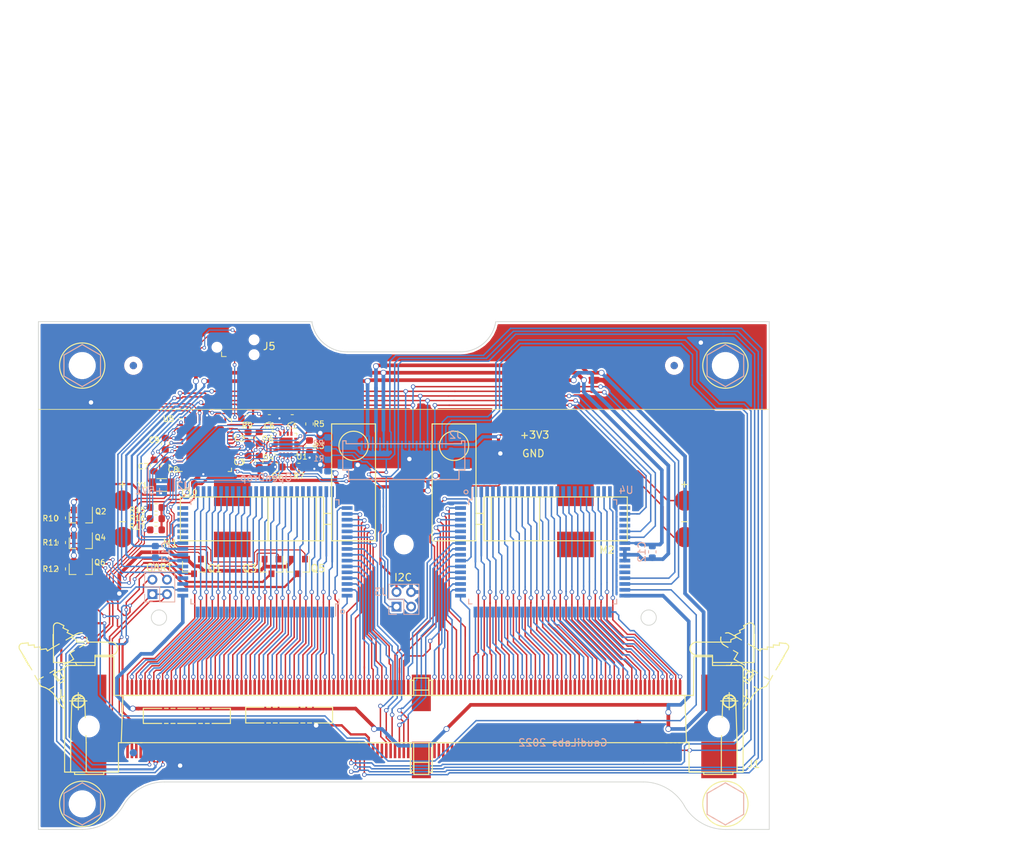
<source format=kicad_pcb>
(kicad_pcb (version 20211014) (generator pcbnew)
  (layers (0 "F.Cu" signal) (31 "B.Cu" signal) (34 "B.Paste" user) (35 "F.Paste" user) (36 "B.SilkS" user "B.Silkscreen") (37 "F.SilkS" user "F.Silkscreen") (38 "B.Mask" user) (39 "F.Mask" user) (44 "Edge.Cuts" user))
  (net 0 "")
  (net 1 "V_GND")
  (net 2 "VDD_C")
  (net 3 "GND_C")
  (net 4 "Net-(J1-Pad123)")
  (net 5 "Net-(J1-Pad124)")
  (net 6 "Net-(J1-Pad125)")
  (net 7 "Net-(J1-Pad126)")
  (net 8 "Net-(J1-Pad127)")
  (net 9 "Net-(J1-Pad128)")
  (net 10 "Net-(J1-Pad129)")
  (net 11 "Net-(J1-Pad130)")
  (net 12 "Net-(J1-Pad131)")
  (net 13 "Net-(J1-Pad132)")
  (net 14 "Net-(J1-Pad133)")
  (net 15 "Net-(J1-Pad134)")
  (net 16 "Net-(J1-Pad135)")
  (net 17 "Net-(J1-Pad136)")
  (net 18 "Net-(J1-Pad137)")
  (net 19 "Net-(J1-Pad138)")
  (net 20 "Net-(J1-Pad139)")
  (net 21 "Net-(J1-Pad140)")
  (net 22 "Net-(J1-Pad141)")
  (net 23 "Net-(J1-Pad142)")
  (net 24 "Net-(J1-Pad143)")
  (net 25 "Net-(J1-Pad144)")
  (net 26 "Net-(J1-Pad145)")
  (net 27 "Net-(J1-Pad146)")
  (net 28 "Net-(J1-Pad147)")
  (net 29 "Net-(J1-Pad148)")
  (net 30 "Net-(J1-Pad149)")
  (net 31 "Net-(J1-Pad150)")
  (net 32 "Net-(J1-Pad151)")
  (net 33 "Net-(J1-Pad152)")
  (net 34 "Net-(J1-Pad153)")
  (net 35 "Net-(J1-Pad154)")
  (net 36 "Net-(J1-Pad155)")
  (net 37 "Net-(J1-Pad156)")
  (net 38 "Net-(J1-Pad157)")
  (net 39 "Net-(J1-Pad158)")
  (net 40 "Net-(J1-Pad159)")
  (net 41 "Net-(J1-Pad160)")
  (net 42 "Net-(J1-Pad161)")
  (net 43 "Net-(J1-Pad162)")
  (net 44 "Net-(J1-Pad163)")
  (net 45 "Net-(J1-Pad164)")
  (net 46 "Net-(J1-Pad165)")
  (net 47 "Net-(J1-Pad166)")
  (net 48 "Net-(J1-Pad167)")
  (net 49 "Net-(J1-Pad168)")
  (net 50 "Net-(J1-Pad169)")
  (net 51 "Net-(J1-Pad170)")
  (net 52 "Net-(J1-Pad171)")
  (net 53 "Net-(J1-Pad172)")
  (net 54 "Net-(J1-Pad173)")
  (net 55 "Net-(J1-Pad174)")
  (net 56 "Net-(J1-Pad175)")
  (net 57 "Net-(J1-Pad176)")
  (net 58 "Net-(J1-Pad177)")
  (net 59 "Net-(J1-Pad178)")
  (net 60 "Net-(J1-Pad180)")
  (net 61 "Net-(J1-Pad186)")
  (net 62 "Net-(J1-Pad188)")
  (net 63 "Net-(J1-Pad190)")
  (net 64 "Net-(J1-Pad192)")
  (net 65 "Net-(J1-Pad193)")
  (net 66 "Net-(J1-Pad194)")
  (net 67 "Net-(J1-Pad195)")
  (net 68 "Net-(J1-Pad196)")
  (net 69 "Net-(J1-Pad197)")
  (net 70 "Net-(J1-Pad198)")
  (net 71 "Net-(J1-Pad199)")
  (net 72 "Net-(J1-Pad200)")
  (net 73 "Net-(J1-Pad201)")
  (net 74 "Net-(J1-Pad202)")
  (net 75 "Net-(J1-Pad203)")
  (net 76 "Net-(J1-Pad204)")
  (net 77 "Net-(J1-Pad205)")
  (net 78 "Net-(J1-Pad206)")
  (net 79 "Net-(J1-Pad207)")
  (net 80 "Net-(J1-Pad208)")
  (net 81 "Net-(J1-Pad209)")
  (net 82 "Net-(J1-Pad210)")
  (net 83 "Net-(J1-Pad211)")
  (net 84 "Net-(J1-Pad212)")
  (net 85 "Net-(J1-Pad213)")
  (net 86 "Net-(J1-Pad214)")
  (net 87 "Net-(J1-Pad215)")
  (net 88 "Net-(J1-Pad216)")
  (net 89 "Net-(J1-Pad217)")
  (net 90 "Net-(J1-Pad218)")
  (net 91 "Net-(J1-Pad219)")
  (net 92 "Net-(J1-Pad220)")
  (net 93 "Net-(J1-Pad221)")
  (net 94 "Net-(J1-Pad222)")
  (net 95 "Net-(J1-Pad223)")
  (net 96 "Net-(J1-Pad224)")
  (net 97 "Net-(J1-Pad225)")
  (net 98 "Net-(J1-Pad226)")
  (net 99 "Net-(J1-Pad227)")
  (net 100 "Net-(J1-Pad228)")
  (net 101 "Net-(J1-Pad229)")
  (net 102 "Net-(J1-Pad230)")
  (net 103 "Net-(J1-Pad231)")
  (net 104 "Net-(J1-Pad232)")
  (net 105 "Net-(J1-Pad233)")
  (net 106 "Net-(J1-Pad234)")
  (net 107 "Net-(J1-Pad235)")
  (net 108 "Net-(J1-Pad236)")
  (net 109 "Net-(J1-Pad237)")
  (net 110 "Net-(J1-Pad238)")
  (net 111 "Net-(J1-Pad239)")
  (net 112 "Net-(J1-Pad240)")
  (net 113 "Net-(J1-Pad241)")
  (net 114 "Net-(J1-Pad242)")
  (net 115 "Net-(J1-Pad243)")
  (net 116 "Net-(J1-Pad244)")
  (net 117 "Net-(J1-Pad179)")
  (net 118 "Net-(J1-Pad181)")
  (net 119 "Net-(J1-Pad182)")
  (net 120 "Net-(J1-Pad183)")
  (net 121 "Net-(J1-Pad184)")
  (net 122 "Net-(J1-Pad185)")
  (net 123 "Net-(J1-Pad187)")
  (net 124 "Net-(J1-Pad189)")
  (net 125 "Net-(J1-Pad191)")
  (net 126 "Net-(J1-Pad60)")
  (net 127 "Net-(J1-Pad61)")
  (net 128 "Net-(J1-Pad62)")
  (net 129 "Net-(J1-Pad63)")
  (net 130 "V_HV_C")
  (net 131 "LE_C")
  (net 132 "CLK_C")
  (net 133 "Net-(U2-Pad26)")
  (net 134 "Net-(J1-Pad64)")
  (net 135 "Net-(J1-Pad65)")
  (net 136 "SENS_PAD")
  (net 137 "GND")
  (net 138 "DI_C")
  (net 139 "BL_C")
  (net 140 "POL_C")
  (net 141 "DIG1")
  (net 142 "DIG0")
  (net 143 "+3V3")
  (net 144 "Net-(M1-Pad1)")
  (net 145 "Net-(M1-Pad2)")
  (net 146 "Net-(C3-Pad1)")
  (net 147 "Net-(C4-Pad1)")
  (net 148 "Net-(M2-Pad1)")
  (net 149 "Net-(M2-Pad2)")
  (net 150 "MODE")
  (net 151 "BOOST")
  (net 152 "PHASE_A")
  (net 153 "ENABLE_B")
  (net 154 "ENABLE_A")
  (net 155 "PHASE_B")
  (net 156 "STBY")
  (net 157 "Net-(C6-Pad1)")
  (net 158 "Net-(C7-Pad2)")
  (net 159 "Net-(C8-Pad2)")
  (net 160 "H5")
  (net 161 "H3")
  (net 162 "TH2")
  (net 163 "H1")
  (net 164 "TH1")
  (net 165 "SWDIO")
  (net 166 "RESET")
  (net 167 "SWCLK")
  (net 168 "Net-(Q1-Pad3)")
  (net 169 "+5V")
  (net 170 "Net-(Q3-Pad3)")
  (net 171 "Net-(Q5-Pad3)")
  (net 172 "Net-(R5-Pad1)")
  (net 173 "HEATER1")
  (net 174 "HEATER2")
  (net 175 "HEATER3")
  (net 176 "J3")
  (footprint "GaudiLabsFootPrints:Measurement_Point_Square-SMD-Pad_Small" (layer "F.Cu") (at 114.986 83.49)
    (fp_text reference "+3V3")
    (fp_text value "ScrewPad2")
  )
  (footprint "GaudiLabsFootPrints:GreaMotor6mm_Magnet" (layer "F.Cu") (at 111.975 94.986141)
    (fp_text reference "M2")
    (fp_text value "Motor_DC")
  )
  (footprint "Capacitor_SMD:C_0603_1608Metric" (layer "F.Cu") (at 84.7346 81.2294)
    (fp_text reference "C1")
    (fp_text value "100nF")
  )
  (footprint "MountingHole:MountingHole_2.2mm_M2" (layer "F.Cu") (at 100 98.5)
    (fp_text reference "REF**" hide)
    (fp_text value "MountingHole_2.2mm_M2")
  )
  (footprint "GaudiLabsFootPrints:Measurement_Point_Square-SMD-Pad_Small" (layer "F.Cu") (at 114.986 86.03)
    (fp_text reference "GND1" hide)
    (fp_text value "ScrewPad2")
  )
  (footprint "Capacitor_SMD:C_0603_1608Metric" (layer "F.Cu") (at 81.6104 81.2294)
    (fp_text reference "C6")
    (fp_text value "1uF")
  )
  (footprint "Capacitor_SMD:C_0603_1608Metric" (layer "F.Cu") (at 65.837 87.681 90)
    (fp_text reference "C7")
    (fp_text value "22pF")
  )
  (footprint "Capacitor_SMD:C_0603_1608Metric" (layer "F.Cu") (at 67.361 87.681 90)
    (fp_text reference "C8")
    (fp_text value "22pF")
  )
  (footprint "Connector:Tag-Connect_TC2030-IDC-NL_2x03_P1.27mm_Vertical" (layer "F.Cu") (at 76.9749 71.4885)
    (fp_text reference "J5")
    (fp_text value "Conn_02x03_Odd_Even")
  )
  (footprint "Resistor_SMD:R_0603_1608Metric" (layer "F.Cu") (at 87.0968 81.9914 90)
    (fp_text reference "R5")
    (fp_text value "47k")
  )
  (footprint "Capacitor_SMD:C_0603_1608Metric" (layer "F.Cu") (at 82.601 87.8842 180)
    (fp_text reference "C4")
    (fp_text value "100nF")
  )
  (footprint "GaudiLabsFootPrints:P-VQFN16-0303-0.50-001" (layer "F.Cu") (at 83.871 84.76)
    (fp_text reference "U1")
    (fp_text value "TC78H660FTG")
  )
  (footprint "Resistor_SMD:R_0603_1608Metric" (layer "F.Cu") (at 87.0968 85.0394 -90)
    (fp_text reference "R3")
    (fp_text value "4.7k")
  )
  (footprint "Package_DFN_QFN:QFN-48-1EP_7x7mm_P0.5mm_EP5.15x5.15mm" (layer "F.Cu") (at 72.822 84.887)
    (fp_text reference "U5")
    (fp_text value "SAMD21G18B")
  )
  (footprint "Resistor_SMD:R_0603_1608Metric" (layer "F.Cu") (at 85.649 87.8842)
    (fp_text reference "R7")
    (fp_text value "4.7k")
  )
  (footprint "Resistor_SMD:R_0603_1608Metric" (layer "F.Cu") (at 80.2134 87.1477 90)
    (fp_text reference "R4")
    (fp_text value "100k")
  )
  (footprint "Resistor_SMD:R_0603_1608Metric" (layer "F.Cu") (at 80.2134 83.88 -90)
    (fp_text reference "R6")
    (fp_text value "4.7k (10k)")
  )
  (footprint "Resistor_SMD:R_0603_1608Metric" (layer "F.Cu") (at 53.2005 94.8565 -90)
    (fp_text reference "R10")
    (fp_text value "10k")
  )
  (footprint "GaudiLabsFootPrints:MiniDimm_06_244_200" (layer "F.Cu") (at 102.4 123.4 180)
    (fp_text reference "J1")
    (fp_text value "Mini_Dimm_244")
  )
  (footprint "Resistor_SMD:R_0603_1608Metric" (layer "F.Cu") (at 66.091 96.4948 180)
    (fp_text reference "R17")
    (fp_text value "10k")
  )
  (footprint "Resistor_SMD:R_0603_1608Metric" (layer "F.Cu") (at 66.091 94.9581 180)
    (fp_text reference "R16")
    (fp_text value "10k")
  )
  (footprint "Package_TO_SOT_SMD:SOT-23" (layer "F.Cu") (at 55.804 101.8415 -90)
    (fp_text reference "Q6")
    (fp_text value "AO3401A")
  )
  (footprint "Package_TO_SOT_SMD:SOT-23" (layer "F.Cu") (at 85.522 101.5 -90)
    (fp_text reference "Q5")
    (fp_text value "Q_NMOS_GSD")
  )
  (footprint "Package_TO_SOT_SMD:SOT-23" (layer "F.Cu") (at 81.9025 101.5 -90)
    (fp_text reference "Q3")
    (fp_text value "Q_NMOS_GSD")
  )
  (footprint "Resistor_SMD:R_0603_1608Metric" (layer "F.Cu") (at 53.2005 98.222 -90)
    (fp_text reference "R11")
    (fp_text value "10k")
  )
  (footprint "Package_TO_SOT_SMD:SOT-23" (layer "F.Cu") (at 55.804 98.2855 -90)
    (fp_text reference "Q4")
    (fp_text value "AO3401A")
  )
  (footprint "Package_TO_SOT_SMD:SOT-23" (layer "F.Cu") (at 71.298 101.5 -90)
    (fp_text reference "Q1")
    (fp_text value "Q_NMOS_GSD")
  )
  (footprint "Capacitor_SMD:C_0603_1608Metric" (layer "F.Cu") (at 78.6894 87.1476 90)
    (fp_text reference "C3")
    (fp_text value "22nF")
  )
  (footprint "Resistor_SMD:R_0603_1608Metric" (layer "F.Cu") (at 66.091 93.4214 180)
    (fp_text reference "R15")
    (fp_text value "10k")
  )
  (footprint "Resistor_SMD:R_0603_1608Metric" (layer "F.Cu") (at 53.2005 101.8415 -90)
    (fp_text reference "R12")
    (fp_text value "10k")
  )
  (footprint "GaudiLabsFootPrints:GreaMotor6mm_Magnet_l" (layer "F.Cu") (at 88.025 94.986141 180)
    (fp_text reference "M1")
    (fp_text value "Motor_DC")
  )
  (footprint "Resistor_SMD:R_0603_1608Metric" (layer "F.Cu") (at 78.5624 81.2294 180)
    (fp_text reference "R9")
    (fp_text value "10k")
  )
  (footprint "Capacitor_SMD:C_0603_1608Metric" (layer "F.Cu") (at 70.536 90.221 180)
    (fp_text reference "C10")
    (fp_text value "100nF")
  )
  (footprint "Capacitor_SMD:C_0603_1608Metric" (layer "F.Cu") (at 67.361 84.6965 90)
    (fp_text reference "C9")
    (fp_text value "100nF")
  )
  (footprint "GaudiLabsFootPrints:Fiducial_1mm_Dia_2.54mm_Outer_CopperBottom" (layer "F.Cu") (at 137 74)
    (fp_text reference "FID2" hide)
    (fp_text value "Fiducial")
  )
  (footprint "GaudiLabsFootPrints:Fiducial_1mm_Dia_2.54mm_Outer_CopperBottom" (layer "F.Cu") (at 132 123)
    (fp_text reference "FID3" hide)
    (fp_text value "Fiducial")
  )
  (footprint "GaudiLabsFootPrints:Fiducial_1mm_Dia_2.54mm_Outer_CopperBottom" (layer "F.Cu") (at 63 74)
    (fp_text reference "FID1" hide)
    (fp_text value "Fiducial")
  )
  (footprint "GaudiLabsFootPrints:MountingHoleM3" (layer "F.Cu") (at 56 74)
    (fp_text reference "H1" hide)
    (fp_text value "MountingHole")
  )
  (footprint "GaudiLabsFootPrints:MountingHoleM3" (layer "F.Cu") (at 144 74)
    (fp_text reference "H2" hide)
    (fp_text value "MountingHole")
  )
  (footprint "GaudiLabsFootPrints:MountingHoleM3" (layer "F.Cu") (at 56 134)
    (fp_text reference "H3" hide)
    (fp_text value "MountingHole")
  )
  (footprint "GaudiLabsFootPrints:MountingHoleM3" (layer "F.Cu") (at 144 134)
    (fp_text reference "H4" hide)
    (fp_text value "MountingHole")
  )
  (footprint "Capacitor_SMD:C_0603_1608Metric" (layer "F.Cu") (at 78.6894 83.88 -90)
    (fp_text reference "C2")
    (fp_text value "10uF")
  )
  (footprint "Crystal:Crystal_SMD_3215-2Pin_3.2x1.5mm" (layer "F.Cu") (at 66.873 90.348 180)
    (fp_text reference "Y1")
    (fp_text value "32 765")
  )
  (footprint "Package_TO_SOT_SMD:SOT-23" (layer "F.Cu") (at 55.8065 94.777 -90)
    (fp_text reference "Q2")
    (fp_text value "AO3401A")
  )
  (footprint "GaudiLabsFootPrints:FFC_MOLEX_EASYON_05mm_24" (layer "B.Cu") (at 100 85 180)
    (fp_text reference "J2")
    (fp_text value "Conn_01x24_Female")
  )
  (footprint "GaudiLabsFootPrints:PQFP-80_14x20mm_Pitch0.8mm" (layer "B.Cu") (at 119 99.5 -90)
    (fp_text reference "U4")
    (fp_text value "HV507")
  )
  (footprint "Capacitor_SMD:C_0603_1608Metric" (layer "B.Cu") (at 134 99.5 -90)
    (fp_text reference "C12")
    (fp_text value "100nF")
  )
  (footprint "Capacitor_SMD:C_0603_1608Metric" (layer "B.Cu") (at 66 99.5 90)
    (fp_text reference "C13")
    (fp_text value "100nF")
  )
  (footprint "Connector_PinHeader_2.00mm:PinHeader_2x02_P2.00mm_Vertical" (layer "B.Cu") (at 99 107)
    (fp_text reference "J3")
    (fp_text value "Conn_02x02_Top_Bottom")
  )
  (footprint "Connector_PinHeader_2.00mm:PinHeader_2x02_P2.00mm_Vertical" (layer "B.Cu") (at 65.6 105.3)
    (fp_text reference "J4")
    (fp_text value "Conn_02x02_Top_Bottom")
  )
  (footprint "Resistor_SMD:R_0603_1608Metric" (layer "B.Cu") (at 89.586 87.681 90)
    (fp_text reference "R1")
    (fp_text value "10k")
  )
  (footprint "Resistor_SMD:R_0603_1608Metric" (layer "B.Cu") (at 89.586 84.6075 -90)
    (fp_text reference "R2")
    (fp_text value "10k")
  )
  (footprint "GaudiLabsFootPrints:PQFP-80_14x20mm_Pitch0.8mm" (layer "B.Cu") (at 81 99.5 90)
    (fp_text reference "U2")
    (fp_text value "HV507")
  )
  (footprint "GaudiLabsFootPrints:Fiducial_1mm_Dia_2.54mm_Outer_CopperBottom" (layer "B.Cu") (at 63 74)
    (fp_text reference "FID4" hide)
    (fp_text value "Fiducial")
  )
  (footprint "GaudiLabsFootPrints:Fiducial_1mm_Dia_2.54mm_Outer_CopperBottom" (layer "B.Cu") (at 137 74)
    (fp_text reference "FID5" hide)
    (fp_text value "Fiducial")
  )
  (footprint "GaudiLabsFootPrints:Fiducial_1mm_Dia_2.54mm_Outer_CopperBottom" (layer "B.Cu") (at 63 127)
    (fp_text reference "FID6" hide)
    (fp_text value "Fiducial")
  )
  (footprint "GaudiLabsFootPrints:Measurement_Point_Square-SMD-Pad_Small" (layer "B.Cu") (at 66.853 91.11)
    (fp_text reference "+5V1")
    (fp_text value "ScrewPad2")
  )
  (gr_circle (center 108.509 91.3005) (end 108.778408 91.3005) (layer "B.SilkS") (width 0.15) (fill none))
  (gr_circle (center 91.618 107.6835) (end 91.887408 107.6835) (layer "B.SilkS") (width 0.15) (fill none))
  (gr_line (start 50 80) (end 150 80) (layer "F.SilkS") (width 0.1))
  (gr_line (start 112.6 67.98) (end 150 67.98) (layer "Edge.Cuts") (width 0.1))
  (gr_circle (center 66.5 108.5) (end 67.55 108.5) (layer "Edge.Cuts") (width 0.1) (fill none))
  (gr_circle (center 133.5 108.5) (end 134.55 108.5) (layer "Edge.Cuts") (width 0.1) (fill none))
  (gr_line (start 87.44 67.98) (end 87.427 68.027) (layer "Edge.Cuts") (width 0.1))
  (gr_line (start 112.573 68.027) (end 112.6 67.98) (layer "Edge.Cuts") (width 0.1))
  (gr_arc (start 132.750417 130.999277) (mid 136.000723 131.870417) (end 138.38 134.25) (layer "Edge.Cuts") (width 0.1))
  (gr_line (start 138.38 134.25) (end 138.375417 134.257937) (layer "Edge.Cuts") (width 0.1))
  (gr_line (start 61.629165 134.25) (end 61.620835 134.25) (layer "Edge.Cuts") (width 0.1))
  (gr_arc (start 144 137.5) (mid 140.753354 136.63252) (end 138.375417 134.257937) (layer "Edge.Cuts") (width 0.1))
  (gr_line (start 144 137.5) (end 150 137.5) (layer "Edge.Cuts") (width 0.1))
  (gr_line (start 150 137.5) (end 150 67.98) (layer "Edge.Cuts") (width 0.1))
  (gr_line (start 67.25 131) (end 132.75 131) (layer "Edge.Cuts") (width 0.1))
  (gr_arc (start 92.278753 72.121673) (mid 89.097574 70.969289) (end 87.427 68.027) (layer "Edge.Cuts") (width 0.1))
  (gr_arc (start 112.573 68.027) (mid 110.902426 70.96929) (end 107.721247 72.121673) (layer "Edge.Cuts") (width 0.1))
  (gr_line (start 50 137.5) (end 50 67.98) (layer "Edge.Cuts") (width 0.1))
  (gr_arc (start 61.629165 134.25) (mid 59.25 136.629165) (end 56 137.5) (layer "Edge.Cuts") (width 0.1))
  (gr_line (start 87.44 67.98) (end 50 67.98) (layer "Edge.Cuts") (width 0.1))
  (gr_line (start 92.278 72.1216) (end 107.72 72.1216) (layer "Edge.Cuts") (width 0.1))
  (gr_line (start 56 137.5) (end 50 137.5) (layer "Edge.Cuts") (width 0.1))
  (gr_arc (start 61.620835 134.25) (mid 64 131.870835) (end 67.25 131) (layer "Edge.Cuts") (width 0.1))
  (gr_text "OpenDrop" (at 81.1532 89.332) (layer "B.SilkS") (effects (font (size 1 1)) (justify mirror)))
  (gr_text "GaudiLabs 2022" (at 121.7678 125.6286) (layer "B.SilkS") (effects (font (size 1 1)) (justify mirror)))
  (gr_text "-" (at 138.4 95.3) (layer "F.SilkS") (effects (font (size 1 1))))
  (gr_text "-" (at 61.5 95.3) (layer "F.SilkS") (effects (font (size 1 1))))
  (gr_text "+" (at 61.5 90.2) (layer "F.SilkS") (effects (font (size 1 1))))
  (gr_text "CART" (at 66.5355 101.651) (layer "F.SilkS") (effects (font (size 1 1))))
  (gr_text "GND" (at 117.7165 86.03) (layer "F.SilkS") (effects (font (size 1 1))))
  (gr_text "I2C" (at 99.9 103) (layer "F.SilkS") (effects (font (size 1 1))))
  (gr_text "+" (at 138.4 90.2) (layer "F.SilkS") (effects (font (size 1 1))))
  (segment (start 139.116 126.67) (end 137.88 126.67) (width 0.2) (layer "F.Cu") (net 1))
  (segment (start 137.8 126.75) (end 137.2 126.75) (width 0.2) (layer "F.Cu") (net 1))
  (segment (start 137.88 126.67) (end 137.8 126.75) (width 0.2) (layer "F.Cu") (net 1))
  (via (at 139.116 126.67) (size 0.6) (drill 0.4) (layers "F.Cu" "B.Cu") (net 1))
  (segment (start 144.323 126.67) (end 139.116 126.67) (width 0.2) (layer "B.Cu") (net 1))
  (segment (start 147.5 125.2) (end 146.03 126.67) (width 0.2) (layer "B.Cu") (net 1))
  (segment (start 146.03 126.67) (end 144.323 126.67) (width 0.2) (layer "B.Cu") (net 1))
  (segment (start 106 81) (end 111.5 81) (width 0.2) (layer "B.Cu") (net 1))
  (segment (start 105.25 84.8) (end 105.25 81.75) (width 0.2) (layer "B.Cu") (net 1))
  (segment (start 105.25 81.75) (end 106 81) (width 0.2) (layer "B.Cu") (net 1))
  (segment (start 111.5 81) (end 112.6 79.9) (width 0.2) (layer "B.Cu") (net 1))
  (segment (start 112.6 73.6) (end 115.7 70.5) (width 0.2) (layer "B.Cu") (net 1))
  (segment (start 138.5 70.5) (end 140.1 72.1) (width 0.2) (layer "B.Cu") (net 1))
  (segment (start 143.15 79.25) (end 146.55 79.25) (width 0.2) (layer "B.Cu") (net 1))
  (segment (start 140.1 72.1) (end 140.1 76.2) (width 0.2) (layer "B.Cu") (net 1))
  (segment (start 112.6 79.9) (end 112.6 73.6) (width 0.2) (layer "B.Cu") (net 1))
  (segment (start 140.1 76.2) (end 143.15 79.25) (width 0.2) (layer "B.Cu") (net 1))
  (segment (start 146.55 79.25) (end 147.5 80.2) (width 0.2) (layer "B.Cu") (net 1))
  (segment (start 147.5 80.2) (end 147.5 125.2) (width 0.2) (layer "B.Cu") (net 1))
  (segment (start 115.7 70.5) (end 138.5 70.5) (width 0.2) (layer "B.Cu") (net 1))
  (segment (start 71.552 75.489) (end 72.06 74.981) (width 0.5) (layer "F.Cu") (net 2))
  (segment (start 97.206 74.981) (end 123.622 74.981) (width 0.5) (layer "F.Cu") (net 2))
  (segment (start 72.06 74.981) (end 72.695 74.981) (width 0.5) (layer "F.Cu") (net 2))
  (segment (start 97.206 74.981) (end 72.695 74.981) (width 0.5) (layer "F.Cu") (net 2))
  (segment (start 124.638 75.997) (end 123.622 74.981) (width 0.5) (layer "F.Cu") (net 2))
  (segment (start 71.552 76.124) (end 71.552 75.489) (width 0.5) (layer "F.Cu") (net 2))
  (via (at 97.206 74.981) (size 0.8) (drill 0.6) (layers "F.Cu" "B.Cu") (net 2))
  (via (at 71.552 76.124) (size 0.8) (drill 0.6) (layers "F.Cu" "B.Cu") (net 2))
  (via (at 124.638 75.997) (size 0.8) (drill 0.6) (layers "F.Cu" "B.Cu") (net 2))
  (segment (start 131.701 98.3) (end 131.75 98.349) (width 0.3) (layer "B.Cu") (net 2))
  (segment (start 97.206 75.87) (end 97.206 74.981) (width 0.5) (layer "B.Cu") (net 2))
  (segment (start 62.027 99.873) (end 62.027 86.284) (width 0.3) (layer "B.Cu") (net 2))
  (segment (start 97.206 75.489) (end 97.206 78.664) (width 0.5) (layer "B.Cu") (net 2))
  (segment (start 67.807 100.7) (end 67.3945 100.2875) (width 0.3) (layer "B.Cu") (net 2))
  (segment (start 67.3945 100.2875) (end 66 100.2875) (width 0.3) (layer "B.Cu") (net 2))
  (segment (start 62.027 86.284) (end 68.6945 79.6165) (width 0.3) (layer "B.Cu") (net 2))
  (segment (start 134 98.5) (end 135.052 98.5) (width 0.5) (layer "B.Cu") (net 2))
  (segment (start 135.052 98.476) (end 135.306 98.222) (width 0.5) (layer "B.Cu") (net 2))
  (segment (start 69.76 100.7) (end 67.807 100.7) (width 0.3) (layer "B.Cu") (net 2))
  (segment (start 68.6945 79.6165) (end 69.0755 79.6165) (width 0.3) (layer "B.Cu") (net 2))
  (segment (start 135.052 98.5) (end 135.052 98.476) (width 0.5) (layer "B.Cu") (net 2))
  (segment (start 124.638 75.997) (end 124.638 77.648) (width 0.5) (layer "B.Cu") (net 2))
  (segment (start 125.273 78.283) (end 125.019 78.029) (width 0.5) (layer "B.Cu") (net 2))
  (segment (start 132.385 98.349) (end 131.75 98.349) (width 0.5) (layer "B.Cu") (net 2))
  (segment (start 62.4415 100.2875) (end 62.027 99.873) (width 0.3) (layer "B.Cu") (net 2))
  (segment (start 97.206 78.664) (end 97.206 82.855) (width 0.5) (layer "B.Cu") (net 2))
  (segment (start 69.0755 79.6165) (end 71.552 77.2035) (width 0.3) (layer "B.Cu") (net 2))
  (segment (start 97.25 84.8) (end 97.25 82.899) (width 0.3) (layer "B.Cu") (net 2))
  (segment (start 124.638 77.648) (end 125.273 78.283) (width 0.5) (layer "B.Cu") (net 2))
  (segment (start 135.306 88.316) (end 125.273 78.283) (width 0.5) (layer "B.Cu") (net 2))
  (segment (start 134 98.5) (end 132.536 98.5) (width 0.5) (layer "B.Cu") (net 2))
  (segment (start 132.536 98.5) (end 132.385 98.349) (width 0.5) (layer "B.Cu") (net 2))
  (segment (start 135.306 98.222) (end 135.306 88.316) (width 0.5) (layer "B.Cu") (net 2))
  (segment (start 97.25 82.899) (end 97.206 82.855) (width 0.3) (layer "B.Cu") (net 2))
  (segment (start 71.552 77.2035) (end 71.552 76.124) (width 0.3) (layer "B.Cu") (net 2))
  (segment (start 66 100.2875) (end 62.4415 100.2875) (width 0.3) (layer "B.Cu") (net 2))
  (segment (start 130.24 98.3) (end 131.701 98.3) (width 0.3) (layer "B.Cu") (net 2))
  (segment (start 74.473 76.124) (end 72.949 76.124) (width 0.5) (layer "F.Cu") (net 3))
  (segment (start 121.463 75.997) (end 123.368 75.997) (width 0.5) (layer "F.Cu") (net 3))
  (segment (start 95.047 76.124) (end 74.473 76.124) (width 0.5) (layer "F.Cu") (net 3))
  (segment (start 95.047 75.997) (end 121.463 75.997) (width 0.5) (layer "F.Cu") (net 3))
  (via (at 123.241 75.997) (size 0.8) (drill 0.6) (layers "F.Cu" "B.Cu") (net 3))
  (via (at 95.047 76.124) (size 0.8) (drill 0.6) (layers "F.Cu" "B.Cu") (net 3))
  (via (at 72.695 76.124) (size 0.8) (drill 0.6) (layers "F.Cu" "B.Cu") (net 3))
  (segment (start 125.781 75.235) (end 125.527 74.981) (width 0.5) (layer "B.Cu") (net 3))
  (segment (start 125.781 77.267) (end 136.195 87.681) (width 0.5) (layer "B.Cu") (net 3))
  (segment (start 95.047 83.49) (end 95.047 78.029) (width 0.5) (layer "B.Cu") (net 3))
  (segment (start 123.241 75.616) (end 123.241 75.997) (width 0.5) (layer "B.Cu") (net 3))
  (segment (start 123.241 75.997) (end 123.241 75.87) (width 0.5) (layer "B.Cu") (net 3))
  (segment (start 95.25 83.693) (end 95.047 83.49) (width 0.3) (layer "B.Cu") (net 3))
  (segment (start 123.876 74.981) (end 123.241 75.616) (width 0.5) (layer "B.Cu") (net 3))
  (segment (start 72.695 76.886) (end 72.695 76.124) (width 0.3) (layer "B.Cu") (net 3))
  (segment (start 95.25 84.8) (end 95.25 83.693) (width 0.3) (layer "B.Cu") (net 3))
  (segment (start 69.76 98.3) (end 67.629 98.3) (width 0.3) (layer "B.Cu") (net 3))
  (segment (start 132.031 99.9) (end 130.24 99.9) (width 0.5) (layer "B.Cu") (net 3))
  (segment (start 94.75 83.787) (end 95.047 83.49) (width 0.3) (layer "B.Cu") (net 3))
  (segment (start 136.195 99.746) (end 135.441 100.5) (width 0.5) (layer "B.Cu") (net 3))
  (segment (start 69.76 99.9) (end 68.15 99.9) (width 0.3) (layer "B.Cu") (net 3))
  (segment (start 135.441 100.5) (end 134 100.5) (width 0.5) (layer "B.Cu") (net 3))
  (segment (start 69.012 80.1245) (end 69.393 80.1245) (width 0.3) (layer "B.Cu") (net 3))
  (segment (start 62.789 86.3475) (end 69.012 80.1245) (width 0.3) (layer "B.Cu") (net 3))
  (segment (start 63.1525 98.7125) (end 62.789 98.349) (width 0.3) (layer "B.Cu") (net 3))
  (segment (start 69.393 80.1245) (end 72.695 76.886) (width 0.3) (layer "B.Cu") (net 3))
  (segment (start 136.195 87.681) (end 136.195 99.746) (width 0.5) (layer "B.Cu") (net 3))
  (segment (start 67.604 99.354) (end 67.604 99.1) (width 0.3) (layer "B.Cu") (net 3))
  (segment (start 95.047 76.759) (end 95.047 76.124) (width 0.5) (layer "B.Cu") (net 3))
  (segment (start 69.76 99.1) (end 67.604 99.1) (width 0.3) (layer "B.Cu") (net 3))
  (segment (start 125.527 74.981) (end 123.876 74.981) (width 0.5) (layer "B.Cu") (net 3))
  (segment (start 134 100.5) (end 132.631 100.5) (width 0.5) (layer "B.Cu") (net 3))
  (segment (start 95.047 78.029) (end 95.047 76.378) (width 0.5) (layer "B.Cu") (net 3))
  (segment (start 67.2165 98.7125) (end 66 98.7125) (width 0.3) (layer "B.Cu") (net 3))
  (segment (start 94.75 84.8) (end 94.75 83.787) (width 0.3) (layer "B.Cu") (net 3))
  (segment (start 125.781 77.267) (end 125.781 75.235) (width 0.5) (layer "B.Cu") (net 3))
  (segment (start 67.604 99.1) (end 67.2165 98.7125) (width 0.3) (layer "B.Cu") (net 3))
  (segment (start 67.629 98.3) (end 67.2165 98.7125) (width 0.3) (layer "B.Cu") (net 3))
  (segment (start 66 98.7125) (end 63.1525 98.7125) (width 0.3) (layer "B.Cu") (net 3))
  (segment (start 130.24 99.1) (end 130.24 100.7) (width 0.5) (layer "B.Cu") (net 3))
  (segment (start 62.789 98.349) (end 62.789 86.3475) (width 0.3) (layer "B.Cu") (net 3))
  (segment (start 95.047 76.124) (end 94.92 75.997) (width 0.5) (layer "B.Cu") (net 3))
  (segment (start 132.631 100.5) (end 132.031 99.9) (width 0.5) (layer "B.Cu") (net 3))
  (segment (start 68.15 99.9) (end 67.604 99.354) (width 0.3) (layer "B.Cu") (net 3))
  (segment (start 71.4 108.6) (end 65.9 114.1) (width 0.2) (layer "F.Cu") (net 4))
  (segment (start 65.9 114.1) (end 64.4 114.1) (width 0.2) (layer "F.Cu") (net 4))
  (segment (start 71.4 105) (end 71.4 108.6) (width 0.2) (layer "F.Cu") (net 4))
  (segment (start 62.2 116.3) (end 62.2 118.05) (width 0.2) (layer "F.Cu") (net 4))
  (segment (start 64.4 114.1) (end 62.2 116.3) (width 0.2) (layer "F.Cu") (net 4))
  (via (at 71.4 105) (size 0.6) (drill 0.4) (layers "F.Cu" "B.Cu") (net 4))
  (segment (start 71.8 93.6) (end 71.4 94) (width 0.2) (layer "B.Cu") (net 4))
  (segment (start 71.4 94) (end 71.4 105) (width 0.2) (layer "B.Cu") (net 4))
  (segment (start 71.8 91.26) (end 71.8 93.6) (width 0.2) (layer "B.Cu") (net 4))
  (segment (start 62.8 118.05) (end 62.8 116.6) (width 0.2) (layer "F.Cu") (net 5))
  (via (at 62.8 116.6) (size 0.6) (drill 0.4) (layers "F.Cu" "B.Cu") (net 5))
  (segment (start 62.8 116.2) (end 62.8 116.6) (width 0.2) (layer "B.Cu") (net 5))
  (segment (start 66.1 114.3) (end 64.7 114.3) (width 0.2) (layer "B.Cu") (net 5))
  (segment (start 71.8 108.6) (end 66.1 114.3) (width 0.2) (layer "B.Cu") (net 5))
  (segment (start 71.8 107.74) (end 71.8 108.6) (width 0.2) (layer "B.Cu") (net 5))
  (segment (start 64.7 114.3) (end 62.8 116.2) (width 0.2) (layer "B.Cu") (net 5))
  (segment (start 65 114.55001) (end 64.8 114.75001) (width 0.2) (layer "F.Cu") (net 6))
  (segment (start 72.2 108.6) (end 66.24999 114.55001) (width 0.2) (layer "F.Cu") (net 6))
  (segment (start 63.4 116.2) (end 63.4 118.05) (width 0.2) (layer "F.Cu") (net 6))
  (segment (start 64.8 114.75001) (end 63.4 116.2) (width 0.2) (layer "F.Cu") (net 6))
  (segment (start 72.2 105.8) (end 72.2 108.6) (width 0.2) (layer "F.Cu") (net 6))
  (segment (start 66.24999 114.55001) (end 65 114.55001) (width 0.2) (layer "F.Cu") (net 6))
  (via (at 72.2 105.8) (size 0.6) (drill 0.4) (layers "F.Cu" "B.Cu") (net 6))
  (segment (start 72.6 93.6) (end 72.2 94) (width 0.2) (layer "B.Cu") (net 6))
  (segment (start 72.2 94) (end 72.2 105.8) (width 0.2) (layer "B.Cu") (net 6))
  (segment (start 72.6 91.26) (end 72.6 93.6) (width 0.2) (layer "B.Cu") (net 6))
  (segment (start 64 118.05) (end 64 116.6) (width 0.2) (layer "F.Cu") (net 7))
  (via (at 64 116.6) (size 0.6) (drill 0.4) (layers "F.Cu" "B.Cu") (net 7))
  (segment (start 72.6 107.74) (end 72.6 108.6) (width 0.2) (layer "B.Cu") (net 7))
  (segment (start 65.3 114.8) (end 64 116.1) (width 0.2) (layer "B.Cu") (net 7))
  (segment (start 72.6 108.6) (end 66.4 114.8) (width 0.2) (layer "B.Cu") (net 7))
  (segment (start 64 116.1) (end 64 116.6) (width 0.2) (layer "B.Cu") (net 7))
  (segment (start 66.4 114.8) (end 65.3 114.8) (width 0.2) (layer "B.Cu") (net 7))
  (segment (start 73 105) (end 73 108.6) (width 0.2) (layer "F.Cu") (net 8))
  (segment (start 64.6 116.1) (end 64.6 118.05) (width 0.2) (layer "F.Cu") (net 8))
  (segment (start 65.5 115.15001) (end 64.6 116.1) (width 0.2) (layer "F.Cu") (net 8))
  (segment (start 66.5 115.1) (end 65.55001 115.1) (width 0.2) (layer "F.Cu") (net 8))
  (segment (start 73 108.6) (end 66.5 115.1) (width 0.2) (layer "F.Cu") (net 8))
  (segment (start 65.55001 115.1) (end 65.5 115.15001) (width 0.2) (layer "F.Cu") (net 8))
  (via (at 73 105) (size 0.6) (drill 0.4) (layers "F.Cu" "B.Cu") (net 8))
  (segment (start 73.4 91.26) (end 73.4 93.8) (width 0.2) (layer "B.Cu") (net 8))
  (segment (start 73 94.2) (end 73 105) (width 0.2) (layer "B.Cu") (net 8))
  (segment (start 73.4 93.8) (end 73 94.2) (width 0.2) (layer "B.Cu") (net 8))
  (segment (start 65.2 118.05) (end 65.2 116.6) (width 0.2) (layer "F.Cu") (net 9))
  (via (at 65.2 116.6) (size 0.6) (drill 0.4) (layers "F.Cu" "B.Cu") (net 9))
  (segment (start 66.6 115.4) (end 65.8 115.4) (width 0.2) (layer "B.Cu") (net 9))
  (segment (start 65.2 116) (end 65.8 115.4) (width 0.2) (layer "B.Cu") (net 9))
  (segment (start 73.4 108.6) (end 66.6 115.4) (width 0.2) (layer "B.Cu") (net 9))
  (segment (start 73.4 107.74) (end 73.4 108.6) (width 0.2) (layer "B.Cu") (net 9))
  (segment (start 65.2 116) (end 65.2 116.6) (width 0.2) (layer "B.Cu") (net 9))
  (segment (start 73.8 105.8) (end 73.8 106.04999) (width 0.2) (layer "F.Cu") (net 10))
  (segment (start 66.1 115.7) (end 65.8 116) (width 0.2) (layer "F.Cu") (net 10))
  (segment (start 73.8 106.04999) (end 73.8 106.4) (width 0.2) (layer "F.Cu") (net 10))
  (segment (start 73.8 106.04999) (end 73.8 108.6) (width 0.2) (layer "F.Cu") (net 10))
  (segment (start 73.8 108.6) (end 66.7 115.7) (width 0.2) (layer "F.Cu") (net 10))
  (segment (start 66.7 115.7) (end 66.1 115.7) (width 0.2) (layer "F.Cu") (net 10))
  (segment (start 65.8 116) (end 65.8 118.05) (width 0.2) (layer "F.Cu") (net 10))
  (via (at 73.8 105.8) (size 0.6) (drill 0.4) (layers "F.Cu" "B.Cu") (net 10))
  (segment (start 73.8 94.2) (end 74.2 93.8) (width 0.2) (layer "B.Cu") (net 10))
  (segment (start 74.2 93.8) (end 74.2 91.26) (width 0.2) (layer "B.Cu") (net 10))
  (segment (start 73.8 105.8) (end 73.8 94.2) (width 0.2) (layer "B.Cu") (net 10))
  (segment (start 66.4 118.05) (end 66.4 116.6) (width 0.2) (layer "F.Cu") (net 11))
  (via (at 66.4 116.6) (size 0.6) (drill 0.4) (layers "F.Cu" "B.Cu") (net 11))
  (segment (start 74.2 108.6) (end 66.7 116.1) (width 0.2) (layer "B.Cu") (net 11))
  (segment (start 66.4 116.3) (end 66.4 116.6) (width 0.2) (layer "B.Cu") (net 11))
  (segment (start 66.6 116.1) (end 66.4 116.3) (width 0.2) (layer "B.Cu") (net 11))
  (segment (start 74.2 107.74) (end 74.2 108.6) (width 0.2) (layer "B.Cu") (net 11))
  (segment (start 66.7 116.1) (end 66.6 116.1) (width 0.2) (layer "B.Cu") (net 11))
  (segment (start 67 116.2) (end 67 118.05) (width 0.2) (layer "F.Cu") (net 12))
  (segment (start 74.6 105) (end 74.6 108.6) (width 0.2) (layer "F.Cu") (net 12))
  (segment (start 74.6 108.6) (end 67 116.2) (width 0.2) (layer "F.Cu") (net 12))
  (via (at 74.6 105) (size 0.6) (drill 0.4) (layers "F.Cu" "B.Cu") (net 12))
  (segment (start 74.6 94.2) (end 75 93.8) (width 0.2) (layer "B.Cu") (net 12))
  (segment (start 75 93.8) (end 75 91.26) (width 0.2) (layer "B.Cu") (net 12))
  (segment (start 74.6 105) (end 74.6 94.2) (width 0.2) (layer "B.Cu") (net 12))
  (segment (start 67.6 118.05) (end 67.6 116.6) (width 0.2) (layer "F.Cu") (net 13))
  (via (at 67.6 116.6) (size 0.6) (drill 0.4) (layers "F.Cu" "B.Cu") (net 13))
  (segment (start 75 107.74) (end 75 108.6) (width 0.2) (layer "B.Cu") (net 13))
  (segment (start 67.6 116) (end 67.6 116.6) (width 0.2) (layer "B.Cu") (net 13))
  (segment (start 75 108.6) (end 67.6 116) (width 0.2) (layer "B.Cu") (net 13))
  (segment (start 75.4 105.8) (end 75.4 105.6) (width 0.2) (layer "F.Cu") (net 14))
  (segment (start 68.2 115.8) (end 68.2 118.05) (width 0.2) (layer "F.Cu") (net 14))
  (segment (start 75.4 108.6) (end 68.2 115.8) (width 0.2) (layer "F.Cu") (net 14))
  (segment (start 75.4 105.8) (end 75.4 108.6) (width 0.2) (layer "F.Cu") (net 14))
  (via (at 75.4 105.8) (size 0.6) (drill 0.4) (layers "F.Cu" "B.Cu") (net 14))
  (segment (start 75.8 93.8) (end 75.8 91.26) (width 0.2) (layer "B.Cu") (net 14))
  (segment (start 75.4 105.8) (end 75.4 94.2) (width 0.2) (layer "B.Cu") (net 14))
  (segment (start 75.4 94.2) (end 75.8 93.8) (width 0.2) (layer "B.Cu") (net 14))
  (segment (start 68.8 118.05) (end 68.8 116.6) (width 0.2) (layer "F.Cu") (net 15))
  (via (at 68.8 116.6) (size 0.6) (drill 0.4) (layers "F.Cu" "B.Cu") (net 15))
  (segment (start 75.8 108.6) (end 68.8 115.6) (width 0.2) (layer "B.Cu") (net 15))
  (segment (start 75.8 107.74) (end 75.8 108.6) (width 0.2) (layer "B.Cu") (net 15))
  (segment (start 68.8 115.6) (end 68.8 116.6) (width 0.2) (layer "B.Cu") (net 15))
  (segment (start 76.2 105) (end 76.2 107.44999) (width 0.2) (layer "F.Cu") (net 16))
  (segment (start 76.2 108.6) (end 69.4 115.4) (width 0.2) (layer "F.Cu") (net 16))
  (segment (start 69.4 115.4) (end 69.4 118.05) (width 0.2) (layer "F.Cu") (net 16))
  (segment (start 76.2 107.44999) (end 76.2 108.6) (width 0.2) (layer "F.Cu") (net 16))
  (segment (start 76.2 107.44999) (end 76.2 107.8) (width 0.2) (layer "F.Cu") (net 16))
  (via (at 76.2 105) (size 0.6) (drill 0.4) (layers "F.Cu" "B.Cu") (net 16))
  (segment (start 76.2 94.4) (end 76.6 94) (width 0.2) (layer "B.Cu") (net 16))
  (segment (start 76.6 94) (end 76.6 91.26) (width 0.2) (layer "B.Cu") (net 16))
  (segment (start 76.2 105) (end 76.2 94.4) (width 0.2) (layer "B.Cu") (net 16))
  (segment (start 70 118.05) (end 70 116.6) (width 0.2) (layer "F.Cu") (net 17))
  (via (at 70 116.6) (size 0.6) (drill 0.4) (layers "F.Cu" "B.Cu") (net 17))
  (segment (start 70 115.2) (end 76.6 108.6) (width 0.2) (layer "B.Cu") (net 17))
  (segment (start 70 116.6) (end 70 115.2) (width 0.2) (layer "B.Cu") (net 17))
  (segment (start 76.6 108.6) (end 76.6 107.74) (width 0.2) (layer "B.Cu") (net 17))
  (segment (start 70.6 115) (end 77 108.6) (width 0.2) (layer "F.Cu") (net 18))
  (segment (start 77 108.6) (end 77 105.8) (width 0.2) (layer "F.Cu") (net 18))
  (segment (start 70.6 118.05) (end 70.6 115) (width 0.2) (layer "F.Cu") (net 18))
  (via (at 77 105.8) (size 0.6) (drill 0.4) (layers "F.Cu" "B.Cu") (net 18))
  (segment (start 77 94.6) (end 77.4 94.2) (width 0.2) (layer "B.Cu") (net 18))
  (segment (start 77.4 94.2) (end 77.4 91.26) (width 0.2) (layer "B.Cu") (net 18))
  (segment (start 77 105.8) (end 77 94.6) (width 0.2) (layer "B.Cu") (net 18))
  (segment (start 71.2 116.85) (end 71.2 116.6) (width 0.2) (layer "F.Cu") (net 19))
  (segment (start 71.2 118.05) (end 71.2 116.85) (width 0.2) (layer "F.Cu") (net 19))
  (via (at 71.2 116.6) (size 0.6) (drill 0.4) (layers "F.Cu" "B.Cu") (net 19))
  (segment (start 71.2 114.8) (end 77.4 108.6) (width 0.2) (layer "B.Cu") (net 19))
  (segment (start 71.2 116.6) (end 71.2 114.8) (width 0.2) (layer "B.Cu") (net 19))
  (segment (start 77.4 108.6) (end 77.4 107.74) (width 0.2) (layer "B.Cu") (net 19))
  (segment (start 77.8 105.550001) (end 77.8 105) (width 0.2) (layer "F.Cu") (net 20))
  (segment (start 71.8 114.6) (end 77 109.4) (width 0.2) (layer "F.Cu") (net 20))
  (segment (start 77 109.4) (end 77.8 108.6) (width 0.2) (layer "F.Cu") (net 20))
  (segment (start 71.8 118.05) (end 71.8 114.6) (width 0.2) (layer "F.Cu") (net 20))
  (segment (start 77.8 108.6) (end 77.8 106.4) (width 0.2) (layer "F.Cu") (net 20))
  (segment (start 77.8 106.4) (end 77.8 105.550001) (width 0.2) (layer "F.Cu") (net 20))
  (via (at 77.8 105) (size 0.6) (drill 0.4) (layers "F.Cu" "B.Cu") (net 20))
  (segment (start 77.8 94.6) (end 78.2 94.2) (width 0.2) (layer "B.Cu") (net 20))
  (segment (start 78.2 94.2) (end 78.2 91.26) (width 0.2) (layer "B.Cu") (net 20))
  (segment (start 77.8 105) (end 77.8 94.6) (width 0.2) (layer "B.Cu") (net 20))
  (segment (start 72.4 118.05) (end 72.4 116.6) (width 0.2) (layer "F.Cu") (net 21))
  (via (at 72.4 116.6) (size 0.6) (drill 0.4) (layers "F.Cu" "B.Cu") (net 21))
  (segment (start 72.4 114.4) (end 78.2 108.6) (width 0.2) (layer "B.Cu") (net 21))
  (segment (start 72.4 116.6) (end 72.4 114.4) (width 0.2) (layer "B.Cu") (net 21))
  (segment (start 78.2 108.6) (end 78.2 107.74) (width 0.2) (layer "B.Cu") (net 21))
  (segment (start 73 114.2) (end 78.6 108.6) (width 0.2) (layer "F.Cu") (net 22))
  (segment (start 78.6 108.6) (end 78.6 105.8) (width 0.2) (layer "F.Cu") (net 22))
  (segment (start 73 118.05) (end 73 114.2) (width 0.2) (layer "F.Cu") (net 22))
  (via (at 78.6 105.8) (size 0.6) (drill 0.4) (layers "F.Cu" "B.Cu") (net 22))
  (segment (start 78.6 94.8) (end 79 94.4) (width 0.2) (layer "B.Cu") (net 22))
  (segment (start 79 94.4) (end 79 91.26) (width 0.2) (layer "B.Cu") (net 22))
  (segment (start 78.6 105.8) (end 78.6 94.8) (width 0.2) (layer "B.Cu") (net 22))
  (segment (start 73.6 118.05) (end 73.6 116.6) (width 0.2) (layer "F.Cu") (net 23))
  (via (at 73.6 116.6) (size 0.6) (drill 0.4) (layers "F.Cu" "B.Cu") (net 23))
  (segment (start 73.6 114) (end 73.6 116.6) (width 0.2) (layer "B.Cu") (net 23))
  (segment (start 79 108.6) (end 73.6 114) (width 0.2) (layer "B.Cu") (net 23))
  (segment (start 79 107.74) (end 79 108.6) (width 0.2) (layer "B.Cu") (net 23))
  (segment (start 74.2 113.8) (end 79.4 108.6) (width 0.2) (layer "F.Cu") (net 24))
  (segment (start 74.2 118.05) (end 74.2 113.8) (width 0.2) (layer "F.Cu") (net 24))
  (segment (start 79.4 108.6) (end 79.4 105) (width 0.2) (layer "F.Cu") (net 24))
  (via (at 79.4 105) (size 0.6) (drill 0.4) (layers "F.Cu" "B.Cu") (net 24))
  (segment (start 79.4 95) (end 79.8 94.6) (width 0.2) (layer "B.Cu") (net 24))
  (segment (start 79.8 94.6) (end 79.8 91.26) (width 0.2) (layer "B.Cu") (net 24))
  (segment (start 79.4 105) (end 79.4 95) (width 0.2) (layer "B.Cu") (net 24))
  (segment (start 74.8 116.8) (end 74.8 116.6) (width 0.2) (layer "F.Cu") (net 25))
  (segment (start 74.8 118.05) (end 74.8 116.8) (width 0.2) (layer "F.Cu") (net 25))
  (via (at 74.8 116.6) (size 0.6) (drill 0.4) (layers "F.Cu" "B.Cu") (net 25))
  (segment (start 74.8 113.8) (end 74.8 113.68) (width 0.2) (layer "B.Cu") (net 25))
  (segment (start 74.8 113.68) (end 79.8 108.68) (width 0.2) (layer "B.Cu") (net 25))
  (segment (start 74.8 116.6) (end 74.8 113.8) (width 0.2) (layer "B.Cu") (net 25))
  (segment (start 79.8 108.68) (end 79.8 107.74) (width 0.2) (layer "B.Cu") (net 25))
  (segment (start 75.4 113.6) (end 80.2 108.8) (width 0.2) (layer "F.Cu") (net 26))
  (segment (start 75.4 118.05) (end 75.4 113.6) (width 0.2) (layer "F.Cu") (net 26))
  (segment (start 80.2 108.8) (end 80.2 105.8) (width 0.2) (layer "F.Cu") (net 26))
  (via (at 80.2 105.8) (size 0.6) (drill 0.4) (layers "F.Cu" "B.Cu") (net 26))
  (segment (start 80.2 95.2) (end 80.6 94.8) (width 0.2) (layer "B.Cu") (net 26))
  (segment (start 80.6 94.8) (end 80.6 91.26) (width 0.2) (layer "B.Cu") (net 26))
  (segment (start 80.2 105.8) (end 80.2 95.2) (width 0.2) (layer "B.Cu") (net 26))
  (segment (start 76 118.05) (end 76 116.6) (width 0.2) (layer "F.Cu") (net 27))
  (via (at 76 116.6) (size 0.6) (drill 0.4) (layers "F.Cu" "B.Cu") (net 27))
  (segment (start 76 116.6) (end 76 113.6) (width 0.2) (layer "B.Cu") (net 27))
  (segment (start 76 113.6) (end 80.6 109) (width 0.2) (layer "B.Cu") (net 27))
  (segment (start 80.6 109) (end 80.6 107.74) (width 0.2) (layer "B.Cu") (net 27))
  (segment (start 81 109.2) (end 81 107.6) (width 0.2) (layer "F.Cu") (net 28))
  (segment (start 76.6 118.05) (end 76.6 113.6) (width 0.2) (layer "F.Cu") (net 28))
  (segment (start 76.6 113.6) (end 81 109.2) (width 0.2) (layer "F.Cu") (net 28))
  (segment (start 81 107.6) (end 81 105) (width 0.2) (layer "F.Cu") (net 28))
  (via (at 81 105) (size 0.6) (drill 0.4) (layers "F.Cu" "B.Cu") (net 28))
  (segment (start 81 95.4) (end 81.4 95) (width 0.2) (layer "B.Cu") (net 28))
  (segment (start 81.4 95) (end 81.4 91.26) (width 0.2) (layer "B.Cu") (net 28))
  (segment (start 81 105) (end 81 95.4) (width 0.2) (layer "B.Cu") (net 28))
  (segment (start 77.2 118.05) (end 77.2 116.6) (width 0.2) (layer "F.Cu") (net 29))
  (via (at 77.2 116.6) (size 0.6) (drill 0.4) (layers "F.Cu" "B.Cu") (net 29))
  (segment (start 77.2 116.6) (end 77.2 113.6) (width 0.2) (layer "B.Cu") (net 29))
  (segment (start 77.2 113.6) (end 81.4 109.4) (width 0.2) (layer "B.Cu") (net 29))
  (segment (start 81.4 109.4) (end 81.4 107.74) (width 0.2) (layer "B.Cu") (net 29))
  (segment (start 77.8 118.05) (end 77.8 113.6) (width 0.2) (layer "F.Cu") (net 30))
  (segment (start 81.8 109.6) (end 81.8 107.4) (width 0.2) (layer "F.Cu") (net 30))
  (segment (start 81.8 107.4) (end 81.8 105.8) (width 0.2) (layer "F.Cu") (net 30))
  (segment (start 77.8 113.6) (end 81.8 109.6) (width 0.2) (layer "F.Cu") (net 30))
  (via (at 81.8 105.8) (size 0.6) (drill 0.4) (layers "F.Cu" "B.Cu") (net 30))
  (segment (start 81.8 95.6) (end 82.2 95.2) (width 0.2) (layer "B.Cu") (net 30))
  (segment (start 82.2 95.2) (end 82.2 91.26) (width 0.2) (layer "B.Cu") (net 30))
  (segment (start 81.8 105.8) (end 81.8 95.6) (width 0.2) (layer "B.Cu") (net 30))
  (segment (start 78.4 118.05) (end 78.4 116.6) (width 0.2) (layer "F.Cu") (net 31))
  (via (at 78.4 116.6) (size 0.6) (drill 0.4) (layers "F.Cu" "B.Cu") (net 31))
  (segment (start 78.4 116.6) (end 78.4 113.6) (width 0.2) (layer "B.Cu") (net 31))
  (segment (start 82.2 109.8) (end 82.2 107.74) (width 0.2) (layer "B.Cu") (net 31))
  (segment (start 78.4 113.6) (end 82.2 109.8) (width 0.2) (layer "B.Cu") (net 31))
  (segment (start 79 118.05) (end 79 113.6) (width 0.2) (layer "F.Cu") (net 32))
  (segment (start 82 110.6) (end 82.6 110) (width 0.2) (layer "F.Cu") (net 32))
  (segment (start 82.6 110) (end 82.6 108.4) (width 0.2) (layer "F.Cu") (net 32))
  (segment (start 79 113.6) (end 82 110.6) (width 0.2) (layer "F.Cu") (net 32))
  (segment (start 82.6 108.4) (end 82.6 105) (width 0.2) (layer "F.Cu") (net 32))
  (via (at 82.6 105) (size 0.6) (drill 0.4) (layers "F.Cu" "B.Cu") (net 32))
  (segment (start 82.6 96) (end 83 95.6) (width 0.2) (layer "B.Cu") (net 32))
  (segment (start 83 95.6) (end 83 91.26) (width 0.2) (layer "B.Cu") (net 32))
  (segment (start 82.6 105) (end 82.6 96) (width 0.2) (layer "B.Cu") (net 32))
  (segment (start 79.6 118.05) (end 79.6 116.6) (width 0.2) (layer "F.Cu") (net 33))
  (via (at 79.6 116.6) (size 0.6) (drill 0.4) (layers "F.Cu" "B.Cu") (net 33))
  (segment (start 79.6 116.6) (end 79.6 113.6) (width 0.2) (layer "B.Cu") (net 33))
  (segment (start 83 110.2) (end 83 107.74) (width 0.2) (layer "B.Cu") (net 33))
  (segment (start 79.6 113.6) (end 83 110.2) (width 0.2) (layer "B.Cu") (net 33))
  (segment (start 83.4 108.8) (end 83.4 105.8) (width 0.2) (layer "F.Cu") (net 34))
  (segment (start 83.4 110.4) (end 83.4 108.8) (width 0.2) (layer "F.Cu") (net 34))
  (segment (start 80.2 118.05) (end 80.2 113.6) (width 0.2) (layer "F.Cu") (net 34))
  (segment (start 80.2 113.6) (end 83.4 110.4) (width 0.2) (layer "F.Cu") (net 34))
  (via (at 83.4 105.8) (size 0.6) (drill 0.4) (layers "F.Cu" "B.Cu") (net 34))
  (segment (start 83.4 96.4) (end 83.8 96) (width 0.2) (layer "B.Cu") (net 34))
  (segment (start 83.8 96) (end 83.8 91.26) (width 0.2) (layer "B.Cu") (net 34))
  (segment (start 83.4 105.8) (end 83.4 96.4) (width 0.2) (layer "B.Cu") (net 34))
  (segment (start 80.8 118.05) (end 80.8 116.6) (width 0.2) (layer "F.Cu") (net 35))
  (via (at 80.8 116.6) (size 0.6) (drill 0.4) (layers "F.Cu" "B.Cu") (net 35))
  (segment (start 83.8 110.6) (end 83.8 107.74) (width 0.2) (layer "B.Cu") (net 35))
  (segment (start 80.8 113.6) (end 83.8 110.6) (width 0.2) (layer "B.Cu") (net 35))
  (segment (start 80.8 116.6) (end 80.8 113.6) (width 0.2) (layer "B.Cu") (net 35))
  (segment (start 84.2 110.8) (end 84.2 107.8) (width 0.2) (layer "F.Cu") (net 36))
  (segment (start 84.2 107.8) (end 84.2 105.2) (width 0.2) (layer "F.Cu") (net 36))
  (segment (start 81.4 118.05) (end 81.4 113.6) (width 0.2) (layer "F.Cu") (net 36))
  (segment (start 81.4 113.6) (end 84.2 110.8) (width 0.2) (layer "F.Cu") (net 36))
  (via (at 84.2 105) (size 0.6) (drill 0.4) (layers "F.Cu" "B.Cu") (net 36))
  (segment (start 84.2 97) (end 84.6 96.6) (width 0.2) (layer "B.Cu") (net 36))
  (segment (start 84.6 96.6) (end 84.6 91.26) (width 0.2) (layer "B.Cu") (net 36))
  (segment (start 84.2 105) (end 84.2 97) (width 0.2) (layer "B.Cu") (net 36))
  (segment (start 82 117.2) (end 82 116.6) (width 0.2) (layer "F.Cu") (net 37))
  (segment (start 82 118.05) (end 82 117.2) (width 0.2) (layer "F.Cu") (net 37))
  (via (at 82 116.6) (size 0.6) (drill 0.4) (layers "F.Cu" "B.Cu") (net 37))
  (segment (start 82 116.6) (end 82 113.6) (width 0.2) (layer "B.Cu") (net 37))
  (segment (start 82 113.6) (end 84.6 111) (width 0.2) (layer "B.Cu") (net 37))
  (segment (start 84.6 111) (end 84.6 107.74) (width 0.2) (layer "B.Cu") (net 37))
  (segment (start 85 111.2) (end 85 108) (width 0.2) (layer "F.Cu") (net 38))
  (segment (start 85 108) (end 85 105.8) (width 0.2) (layer "F.Cu") (net 38))
  (segment (start 82.6 118.05) (end 82.6 113.6) (width 0.2) (layer "F.Cu") (net 38))
  (segment (start 82.6 113.6) (end 85 111.2) (width 0.2) (layer "F.Cu") (net 38))
  (via (at 85 105.8) (size 0.6) (drill 0.4) (layers "F.Cu" "B.Cu") (net 38))
  (segment (start 85 97.8) (end 85.4 97.4) (width 0.2) (layer "B.Cu") (net 38))
  (segment (start 85.4 97.4) (end 85.4 91.26) (width 0.2) (layer "B.Cu") (net 38))
  (segment (start 85 105.8) (end 85 97.8) (width 0.2) (layer "B.Cu") (net 38))
  (segment (start 83.2 118.05) (end 83.2 116.6) (width 0.2) (layer "F.Cu") (net 39))
  (via (at 83.2 116.6) (size 0.6) (drill 0.4) (layers "F.Cu" "B.Cu") (net 39))
  (segment (start 83.2 116.6) (end 83.2 113.6) (width 0.2) (layer "B.Cu") (net 39))
  (segment (start 83.2 113.6) (end 85.4 111.4) (width 0.2) (layer "B.Cu") (net 39))
  (segment (start 85.4 111.4) (end 85.4 107.74) (width 0.2) (layer "B.Cu") (net 39))
  (segment (start 83.8 113.6) (end 85.8 111.6) (width 0.2) (layer "F.Cu") (net 40))
  (segment (start 83.8 118.05) (end 83.8 113.6) (width 0.2) (layer "F.Cu") (net 40))
  (segment (start 85.8 111.6) (end 85.8 105) (width 0.2) (layer "F.Cu") (net 40))
  (via (at 85.8 105) (size 0.6) (drill 0.4) (layers "F.Cu" "B.Cu") (net 40))
  (segment (start 85.8 98.8) (end 86.2 98.4) (width 0.2) (layer "B.Cu") (net 40))
  (segment (start 86.2 98.4) (end 86.2 91.26) (width 0.2) (layer "B.Cu") (net 40))
  (segment (start 85.8 105) (end 85.8 98.8) (width 0.2) (layer "B.Cu") (net 40))
  (segment (start 84.4 118.05) (end 84.4 116.6) (width 0.2) (layer "F.Cu") (net 41))
  (via (at 84.4 116.6) (size 0.6) (drill 0.4) (layers "F.Cu" "B.Cu") (net 41))
  (segment (start 86.2 111.8) (end 86.2 107.74) (width 0.2) (layer "B.Cu") (net 41))
  (segment (start 84.4 113.6) (end 86.2 111.8) (width 0.2) (layer "B.Cu") (net 41))
  (segment (start 84.4 116.6) (end 84.4 113.6) (width 0.2) (layer "B.Cu") (net 41))
  (segment (start 86.6 108) (end 86.6 105.8) (width 0.2) (layer "F.Cu") (net 42))
  (segment (start 85 113.6) (end 86.6 112) (width 0.2) (layer "F.Cu") (net 42))
  (segment (start 85 118.05) (end 85 113.6) (width 0.2) (layer "F.Cu") (net 42))
  (segment (start 86.6 112) (end 86.6 108) (width 0.2) (layer "F.Cu") (net 42))
  (via (at 86.6 105.8) (size 0.6) (drill 0.4) (layers "F.Cu" "B.Cu") (net 42))
  (segment (start 86.6 100) (end 87 99.6) (width 0.2) (layer "B.Cu") (net 42))
  (segment (start 87 99.6) (end 87 91.26) (width 0.2) (layer "B.Cu") (net 42))
  (segment (start 86.6 105.8) (end 86.6 100) (width 0.2) (layer "B.Cu") (net 42))
  (segment (start 85.6 118.05) (end 85.6 116.6) (width 0.2) (layer "F.Cu") (net 43))
  (via (at 85.6 116.6) (size 0.6) (drill 0.4) (layers "F.Cu" "B.Cu") (net 43))
  (segment (start 85.6 113.6) (end 87 112.2) (width 0.2) (layer "B.Cu") (net 43))
  (segment (start 87 112.2) (end 87 107.74) (width 0.2) (layer "B.Cu") (net 43))
  (segment (start 85.6 116.6) (end 85.6 113.6) (width 0.2) (layer "B.Cu") (net 43))
  (segment (start 86.2 118.05) (end 86.2 113.6) (width 0.2) (layer "F.Cu") (net 44))
  (segment (start 87.4 112.4) (end 87.4 105) (width 0.2) (layer "F.Cu") (net 44))
  (segment (start 86.2 113.6) (end 87.4 112.4) (width 0.2) (layer "F.Cu") (net 44))
  (via (at 87.4 105) (size 0.6) (drill 0.4) (layers "F.Cu" "B.Cu") (net 44))
  (segment (start 87.4 100.6) (end 87.8 100.2) (width 0.2) (layer "B.Cu") (net 44))
  (segment (start 87.8 100.2) (end 87.8 91.26) (width 0.2) (layer "B.Cu") (net 44))
  (segment (start 87.4 105) (end 87.4 100.6) (width 0.2) (layer "B.Cu") (net 44))
  (segment (start 86.8 118.05) (end 86.8 116.6) (width 0.2) (layer "F.Cu") (net 45))
  (via (at 86.8 116.6) (size 0.6) (drill 0.4) (layers "F.Cu" "B.Cu") (net 45))
  (segment (start 87.8 112.2) (end 87.8 107.74) (width 0.2) (layer "B.Cu") (net 45))
  (segment (start 87.8 112.6) (end 87.8 112.2) (width 0.2) (layer "B.Cu") (net 45))
  (segment (start 86.8 116.6) (end 86.8 113.6) (width 0.2) (layer "B.Cu") (net 45))
  (segment (start 86.8 113.6) (end 87.8 112.6) (width 0.2) (layer "B.Cu") (net 45))
  (segment (start 87.4 113.6) (end 88.2 112.8) (width 0.2) (layer "F.Cu") (net 46))
  (segment (start 87.4 118.05) (end 87.4 113.6) (width 0.2) (layer "F.Cu") (net 46))
  (segment (start 88.2 107.4) (end 88.2 105.8) (width 0.2) (layer "F.Cu") (net 46))
  (segment (start 88.2 112.8) (end 88.2 107.4) (width 0.2) (layer "F.Cu") (net 46))
  (via (at 88.2 105.8) (size 0.6) (drill 0.4) (layers "F.Cu" "B.Cu") (net 46))
  (segment (start 88.2 100.8) (end 88.6 100.4) (width 0.2) (layer "B.Cu") (net 46))
  (segment (start 88.2 105.8) (end 88.2 100.8) (width 0.2) (layer "B.Cu") (net 46))
  (segment (start 88.6 100.4) (end 88.6 91.26) (width 0.2) (layer "B.Cu") (net 46))
  (segment (start 88 118.05) (end 88 116.6) (width 0.2) (layer "F.Cu") (net 47))
  (via (at 88 116.6) (size 0.6) (drill 0.4) (layers "F.Cu" "B.Cu") (net 47))
  (segment (start 88 116.6) (end 88 113.6) (width 0.2) (layer "B.Cu") (net 47))
  (segment (start 88 113.6) (end 88.6 113) (width 0.2) (layer "B.Cu") (net 47))
  (segment (start 88.6 113) (end 88.6 107.74) (width 0.2) (layer "B.Cu") (net 47))
  (segment (start 88.6 113.6) (end 89 113.2) (width 0.2) (layer "F.Cu") (net 48))
  (segment (start 89 106.4) (end 89 105) (width 0.2) (layer "F.Cu") (net 48))
  (segment (start 88.6 118.05) (end 88.6 113.6) (width 0.2) (layer "F.Cu") (net 48))
  (segment (start 89 113.2) (end 89 106.4) (width 0.2) (layer "F.Cu") (net 48))
  (via (at 89 105) (size 0.6) (drill 0.4) (layers "F.Cu" "B.Cu") (net 48))
  (segment (start 89.4 91.26) (end 89.4 100.068) (width 0.25) (layer "B.Cu") (net 48))
  (segment (start 89 101.2) (end 89.4 100.8) (width 0.2) (layer "B.Cu") (net 48))
  (segment (start 89.4 100.8) (end 89.4 100.068) (width 0.2) (layer "B.Cu") (net 48))
  (segment (start 89 105) (end 89 101.2) (width 0.2) (layer "B.Cu") (net 48))
  (segment (start 89.2 118.05) (end 89.2 116.6) (width 0.2) (layer "F.Cu") (net 49))
  (via (at 89.2 116.6) (size 0.6) (drill 0.4) (layers "F.Cu" "B.Cu") (net 49))
  (segment (start 89.4 113.4) (end 89.4 107.74) (width 0.2) (layer "B.Cu") (net 49))
  (segment (start 89.2 113.6) (end 89.4 113.4) (width 0.2) (layer "B.Cu") (net 49))
  (segment (start 89.2 116.6) (end 89.2 113.6) (width 0.2) (layer "B.Cu") (net 49))
  (segment (start 89.8 118.05) (end 89.8 106.2) (width 0.2) (layer "F.Cu") (net 50))
  (segment (start 89.8 106.2) (end 89.8 105.8) (width 0.2) (layer "F.Cu") (net 50))
  (via (at 89.8 105.8) (size 0.6) (drill 0.4) (layers "F.Cu" "B.Cu") (net 50))
  (segment (start 89.8 105.8) (end 89.8 102) (width 0.2) (layer "B.Cu") (net 50))
  (segment (start 90.2 98.074) (end 90.2 100.868) (width 0.25) (layer "B.Cu") (net 50))
  (segment (start 90.2 91.26) (end 90.2 98.074) (width 0.25) (layer "B.Cu") (net 50))
  (segment (start 89.8 102) (end 90.2 101.6) (width 0.2) (layer "B.Cu") (net 50))
  (segment (start 90.2 101.6) (end 90.2 100.868) (width 0.2) (layer "B.Cu") (net 50))
  (segment (start 90.4 118.05) (end 90.4 116.6) (width 0.2) (layer "F.Cu") (net 51))
  (via (at 90.4 116.6) (size 0.6) (drill 0.4) (layers "F.Cu" "B.Cu") (net 51))
  (segment (start 90.2 113.4) (end 90.4 113.6) (width 0.2) (layer "B.Cu") (net 51))
  (segment (start 90.2 107.74) (end 90.2 113.4) (width 0.2) (layer "B.Cu") (net 51))
  (segment (start 90.4 113.6) (end 90.4 116.6) (width 0.2) (layer "B.Cu") (net 51))
  (segment (start 91 106.4) (end 90.6 106) (width 0.2) (layer "F.Cu") (net 52))
  (segment (start 91 118.05) (end 91 106.4) (width 0.2) (layer "F.Cu") (net 52))
  (segment (start 90.6 106) (end 90.6 105) (width 0.2) (layer "F.Cu") (net 52))
  (via (at 90.6 105) (size 0.6) (drill 0.4) (layers "F.Cu" "B.Cu") (net 52))
  (segment (start 90.6 103) (end 90.6 105) (width 0.2) (layer "B.Cu") (net 52))
  (segment (start 90.898001 102.701999) (end 90.6 103) (width 0.2) (layer "B.Cu") (net 52))
  (segment (start 90.898001 102.2) (end 90.898001 102.701999) (width 0.2) (layer "B.Cu") (net 52))
  (segment (start 90.898001 102.2) (end 90.898001 93.901999) (width 0.2) (layer "B.Cu") (net 52))
  (segment (start 90.898001 93.901999) (end 91.3 93.5) (width 0.2) (layer "B.Cu") (net 52))
  (segment (start 91.3 93.5) (end 92.24 93.5) (width 0.2) (layer "B.Cu") (net 52))
  (segment (start 91.6 118.05) (end 91.6 116.6) (width 0.2) (layer "F.Cu") (net 53))
  (via (at 91.6 116.6) (size 0.6) (drill 0.4) (layers "F.Cu" "B.Cu") (net 53))
  (segment (start 91.6 116.6) (end 91.6 107.2) (width 0.2) (layer "B.Cu") (net 53))
  (segment (start 92.24 106.56) (end 92.24 105.5) (width 0.2) (layer "B.Cu") (net 53))
  (segment (start 91.6 107.2) (end 92.24 106.56) (width 0.2) (layer "B.Cu") (net 53))
  (segment (start 92.2 118.05) (end 92.2 107.8) (width 0.2) (layer "F.Cu") (net 54))
  (segment (start 93.8 94.6) (end 94 94.4) (width 0.2) (layer "F.Cu") (net 54))
  (segment (start 93.8 106.2) (end 93.8 94.6) (width 0.2) (layer "F.Cu") (net 54))
  (segment (start 92.2 107.8) (end 93.8 106.2) (width 0.2) (layer "F.Cu") (net 54))
  (via (at 94 94.4) (size 0.6) (drill 0.4) (layers "F.Cu" "B.Cu") (net 54))
  (segment (start 93.9 94.3) (end 94 94.4) (width 0.2) (layer "B.Cu") (net 54))
  (segment (start 92.24 94.3) (end 93.9 94.3) (width 0.2) (layer "B.Cu") (net 54))
  (segment (start 92.8 118.05) (end 92.8 116.6) (width 0.2) (layer "F.Cu") (net 55))
  (via (at 92.8 116.6) (size 0.6) (drill 0.4) (layers "F.Cu" "B.Cu") (net 55))
  (segment (start 92.24 104.7) (end 93.3 104.7) (width 0.2) (layer "B.Cu") (net 55))
  (segment (start 93.6 105) (end 93.6 107.4) (width 0.2) (layer "B.Cu") (net 55))
  (segment (start 93.3 104.7) (end 93.6 105) (width 0.2) (layer "B.Cu") (net 55))
  (segment (start 92.8 108.2) (end 92.8 116.6) (width 0.2) (layer "B.Cu") (net 55))
  (segment (start 93.6 107.4) (end 92.8 108.2) (width 0.2) (layer "B.Cu") (net 55))
  (segment (start 93.4 108.6) (end 94.2 107.8) (width 0.2) (layer "F.Cu") (net 56))
  (segment (start 94.2 96.2) (end 94.2 95.8) (width 0.2) (layer "F.Cu") (net 56))
  (segment (start 94.2 107.8) (end 94.2 96.2) (width 0.2) (layer "F.Cu") (net 56))
  (segment (start 93.4 108.8) (end 93.4 118.05) (width 0.2) (layer "F.Cu") (net 56))
  (segment (start 94.2 95.6) (end 94.6 95.2) (width 0.2) (layer "F.Cu") (net 56))
  (segment (start 93.4 108.8) (end 93.4 108.6) (width 0.2) (layer "F.Cu") (net 56))
  (segment (start 94.2 96.2) (end 94.2 95.6) (width 0.2) (layer "F.Cu") (net 56))
  (via (at 94.6 95.2) (size 0.6) (drill 0.4) (layers "F.Cu" "B.Cu") (net 56))
  (segment (start 92.24 95.1) (end 94.5 95.1) (width 0.2) (layer "B.Cu") (net 56))
  (segment (start 92.34 95.2) (end 92.24 95.1) (width 0.2) (layer "B.Cu") (net 56))
  (segment (start 94.5 95.1) (end 94.6 95.2) (width 0.2) (layer "B.Cu") (net 56))
  (segment (start 94 118.05) (end 94 116.6) (width 0.2) (layer "F.Cu") (net 57))
  (via (at 94 116.6) (size 0.6) (drill 0.4) (layers "F.Cu" "B.Cu") (net 57))
  (segment (start 94 116.6) (end 94 104.4) (width 0.2) (layer "B.Cu") (net 57))
  (segment (start 93.5 103.9) (end 92.24 103.9) (width 0.2) (layer "B.Cu") (net 57))
  (segment (start 94 104.4) (end 93.5 103.9) (width 0.2) (layer "B.Cu") (net 57))
  (segment (start 94.6 115.4) (end 94.6 115.2) (width 0.2) (layer "F.Cu") (net 58))
  (segment (start 94.6 96.4) (end 95 96) (width 0.2) (layer "F.Cu") (net 58))
  (segment (start 94.6 118.05) (end 94.6 115.4) (width 0.2) (layer "F.Cu") (net 58))
  (segment (start 94.6 97.2) (end 94.6 96.4) (width 0.2) (layer "F.Cu") (net 58))
  (segment (start 94.6 97.2) (end 94.6 97) (width 0.2) (layer "F.Cu") (net 58))
  (segment (start 94.6 115.4) (end 94.6 97.2) (width 0.2) (layer "F.Cu") (net 58))
  (via (at 95 96) (size 0.6) (drill 0.4) (layers "F.Cu" "B.Cu") (net 58))
  (segment (start 92.24 95.9) (end 94.9 95.9) (width 0.2) (layer "B.Cu") (net 58))
  (segment (start 94.9 95.9) (end 95 96) (width 0.2) (layer "B.Cu") (net 58))
  (segment (start 95.2 118.05) (end 95.2 116.6) (width 0.2) (layer "F.Cu") (net 59))
  (via (at 95.2 116.6) (size 0.6) (drill 0.4) (layers "F.Cu" "B.Cu") (net 59))
  (segment (start 92.24 103.1) (end 93.18 103.1) (width 0.2) (layer "B.Cu") (net 59))
  (segment (start 95.2 116.6) (end 95.2 112.2) (width 0.2) (layer "B.Cu") (net 59))
  (segment (start 95.2 116) (end 95.2 116.6) (width 0.2) (layer "B.Cu") (net 59))
  (segment (start 93.5 103.1) (end 93.18 103.1) (width 0.2) (layer "B.Cu") (net 59))
  (segment (start 94.4 104) (end 93.5 103.1) (width 0.2) (layer "B.Cu") (net 59))
  (segment (start 94.4 111.4) (end 94.4 104) (width 0.2) (layer "B.Cu") (net 59))
  (segment (start 93.18 103.1) (end 93.2 103.1) (width 0.2) (layer "B.Cu") (net 59))
  (segment (start 95.2 112.2) (end 94.4 111.4) (width 0.2) (layer "B.Cu") (net 59))
  (segment (start 96.4 118.05) (end 96.4 116.6) (width 0.2) (layer "F.Cu") (net 60))
  (via (at 96.4 116.6) (size 0.6) (drill 0.4) (layers "F.Cu" "B.Cu") (net 60))
  (segment (start 93.9 102.3) (end 94.8 103.2) (width 0.2) (layer "B.Cu") (net 60))
  (segment (start 96 112.2) (end 94.8 111) (width 0.2) (layer "B.Cu") (net 60))
  (segment (start 96.4 116.6) (end 96.4 115.4) (width 0.2) (layer "B.Cu") (net 60))
  (segment (start 92.24 102.3) (end 93.9 102.3) (width 0.2) (layer "B.Cu") (net 60))
  (segment (start 96.4 115.4) (end 96 115) (width 0.2) (layer "B.Cu") (net 60))
  (segment (start 96 112.2) (end 96 115) (width 0.2) (layer "B.Cu") (net 60))
  (segment (start 94.8 111) (end 94.8 103.2) (width 0.2) (layer "B.Cu") (net 60))
  (segment (start 100 114.4) (end 100 118.05) (width 0.2) (layer "F.Cu") (net 61))
  (segment (start 100.65 113.75) (end 100 114.4) (width 0.2) (layer "F.Cu") (net 61))
  (segment (start 103.6 111.7) (end 103.6 112.8) (width 0.2) (layer "F.Cu") (net 61))
  (segment (start 103.6 112.8) (end 102.65 113.75) (width 0.2) (layer "F.Cu") (net 61))
  (segment (start 102.65 113.75) (end 100.65 113.75) (width 0.2) (layer "F.Cu") (net 61))
  (via (at 103.6 111.7) (size 0.6) (drill 0.4) (layers "F.Cu" "B.Cu") (net 61))
  (segment (start 106.1 101.5) (end 104.8 102.8) (width 0.2) (layer "B.Cu") (net 61))
  (segment (start 107.76 101.5) (end 106.1 101.5) (width 0.2) (layer "B.Cu") (net 61))
  (segment (start 104.8 102.8) (end 104.8 110.5) (width 0.2) (layer "B.Cu") (net 61))
  (segment (start 104.8 110.5) (end 103.6 111.7) (width 0.2) (layer "B.Cu") (net 61))
  (segment (start 104.2 118.05) (end 104.2 116.6) (width 0.2) (layer "F.Cu") (net 62))
  (segment (start 104.2 116.6) (end 104.2 116.5) (width 0.2) (layer "F.Cu") (net 62))
  (via (at 104.2 116.6) (size 0.6) (drill 0.4) (layers "F.Cu" "B.Cu") (net 62))
  (segment (start 106.1 102.3) (end 105.2 103.2) (width 0.2) (layer "B.Cu") (net 62))
  (segment (start 105.2 103.2) (end 105.2 112) (width 0.2) (layer "B.Cu") (net 62))
  (segment (start 104.2 113) (end 104.2 116.6) (width 0.2) (layer "B.Cu") (net 62))
  (segment (start 105.2 112) (end 104.2 113) (width 0.2) (layer "B.Cu") (net 62))
  (segment (start 107.76 102.3) (end 106.1 102.3) (width 0.2) (layer "B.Cu") (net 62))
  (segment (start 105.4 118.05) (end 105.4 116.6) (width 0.2) (layer "F.Cu") (net 63))
  (via (at 105.4 116.6) (size 0.6) (drill 0.4) (layers "F.Cu" "B.Cu") (net 63))
  (segment (start 105.4 112.8) (end 105.4 116.6) (width 0.2) (layer "B.Cu") (net 63))
  (segment (start 105.6 112.6) (end 105.4 112.8) (width 0.2) (layer "B.Cu") (net 63))
  (segment (start 105.6 103.8) (end 105.6 112.6) (width 0.2) (layer "B.Cu") (net 63))
  (segment (start 106.3 103.1) (end 105.6 103.8) (width 0.2) (layer "B.Cu") (net 63))
  (segment (start 107.76 103.1) (end 106.3 103.1) (width 0.2) (layer "B.Cu") (net 63))
  (segment (start 106.6 116.6) (end 106.6 116.5) (width 0.2) (layer "F.Cu") (net 64))
  (segment (start 106.6 117) (end 106.6 116.6) (width 0.2) (layer "F.Cu") (net 64))
  (segment (start 106.6 118.05) (end 106.6 117) (width 0.2) (layer "F.Cu") (net 64))
  (via (at 106.6 116.6) (size 0.6) (drill 0.4) (layers "F.Cu" "B.Cu") (net 64))
  (segment (start 106.6 108.8) (end 106.6 116.6) (width 0.2) (layer "B.Cu") (net 64))
  (segment (start 106 108.2) (end 106.6 108.8) (width 0.2) (layer "B.Cu") (net 64))
  (segment (start 107.76 103.9) (end 106.7 103.9) (width 0.2) (layer "B.Cu") (net 64))
  (segment (start 106 104.6) (end 106 108.2) (width 0.2) (layer "B.Cu") (net 64))
  (segment (start 106.7 103.9) (end 106 104.6) (width 0.2) (layer "B.Cu") (net 64))
  (segment (start 105.8 95.4) (end 105.8 94.8) (width 0.2) (layer "F.Cu") (net 65))
  (segment (start 105.8 94.8) (end 105.4 94.4) (width 0.2) (layer "F.Cu") (net 65))
  (segment (start 105.8 95.4) (end 105.8 95) (width 0.2) (layer "F.Cu") (net 65))
  (segment (start 107.2 118.05) (end 107.2 110.2) (width 0.2) (layer "F.Cu") (net 65))
  (segment (start 105.8 108.8) (end 105.8 95.4) (width 0.2) (layer "F.Cu") (net 65))
  (segment (start 107.2 110.2) (end 105.8 108.8) (width 0.2) (layer "F.Cu") (net 65))
  (via (at 105.4 94.4) (size 0.6) (drill 0.4) (layers "F.Cu" "B.Cu") (net 65))
  (segment (start 105.5 94.3) (end 105.4 94.4) (width 0.2) (layer "B.Cu") (net 65))
  (segment (start 107.76 94.3) (end 105.5 94.3) (width 0.2) (layer "B.Cu") (net 65))
  (segment (start 107.8 116.6) (end 107.8 116.5) (width 0.2) (layer "F.Cu") (net 66))
  (segment (start 107.8 118.05) (end 107.8 116.6) (width 0.2) (layer "F.Cu") (net 66))
  (via (at 107.8 116.6) (size 0.6) (drill 0.4) (layers "F.Cu" "B.Cu") (net 66))
  (segment (start 106.4 105) (end 106.7 104.7) (width 0.2) (layer "B.Cu") (net 66))
  (segment (start 106.7 104.7) (end 107.76 104.7) (width 0.2) (layer "B.Cu") (net 66))
  (segment (start 106.4 107.2) (end 106.4 105) (width 0.2) (layer "B.Cu") (net 66))
  (segment (start 107.8 116.6) (end 107.8 108.6) (width 0.2) (layer "B.Cu") (net 66))
  (segment (start 107.8 108.6) (end 106.4 107.2) (width 0.2) (layer "B.Cu") (net 66))
  (segment (start 108.4 111) (end 108.4 109.9) (width 0.2) (layer "F.Cu") (net 67))
  (segment (start 108.4 109.8) (end 106.2 107.6) (width 0.2) (layer "F.Cu") (net 67))
  (segment (start 108.4 111) (end 108.4 109.8) (width 0.2) (layer "F.Cu") (net 67))
  (segment (start 108.4 118.05) (end 108.4 111) (width 0.2) (layer "F.Cu") (net 67))
  (segment (start 106.2 93.8) (end 106 93.6) (width 0.2) (layer "F.Cu") (net 67))
  (segment (start 106.2 107.6) (end 106.2 93.8) (width 0.2) (layer "F.Cu") (net 67))
  (via (at 106 93.6) (size 0.6) (drill 0.4) (layers "F.Cu" "B.Cu") (net 67))
  (segment (start 107.76 93.5) (end 106.1 93.5) (width 0.2) (layer "B.Cu") (net 67))
  (segment (start 106.1 93.5) (end 106 93.6) (width 0.2) (layer "B.Cu") (net 67))
  (segment (start 107.66 93.6) (end 107.76 93.5) (width 0.2) (layer "B.Cu") (net 67))
  (segment (start 109 116.6) (end 109 116.5) (width 0.2) (layer "F.Cu") (net 68))
  (segment (start 109 118.05) (end 109 116.85) (width 0.2) (layer "F.Cu") (net 68))
  (segment (start 109 116.85) (end 109 116.6) (width 0.2) (layer "F.Cu") (net 68))
  (via (at 109 116.6) (size 0.6) (drill 0.4) (layers "F.Cu" "B.Cu") (net 68))
  (segment (start 109 107.4) (end 107.76 106.16) (width 0.2) (layer "B.Cu") (net 68))
  (segment (start 107.76 106.16) (end 107.76 105.5) (width 0.2) (layer "B.Cu") (net 68))
  (segment (start 109 116.6) (end 109 107.4) (width 0.2) (layer "B.Cu") (net 68))
  (segment (start 109.6 114.4) (end 109.6 118.05) (width 0.2) (layer "F.Cu") (net 69))
  (segment (start 110.2 104.990248) (end 110.2 113.2) (width 0.2) (layer "F.Cu") (net 69))
  (segment (start 109.6 113.8) (end 109.6 114.4) (width 0.2) (layer "F.Cu") (net 69))
  (segment (start 110.2 113.2) (end 109.6 113.8) (width 0.2) (layer "F.Cu") (net 69))
  (via (at 110.2 104.990248) (size 0.6) (drill 0.4) (layers "F.Cu" "B.Cu") (net 69))
  (segment (start 109.8 101.6) (end 109.8 100.868) (width 0.2) (layer "B.Cu") (net 69))
  (segment (start 110.2 102) (end 109.8 101.6) (width 0.2) (layer "B.Cu") (net 69))
  (segment (start 109.8 91.26) (end 109.8 98.074) (width 0.25) (layer "B.Cu") (net 69))
  (segment (start 109.8 98.074) (end 109.8 100.868) (width 0.25) (layer "B.Cu") (net 69))
  (segment (start 110.2 104.3) (end 110.2 104.990248) (width 0.2) (layer "B.Cu") (net 69))
  (segment (start 110.2 104.3) (end 110.2 102) (width 0.2) (layer "B.Cu") (net 69))
  (segment (start 110.2 118.05) (end 110.2 116.6) (width 0.2) (layer "F.Cu") (net 70))
  (segment (start 110.2 116.85) (end 110.2 116.5) (width 0.2) (layer "F.Cu") (net 70))
  (segment (start 110.2 118.05) (end 110.2 116.85) (width 0.2) (layer "F.Cu") (net 70))
  (via (at 110.2 116.590248) (size 0.6) (drill 0.4) (layers "F.Cu" "B.Cu") (net 70))
  (segment (start 109.8 113.2) (end 109.8 107.74) (width 0.2) (layer "B.Cu") (net 70))
  (segment (start 110.2 113.9) (end 110.2 113.590248) (width 0.2) (layer "B.Cu") (net 70))
  (segment (start 110.2 114.1) (end 110.2 113.6) (width 0.2) (layer "B.Cu") (net 70))
  (segment (start 110.2 114.1) (end 110.2 116.590248) (width 0.2) (layer "B.Cu") (net 70))
  (segment (start 110.2 113.6) (end 109.8 113.2) (width 0.2) (layer "B.Cu") (net 70))
  (segment (start 110.2 113.590248) (end 110.190248 113.590248) (width 0.2) (layer "B.Cu") (net 70))
  (segment (start 110.2 113.9) (end 110.2 114.1) (width 0.2) (layer "B.Cu") (net 70))
  (segment (start 110.8 113.8) (end 110.8 118.05) (width 0.2) (layer "F.Cu") (net 71))
  (segment (start 111 113.6) (end 110.8 113.8) (width 0.2) (layer "F.Cu") (net 71))
  (segment (start 111 105.790248) (end 111 113.6) (width 0.2) (layer "F.Cu") (net 71))
  (via (at 111 105.790248) (size 0.6) (drill 0.4) (layers "F.Cu" "B.Cu") (net 71))
  (segment (start 111 105) (end 111 101.2) (width 0.2) (layer "B.Cu") (net 71))
  (segment (start 110.6 100.8) (end 110.6 100.068) (width 0.2) (layer "B.Cu") (net 71))
  (segment (start 111 101.2) (end 110.6 100.8) (width 0.2) (layer "B.Cu") (net 71))
  (segment (start 110.6 91.26) (end 110.6 100.068) (width 0.25) (layer "B.Cu") (net 71))
  (segment (start 111 105) (end 111 105.790248) (width 0.2) (layer "B.Cu") (net 71))
  (segment (start 111.4 118.05) (end 111.4 116.6) (width 0.2) (layer "F.Cu") (net 72))
  (segment (start 111.4 118.05) (end 111.4 116.5) (width 0.2) (layer "F.Cu") (net 72))
  (via (at 111.4 116.590248) (size 0.6) (drill 0.4) (layers "F.Cu" "B.Cu") (net 72))
  (segment (start 111.4 116.590248) (end 111.4 113.590248) (width 0.2) (layer "B.Cu") (net 72))
  (segment (start 111.4 113.590248) (end 111.2 113.390248) (width 0.2) (layer "B.Cu") (net 72))
  (segment (start 110.6 107.74) (end 110.6 112.790248) (width 0.2) (layer "B.Cu") (net 72))
  (segment (start 110.6 112.790248) (end 111.2 113.390248) (width 0.2) (layer "B.Cu") (net 72))
  (segment (start 112 113.6) (end 111.8 113.4) (width 0.2) (layer "F.Cu") (net 73))
  (segment (start 112 118.05) (end 112 113.7) (width 0.2) (layer "F.Cu") (net 73))
  (segment (start 111.8 106.4) (end 111.8 106.6) (width 0.2) (layer "F.Cu") (net 73))
  (segment (start 112 113.7) (end 112 113.6) (width 0.2) (layer "F.Cu") (net 73))
  (segment (start 111.8 104.990248) (end 111.8 106.6) (width 0.2) (layer "F.Cu") (net 73))
  (segment (start 111.8 106.6) (end 111.8 113.4) (width 0.2) (layer "F.Cu") (net 73))
  (via (at 111.8 104.990248) (size 0.6) (drill 0.4) (layers "F.Cu" "B.Cu") (net 73))
  (segment (start 111.4 100.4) (end 111.4 91.26) (width 0.2) (layer "B.Cu") (net 73))
  (segment (start 111.8 100.8) (end 111.4 100.4) (width 0.2) (layer "B.Cu") (net 73))
  (segment (start 111.8 104.3) (end 111.8 104.990248) (width 0.2) (layer "B.Cu") (net 73))
  (segment (start 111.8 104.3) (end 111.8 100.8) (width 0.2) (layer "B.Cu") (net 73))
  (segment (start 112.6 118.05) (end 112.6 116.6) (width 0.2) (layer "F.Cu") (net 74))
  (segment (start 112.6 118.05) (end 112.6 116.5) (width 0.2) (layer "F.Cu") (net 74))
  (via (at 112.6 116.590248) (size 0.6) (drill 0.4) (layers "F.Cu" "B.Cu") (net 74))
  (segment (start 112.6 116.590248) (end 112.6 113.590248) (width 0.2) (layer "B.Cu") (net 74))
  (segment (start 112.6 113.590248) (end 112 112.990248) (width 0.2) (layer "B.Cu") (net 74))
  (segment (start 111.4 107.74) (end 111.4 112.390248) (width 0.2) (layer "B.Cu") (net 74))
  (segment (start 111.4 112.390248) (end 112 112.990248) (width 0.2) (layer "B.Cu") (net 74))
  (segment (start 113.2 118.05) (end 113.2 113.6) (width 0.2) (layer "F.Cu") (net 75))
  (segment (start 112.6 106.414512) (end 112.6 113) (width 0.2) (layer "F.Cu") (net 75))
  (segment (start 113.2 113.6) (end 112.6 113) (width 0.2) (layer "F.Cu") (net 75))
  (segment (start 112.6 106.414512) (end 112.6 105.790248) (width 0.2) (layer "F.Cu") (net 75))
  (via (at 112.6 105.790248) (size 0.6) (drill 0.4) (layers "F.Cu" "B.Cu") (net 75))
  (segment (start 112.6 105) (end 112.6 100.6) (width 0.2) (layer "B.Cu") (net 75))
  (segment (start 112.2 100.2) (end 112.2 91.26) (width 0.2) (layer "B.Cu") (net 75))
  (segment (start 112.6 100.6) (end 112.2 100.2) (width 0.2) (layer "B.Cu") (net 75))
  (segment (start 112.6 105) (end 112.6 105.790248) (width 0.2) (layer "B.Cu") (net 75))
  (segment (start 113.8 118.05) (end 113.8 116.6) (width 0.2) (layer "F.Cu") (net 76))
  (segment (start 113.8 118.05) (end 113.8 116.5) (width 0.2) (layer "F.Cu") (net 76))
  (via (at 113.8 116.590248) (size 0.6) (drill 0.4) (layers "F.Cu" "B.Cu") (net 76))
  (segment (start 113.8 116.590248) (end 113.8 113.590248) (width 0.2) (layer "B.Cu") (net 76))
  (segment (start 112.2 107.74) (end 112.2 111.990248) (width 0.2) (layer "B.Cu") (net 76))
  (segment (start 112.9 112.690248) (end 112.8 112.590248) (width 0.2) (layer "B.Cu") (net 76))
  (segment (start 113.8 113.590248) (end 112.9 112.690248) (width 0.2) (layer "B.Cu") (net 76))
  (segment (start 112.2 111.990248) (end 112.9 112.690248) (width 0.2) (layer "B.Cu") (net 76))
  (segment (start 113.4 106.5) (end 113.4 104.990248) (width 0.2) (layer "F.Cu") (net 77))
  (segment (start 113.4 106.5) (end 113.4 112.6) (width 0.2) (layer "F.Cu") (net 77))
  (segment (start 114.4 113.6) (end 114.4 118.05) (width 0.2) (layer "F.Cu") (net 77))
  (segment (start 113.4 112.6) (end 114.4 113.6) (width 0.2) (layer "F.Cu") (net 77))
  (segment (start 113.4 106.4) (end 113.4 106.5) (width 0.2) (layer "F.Cu") (net 77))
  (via (at 113.4 104.990248) (size 0.6) (drill 0.4) (layers "F.Cu" "B.Cu") (net 77))
  (segment (start 113 99.6) (end 113 91.26) (width 0.2) (layer "B.Cu") (net 77))
  (segment (start 113.4 100) (end 113 99.6) (width 0.2) (layer "B.Cu") (net 77))
  (segment (start 113.4 104.3) (end 113.4 104.990248) (width 0.2) (layer "B.Cu") (net 77))
  (segment (start 113.4 104.3) (end 113.4 100) (width 0.2) (layer "B.Cu") (net 77))
  (segment (start 115 118.05) (end 115 116.6) (width 0.2) (layer "F.Cu") (net 78))
  (segment (start 115 118.05) (end 115 116.5) (width 0.2) (layer "F.Cu") (net 78))
  (via (at 115 116.590248) (size 0.6) (drill 0.4) (layers "F.Cu" "B.Cu") (net 78))
  (segment (start 115 113.590248) (end 113.6 112.190248) (width 0.2) (layer "B.Cu") (net 78))
  (segment (start 115 116.590248) (end 115 113.590248) (width 0.2) (layer "B.Cu") (net 78))
  (segment (start 113 111.590248) (end 113.6 112.190248) (width 0.2) (layer "B.Cu") (net 78))
  (segment (start 113 107.74) (end 113 111.590248) (width 0.2) (layer "B.Cu") (net 78))
  (segment (start 114.2 112.2) (end 115.6 113.6) (width 0.2) (layer "F.Cu") (net 79))
  (segment (start 115.6 113.6) (end 115.6 118.05) (width 0.2) (layer "F.Cu") (net 79))
  (segment (start 114.2 106.7) (end 114.2 112.2) (width 0.2) (layer "F.Cu") (net 79))
  (segment (start 114.2 106.7) (end 114.2 105.790248) (width 0.2) (layer "F.Cu") (net 79))
  (via (at 114.2 105.790248) (size 0.6) (drill 0.4) (layers "F.Cu" "B.Cu") (net 79))
  (segment (start 113.8 98.4) (end 113.8 91.26) (width 0.2) (layer "B.Cu") (net 79))
  (segment (start 114.2 98.8) (end 113.8 98.4) (width 0.2) (layer "B.Cu") (net 79))
  (segment (start 114.2 104.9) (end 114.2 105.790248) (width 0.2) (layer "B.Cu") (net 79))
  (segment (start 114.2 105) (end 114.2 104.9) (width 0.2) (layer "B.Cu") (net 79))
  (segment (start 114.2 104.9) (end 114.2 98.8) (width 0.2) (layer "B.Cu") (net 79))
  (segment (start 116.2 118.05) (end 116.2 116.6) (width 0.2) (layer "F.Cu") (net 80))
  (segment (start 116.2 116.85) (end 116.2 116.5) (width 0.2) (layer "F.Cu") (net 80))
  (segment (start 116.2 118.05) (end 116.2 116.85) (width 0.2) (layer "F.Cu") (net 80))
  (via (at 116.2 116.590248) (size 0.6) (drill 0.4) (layers "F.Cu" "B.Cu") (net 80))
  (segment (start 113.8 111.190248) (end 116.2 113.590248) (width 0.2) (layer "B.Cu") (net 80))
  (segment (start 116.2 113.590248) (end 116.2 116.590248) (width 0.2) (layer "B.Cu") (net 80))
  (segment (start 113.8 107.74) (end 113.8 111.190248) (width 0.2) (layer "B.Cu") (net 80))
  (segment (start 115 106.6) (end 115 111.8) (width 0.2) (layer "F.Cu") (net 81))
  (segment (start 115 106.6) (end 115 104.990248) (width 0.2) (layer "F.Cu") (net 81))
  (segment (start 116.8 113.6) (end 116.8 118.05) (width 0.2) (layer "F.Cu") (net 81))
  (segment (start 115 111.8) (end 116.8 113.6) (width 0.2) (layer "F.Cu") (net 81))
  (via (at 115 104.990248) (size 0.6) (drill 0.4) (layers "F.Cu" "B.Cu") (net 81))
  (segment (start 114.6 97.4) (end 114.6 91.26) (width 0.2) (layer "B.Cu") (net 81))
  (segment (start 115 97.8) (end 114.6 97.4) (width 0.2) (layer "B.Cu") (net 81))
  (segment (start 115 104.3) (end 115 104.990248) (width 0.2) (layer "B.Cu") (net 81))
  (segment (start 115 104.3) (end 115 97.8) (width 0.2) (layer "B.Cu") (net 81))
  (segment (start 117.4 118.05) (end 117.4 116.6) (width 0.2) (layer "F.Cu") (net 82))
  (segment (start 117.4 118.05) (end 117.4 116.5) (width 0.2) (layer "F.Cu") (net 82))
  (via (at 117.4 116.590248) (size 0.6) (drill 0.4) (layers "F.Cu" "B.Cu") (net 82))
  (segment (start 117.4 116.590248) (end 117.4 113.590248) (width 0.2) (layer "B.Cu") (net 82))
  (segment (start 114.6 110.790248) (end 115.3 111.490248) (width 0.2) (layer "B.Cu") (net 82))
  (segment (start 114.6 107.74) (end 114.6 110.790248) (width 0.2) (layer "B.Cu") (net 82))
  (segment (start 117.4 113.590248) (end 115.3 111.490248) (width 0.2) (layer "B.Cu") (net 82))
  (segment (start 115.3 111.490248) (end 115.2 111.390248) (width 0.2) (layer "B.Cu") (net 82))
  (segment (start 115.8 106.6) (end 115.8 111.4) (width 0.2) (layer "F.Cu") (net 83))
  (segment (start 115.8 106.6) (end 115.8 105.790248) (width 0.2) (layer "F.Cu") (net 83))
  (segment (start 115.8 111.4) (end 118 113.6) (width 0.2) (layer "F.Cu") (net 83))
  (segment (start 118 113.6) (end 118 118.05) (width 0.2) (layer "F.Cu") (net 83))
  (via (at 115.8 105.790248) (size 0.6) (drill 0.4) (layers "F.Cu" "B.Cu") (net 83))
  (segment (start 115.8 105) (end 115.8 97) (width 0.2) (layer "B.Cu") (net 83))
  (segment (start 115.4 96.6) (end 115.4 91.26) (width 0.2) (layer "B.Cu") (net 83))
  (segment (start 115.8 97) (end 115.4 96.6) (width 0.2) (layer "B.Cu") (net 83))
  (segment (start 115.8 105) (end 115.8 105.790248) (width 0.2) (layer "B.Cu") (net 83))
  (segment (start 118.6 118.05) (end 118.6 117.2) (width 0.2) (layer "F.Cu") (net 84))
  (segment (start 118.6 117.2) (end 118.6 116.6) (width 0.2) (layer "F.Cu") (net 84))
  (segment (start 118.6 118.05) (end 118.6 116.85) (width 0.2) (layer "F.Cu") (net 84))
  (segment (start 118.6 116.85) (end 118.6 116.5) (width 0.2) (layer "F.Cu") (net 84))
  (via (at 118.6 116.590248) (size 0.6) (drill 0.4) (layers "F.Cu" "B.Cu") (net 84))
  (segment (start 118.6 116.590248) (end 118.6 113.590248) (width 0.2) (layer "B.Cu") (net 84))
  (segment (start 116.109752 111.1) (end 116 110.990248) (width 0.2) (layer "B.Cu") (net 84))
  (segment (start 118.6 113.590248) (end 116.109752 111.1) (width 0.2) (layer "B.Cu") (net 84))
  (segment (start 115.4 107.74) (end 115.4 110.390248) (width 0.2) (layer "B.Cu") (net 84))
  (segment (start 115.4 110.390248) (end 116.109752 111.1) (width 0.2) (layer "B.Cu") (net 84))
  (segment (start 116.6 106.7) (end 116.6 111) (width 0.2) (layer "F.Cu") (net 85))
  (segment (start 116.6 111) (end 119.2 113.6) (width 0.2) (layer "F.Cu") (net 85))
  (segment (start 119.2 113.6) (end 119.2 118.05) (width 0.2) (layer "F.Cu") (net 85))
  (segment (start 116.6 106.7) (end 116.6 104.990248) (width 0.2) (layer "F.Cu") (net 85))
  (via (at 116.6 104.990248) (size 0.6) (drill 0.4) (layers "F.Cu" "B.Cu") (net 85))
  (segment (start 116.2 96) (end 116.2 91.26) (width 0.2) (layer "B.Cu") (net 85))
  (segment (start 116.6 96.4) (end 116.2 96) (width 0.2) (layer "B.Cu") (net 85))
  (segment (start 116.6 104.3) (end 116.6 96.4) (width 0.2) (layer "B.Cu") (net 85))
  (segment (start 116.6 104.3) (end 116.6 104.990248) (width 0.2) (layer "B.Cu") (net 85))
  (segment (start 119.8 118.05) (end 119.8 116.6) (width 0.2) (layer "F.Cu") (net 86))
  (segment (start 119.8 116.85) (end 119.8 116.5) (width 0.2) (layer "F.Cu") (net 86))
  (segment (start 119.8 118.05) (end 119.8 116.85) (width 0.2) (layer "F.Cu") (net 86))
  (via (at 119.8 116.590248) (size 0.6) (drill 0.4) (layers "F.Cu" "B.Cu") (net 86))
  (segment (start 119.8 116.590248) (end 119.8 113.590248) (width 0.2) (layer "B.Cu") (net 86))
  (segment (start 116.2 109.990248) (end 117.2 110.990248) (width 0.2) (layer "B.Cu") (net 86))
  (segment (start 116.2 107.74) (end 116.2 109.990248) (width 0.2) (layer "B.Cu") (net 86))
  (segment (start 117.2 110.990248) (end 116.8 110.590248) (width 0.2) (layer "B.Cu") (net 86))
  (segment (start 119.8 113.590248) (end 117.2 110.990248) (width 0.2) (layer "B.Cu") (net 86))
  (segment (start 120.4 118.05) (end 120.4 113.6) (width 0.2) (layer "F.Cu") (net 87))
  (segment (start 117.385488 106.5) (end 117.4 106.485488) (width 0.2) (layer "F.Cu") (net 87))
  (segment (start 117.385488 106.4) (end 117.385488 106.5) (width 0.2) (layer "F.Cu") (net 87))
  (segment (start 117.385488 110.585488) (end 117.5 110.7) (width 0.2) (layer "F.Cu") (net 87))
  (segment (start 120.4 113.6) (end 117.5 110.7) (width 0.2) (layer "F.Cu") (net 87))
  (segment (start 117.4 106.485488) (end 117.4 105.790248) (width 0.2) (layer "F.Cu") (net 87))
  (segment (start 117.385488 106.5) (end 117.385488 110.585488) (width 0.2) (layer "F.Cu") (net 87))
  (via (at 117.4 105.790248) (size 0.6) (drill 0.4) (layers "F.Cu" "B.Cu") (net 87))
  (segment (start 117.4 105) (end 117.4 96) (width 0.2) (layer "B.Cu") (net 87))
  (segment (start 117 95.6) (end 117 91.26) (width 0.2) (layer "B.Cu") (net 87))
  (segment (start 117.4 96) (end 117 95.6) (width 0.2) (layer "B.Cu") (net 87))
  (segment (start 117.4 105) (end 117.4 105.790248) (width 0.2) (layer "B.Cu") (net 87))
  (segment (start 121 118.05) (end 121 116.6) (width 0.2) (layer "F.Cu") (net 88))
  (segment (start 121 116.85) (end 121 116.5) (width 0.2) (layer "F.Cu") (net 88))
  (segment (start 121 118.05) (end 121 116.85) (width 0.2) (layer "F.Cu") (net 88))
  (via (at 121 116.590248) (size 0.6) (drill 0.4) (layers "F.Cu" "B.Cu") (net 88))
  (segment (start 121 113.590248) (end 121 116.590248) (width 0.2) (layer "B.Cu") (net 88))
  (segment (start 117 107.74) (end 117 109.590248) (width 0.2) (layer "B.Cu") (net 88))
  (segment (start 117 109.590248) (end 121 113.590248) (width 0.2) (layer "B.Cu") (net 88))
  (segment (start 118.2 106.5) (end 118.2 110.2) (width 0.2) (layer "F.Cu") (net 89))
  (segment (start 118.2 110.2) (end 121.6 113.6) (width 0.2) (layer "F.Cu") (net 89))
  (segment (start 118.2 106.5) (end 118.2 104.990248) (width 0.2) (layer "F.Cu") (net 89))
  (segment (start 121.6 113.6) (end 121.6 118.05) (width 0.2) (layer "F.Cu") (net 89))
  (via (at 118.2 104.990248) (size 0.6) (drill 0.4) (layers "F.Cu" "B.Cu") (net 89))
  (segment (start 117.8 95.2) (end 117.8 91.26) (width 0.2) (layer "B.Cu") (net 89))
  (segment (start 118.2 95.6) (end 117.8 95.2) (width 0.2) (layer "B.Cu") (net 89))
  (segment (start 118.2 104.4) (end 118.2 104.990248) (width 0.2) (layer "B.Cu") (net 89))
  (segment (start 118.2 104.4) (end 118.2 95.6) (width 0.2) (layer "B.Cu") (net 89))
  (segment (start 122.2 118.05) (end 122.2 116.6) (width 0.2) (layer "F.Cu") (net 90))
  (segment (start 122.2 118.05) (end 122.2 116.85) (width 0.2) (layer "F.Cu") (net 90))
  (segment (start 122.2 116.85) (end 122.2 116.5) (width 0.2) (layer "F.Cu") (net 90))
  (via (at 122.2 116.590248) (size 0.6) (drill 0.4) (layers "F.Cu" "B.Cu") (net 90))
  (segment (start 122.2 116.590248) (end 122.2 113.590248) (width 0.2) (layer "B.Cu") (net 90))
  (segment (start 117.8 107.74) (end 117.8 109.190248) (width 0.2) (layer "B.Cu") (net 90))
  (segment (start 122.2 113.590248) (end 118.509752 109.9) (width 0.2) (layer "B.Cu") (net 90))
  (segment (start 117.8 109.190248) (end 118.509752 109.9) (width 0.2) (layer "B.Cu") (net 90))
  (segment (start 118.509752 109.9) (end 118.4 109.790248) (width 0.2) (layer "B.Cu") (net 90))
  (segment (start 119 109.8) (end 122.8 113.6) (width 0.2) (layer "F.Cu") (net 91))
  (segment (start 122.8 113.6) (end 122.8 118.05) (width 0.2) (layer "F.Cu") (net 91))
  (segment (start 119 106.7) (end 119 105.790248) (width 0.2) (layer "F.Cu") (net 91))
  (segment (start 119 106.7) (end 119 109.8) (width 0.2) (layer "F.Cu") (net 91))
  (via (at 119 105.790248) (size 0.6) (drill 0.4) (layers "F.Cu" "B.Cu") (net 91))
  (segment (start 118.6 95) (end 118.6 91.26) (width 0.2) (layer "B.Cu") (net 91))
  (segment (start 119 95.4) (end 118.6 95) (width 0.2) (layer "B.Cu") (net 91))
  (segment (start 119 105) (end 119 104.9) (width 0.2) (layer "B.Cu") (net 91))
  (segment (start 119 104.9) (end 119 105.790248) (width 0.2) (layer "B.Cu") (net 91))
  (segment (start 119 104.9) (end 119 95.4) (width 0.2) (layer "B.Cu") (net 91))
  (segment (start 123.4 118.05) (end 123.4 116.6) (width 0.2) (layer "F.Cu") (net 92))
  (segment (start 123.4 118.05) (end 123.4 116.5) (width 0.2) (layer "F.Cu") (net 92))
  (via (at 123.4 116.590248) (size 0.6) (drill 0.4) (layers "F.Cu" "B.Cu") (net 92))
  (segment (start 123.4 116.590248) (end 123.4 113.590248) (width 0.2) (layer "B.Cu") (net 92))
  (segment (start 119.509752 109.7) (end 119.2 109.390248) (width 0.2) (layer "B.Cu") (net 92))
  (segment (start 123.4 113.590248) (end 119.509752 109.7) (width 0.2) (layer "B.Cu") (net 92))
  (segment (start 118.6 108.790248) (end 119.509752 109.7) (width 0.2) (layer "B.Cu") (net 92))
  (segment (start 118.6 107.74) (end 118.6 108.790248) (width 0.2) (layer "B.Cu") (net 92))
  (segment (start 124 113.6) (end 119.8 109.4) (width 0.2) (layer "F.Cu") (net 93))
  (segment (start 124 118.05) (end 124 113.6) (width 0.2) (layer "F.Cu") (net 93))
  (segment (start 119.8 109.4) (end 119.8 106.5) (width 0.2) (layer "F.Cu") (net 93))
  (segment (start 119.8 106.5) (end 119.8 104.990248) (width 0.2) (layer "F.Cu") (net 93))
  (via (at 119.8 104.990248) (size 0.6) (drill 0.4) (layers "F.Cu" "B.Cu") (net 93))
  (segment (start 119.4 94.8) (end 119.4 91.26) (width 0.2) (layer "B.Cu") (net 93))
  (segment (start 119.8 95.2) (end 119.4 94.8) (width 0.2) (layer "B.Cu") (net 93))
  (segment (start 119.8 104.3) (end 119.8 95.2) (width 0.2) (layer "B.Cu") (net 93))
  (segment (start 119.8 104.3) (end 119.8 104.990248) (width 0.2) (layer "B.Cu") (net 93))
  (segment (start 124.6 118.05) (end 124.6 116.6) (width 0.2) (layer "F.Cu") (net 94))
  (segment (start 124.6 116.85) (end 124.6 116.5) (width 0.2) (layer "F.Cu") (net 94))
  (segment (start 124.6 118.05) (end 124.6 116.85) (width 0.2) (layer "F.Cu") (net 94))
  (via (at 124.6 116.590248) (size 0.6) (drill 0.4) (layers "F.Cu" "B.Cu") (net 94))
  (segment (start 124.6 113.9) (end 124.6 116.590248) (width 0.2) (layer "B.Cu") (net 94))
  (segment (start 119.4 108.8) (end 120.5 109.9) (width 0.2) (layer "B.Cu") (net 94))
  (segment (start 120.6 109.9) (end 124.6 113.9) (width 0.2) (layer "B.Cu") (net 94))
  (segment (start 120.5 109.9) (end 120.6 109.9) (width 0.2) (layer "B.Cu") (net 94))
  (segment (start 119.4 107.74) (end 119.4 108.8) (width 0.2) (layer "B.Cu") (net 94))
  (segment (start 120.6 109.3) (end 120.6 106.8) (width 0.2) (layer "F.Cu") (net 95))
  (segment (start 120.6 106.8) (end 120.6 106.7) (width 0.2) (layer "F.Cu") (net 95))
  (segment (start 125.2 113.9) (end 120.6 109.3) (width 0.2) (layer "F.Cu") (net 95))
  (segment (start 125.2 118.05) (end 125.2 113.9) (width 0.2) (layer "F.Cu") (net 95))
  (segment (start 120.6 106.8) (end 120.6 105.790248) (width 0.2) (layer "F.Cu") (net 95))
  (via (at 120.6 105.790248) (size 0.6) (drill 0.4) (layers "F.Cu" "B.Cu") (net 95))
  (segment (start 120.6 105) (end 120.6 95) (width 0.2) (layer "B.Cu") (net 95))
  (segment (start 120.2 94.6) (end 120.2 91.26) (width 0.2) (layer "B.Cu") (net 95))
  (segment (start 120.6 95) (end 120.2 94.6) (width 0.2) (layer "B.Cu") (net 95))
  (segment (start 120.6 105) (end 120.6 105.790248) (width 0.2) (layer "B.Cu") (net 95))
  (segment (start 125.8 116.8) (end 125.8 116.6) (width 0.2) (layer "F.Cu") (net 96))
  (segment (start 125.8 118.05) (end 125.8 116.8) (width 0.2) (layer "F.Cu") (net 96))
  (segment (start 125.8 116.85) (end 125.8 116.5) (width 0.2) (layer "F.Cu") (net 96))
  (segment (start 125.8 118.05) (end 125.8 116.85) (width 0.2) (layer "F.Cu") (net 96))
  (via (at 125.8 116.590248) (size 0.6) (drill 0.4) (layers "F.Cu" "B.Cu") (net 96))
  (segment (start 125.8 114.1) (end 121.2 109.5) (width 0.2) (layer "B.Cu") (net 96))
  (segment (start 120.2 108.8) (end 120.2 107.74) (width 0.2) (layer "B.Cu") (net 96))
  (segment (start 125.8 116.590248) (end 125.8 114.1) (width 0.2) (layer "B.Cu") (net 96))
  (segment (start 120.9 109.5) (end 120.2 108.8) (width 0.2) (layer "B.Cu") (net 96))
  (segment (start 121.2 109.5) (end 120.9 109.5) (width 0.2) (layer "B.Cu") (net 96))
  (segment (start 126.4 118.05) (end 126.4 115.1) (width 0.2) (layer "F.Cu") (net 97))
  (segment (start 126.4 114.2) (end 126.4 115.1) (width 0.2) (layer "F.Cu") (net 97))
  (segment (start 126.4 115.1) (end 126.4 114.605012) (width 0.2) (layer "F.Cu") (net 97))
  (segment (start 121.4 106.8) (end 121.4 109.2) (width 0.2) (layer "F.Cu") (net 97))
  (segment (start 121.4 109.2) (end 126.4 114.2) (width 0.2) (layer "F.Cu") (net 97))
  (segment (start 121.4 106.8) (end 121.4 104.990248) (width 0.2) (layer "F.Cu") (net 97))
  (segment (start 121.4 106.7) (end 121.4 106.8) (width 0.2) (layer "F.Cu") (net 97))
  (via (at 121.4 104.990248) (size 0.6) (drill 0.4) (layers "F.Cu" "B.Cu") (net 97))
  (segment (start 121 94.4) (end 121 91.26) (width 0.2) (layer "B.Cu") (net 97))
  (segment (start 121.4 94.8) (end 121 94.4) (width 0.2) (layer "B.Cu") (net 97))
  (segment (start 121.4 104.3) (end 121.4 94.8) (width 0.2) (layer "B.Cu") (net 97))
  (segment (start 121.4 104.3) (end 121.4 104.990248) (width 0.2) (layer "B.Cu") (net 97))
  (segment (start 127 118.05) (end 127 116.6) (width 0.2) (layer "F.Cu") (net 98))
  (segment (start 127 118.05) (end 127 116.5) (width 0.2) (layer "F.Cu") (net 98))
  (via (at 127 116.590248) (size 0.6) (drill 0.4) (layers "F.Cu" "B.Cu") (net 98))
  (segment (start 121.53001 109.03001) (end 127 114.5) (width 0.2) (layer "B.Cu") (net 98))
  (segment (start 127 114.9) (end 127 116.590248) (width 0.2) (layer "B.Cu") (net 98))
  (segment (start 121.33001 109.03001) (end 121.53001 109.03001) (width 0.2) (layer "B.Cu") (net 98))
  (segment (start 127 114.5) (end 127 114.9) (width 0.2) (layer "B.Cu") (net 98))
  (segment (start 121 108.7) (end 121.33001 109.03001) (width 0.2) (layer "B.Cu") (net 98))
  (segment (start 121 107.74) (end 121 108.7) (width 0.2) (layer "B.Cu") (net 98))
  (segment (start 122.2 106.7) (end 122.2 108.8) (width 0.2) (layer "F.Cu") (net 99))
  (segment (start 122.2 106.7) (end 122.2 105.790248) (width 0.2) (layer "F.Cu") (net 99))
  (segment (start 122.2 108.8) (end 127.6 114.2) (width 0.2) (layer "F.Cu") (net 99))
  (segment (start 127.6 114.2) (end 127.6 118.05) (width 0.2) (layer "F.Cu") (net 99))
  (via (at 122.2 105.790248) (size 0.6) (drill 0.4) (layers "F.Cu" "B.Cu") (net 99))
  (segment (start 121.8 94.2) (end 121.8 91.26) (width 0.2) (layer "B.Cu") (net 99))
  (segment (start 122.2 94.6) (end 121.8 94.2) (width 0.2) (layer "B.Cu") (net 99))
  (segment (start 122.2 104.9) (end 122.2 105.790248) (width 0.2) (layer "B.Cu") (net 99))
  (segment (start 122.2 104.9) (end 122.2 94.6) (width 0.2) (layer "B.Cu") (net 99))
  (segment (start 122.2 105) (end 122.2 104.9) (width 0.2) (layer "B.Cu") (net 99))
  (segment (start 128.2 118.05) (end 128.2 116.6) (width 0.2) (layer "F.Cu") (net 100))
  (segment (start 128.2 118.05) (end 128.2 116.5) (width 0.2) (layer "F.Cu") (net 100))
  (via (at 128.2 116.590248) (size 0.6) (drill 0.4) (layers "F.Cu" "B.Cu") (net 100))
  (segment (start 121.8 107.74) (end 121.8 108.68) (width 0.2) (layer "B.Cu") (net 100))
  (segment (start 128.2 115.08) (end 128.2 115.3) (width 0.2) (layer "B.Cu") (net 100))
  (segment (start 121.8 108.68) (end 128.2 115.08) (width 0.2) (layer "B.Cu") (net 100))
  (segment (start 128.2 116.590248) (end 128.2 115.3) (width 0.2) (layer "B.Cu") (net 100))
  (segment (start 128.2 115.3) (end 128.2 115.2) (width 0.2) (layer "B.Cu") (net 100))
  (segment (start 123 106.7) (end 123 104.990248) (width 0.2) (layer "F.Cu") (net 101))
  (segment (start 123 108.8) (end 128.8 114.6) (width 0.2) (layer "F.Cu") (net 101))
  (segment (start 128.8 114.6) (end 128.8 118.05) (width 0.2) (layer "F.Cu") (net 101))
  (segment (start 123 106.7) (end 123 108.8) (width 0.2) (layer "F.Cu") (net 101))
  (via (at 123 104.990248) (size 0.6) (drill 0.4) (layers "F.Cu" "B.Cu") (net 101))
  (segment (start 122.6 94.2) (end 122.6 91.26) (width 0.2) (layer "B.Cu") (net 101))
  (segment (start 123 94.6) (end 122.6 94.2) (width 0.2) (layer "B.Cu") (net 101))
  (segment (start 123 104.2) (end 123 104.990248) (width 0.2) (layer "B.Cu") (net 101))
  (segment (start 123 104.2) (end 123 94.6) (width 0.2) (layer "B.Cu") (net 101))
  (segment (start 129.4 118.05) (end 129.4 116.85) (width 0.2) (layer "F.Cu") (net 102))
  (segment (start 129.4 116.85) (end 129.4 116.6) (width 0.2) (layer "F.Cu") (net 102))
  (segment (start 129.4 118.05) (end 129.4 116.85) (width 0.2) (layer "F.Cu") (net 102))
  (segment (start 129.4 116.85) (end 129.4 116.5) (width 0.2) (layer "F.Cu") (net 102))
  (via (at 129.4 116.590248) (size 0.6) (drill 0.4) (layers "F.Cu" "B.Cu") (net 102))
  (segment (start 122.6 107.74) (end 122.6 108.68) (width 0.2) (layer "B.Cu") (net 102))
  (segment (start 122.6 108.68) (end 129.4 115.48) (width 0.2) (layer "B.Cu") (net 102))
  (segment (start 129.4 116.165984) (end 129.4 116.590248) (width 0.2) (layer "B.Cu") (net 102))
  (segment (start 129.4 115.48) (end 129.4 116.165984) (width 0.2) (layer "B.Cu") (net 102))
  (segment (start 123.8 106.6) (end 123.8 106.8) (width 0.2) (layer "F.Cu") (net 103))
  (segment (start 123.8 108.8) (end 130 115) (width 0.2) (layer "F.Cu") (net 103))
  (segment (start 130 115) (end 130 118.05) (width 0.2) (layer "F.Cu") (net 103))
  (segment (start 123.8 106.8) (end 123.8 105.790248) (width 0.2) (layer "F.Cu") (net 103))
  (segment (start 123.8 106.8) (end 123.8 108.8) (width 0.2) (layer "F.Cu") (net 103))
  (via (at 123.8 105.790248) (size 0.6) (drill 0.4) (layers "F.Cu" "B.Cu") (net 103))
  (segment (start 123.4 94) (end 123.4 91.26) (width 0.2) (layer "B.Cu") (net 103))
  (segment (start 123.8 94.4) (end 123.4 94) (width 0.2) (layer "B.Cu") (net 103))
  (segment (start 123.8 104.9) (end 123.8 94.4) (width 0.2) (layer "B.Cu") (net 103))
  (segment (start 123.8 105) (end 123.8 104.9) (width 0.2) (layer "B.Cu") (net 103))
  (segment (start 123.8 104.9) (end 123.8 105.790248) (width 0.2) (layer "B.Cu") (net 103))
  (segment (start 130.6 118.05) (end 130.6 116.6) (width 0.2) (layer "F.Cu") (net 104))
  (segment (start 130.6 118.05) (end 130.6 116.5) (width 0.2) (layer "F.Cu") (net 104))
  (via (at 130.6 116.590248) (size 0.6) (drill 0.4) (layers "F.Cu" "B.Cu") (net 104))
  (segment (start 123.4 108.68) (end 130.6 115.88) (width 0.2) (layer "B.Cu") (net 104))
  (segment (start 130.6 116.3) (end 130.6 116.590248) (width 0.2) (layer "B.Cu") (net 104))
  (segment (start 130.6 115.88) (end 130.6 116.3) (width 0.2) (layer "B.Cu") (net 104))
  (segment (start 123.4 107.74) (end 123.4 108.68) (width 0.2) (layer "B.Cu") (net 104))
  (segment (start 124.6 108.8) (end 131.2 115.4) (width 0.2) (layer "F.Cu") (net 105))
  (segment (start 124.6 106.7) (end 124.6 108.8) (width 0.2) (layer "F.Cu") (net 105))
  (segment (start 131.2 115.4) (end 131.2 118.05) (width 0.2) (layer "F.Cu") (net 105))
  (segment (start 124.6 106.6) (end 124.6 106.7) (width 0.2) (layer "F.Cu") (net 105))
  (segment (start 124.6 106.7) (end 124.6 104.990248) (width 0.2) (layer "F.Cu") (net 105))
  (via (at 124.6 104.990248) (size 0.6) (drill 0.4) (layers "F.Cu" "B.Cu") (net 105))
  (segment (start 124.6 94.2) (end 124.2 93.8) (width 0.2) (layer "B.Cu") (net 105))
  (segment (start 124.2 93.8) (end 124.2 91.26) (width 0.2) (layer "B.Cu") (net 105))
  (segment (start 124.6 104.2) (end 124.6 104.990248) (width 0.2) (layer "B.Cu") (net 105))
  (segment (start 124.6 104.2) (end 124.6 94.2) (width 0.2) (layer "B.Cu") (net 105))
  (segment (start 131.8 118.05) (end 131.8 116.6) (width 0.2) (layer "F.Cu") (net 106))
  (segment (start 131.8 118.05) (end 131.8 116.85) (width 0.2) (layer "F.Cu") (net 106))
  (segment (start 131.8 116.85) (end 131.8 116.5) (width 0.2) (layer "F.Cu") (net 106))
  (via (at 131.8 116.590248) (size 0.6) (drill 0.4) (layers "F.Cu" "B.Cu") (net 106))
  (segment (start 131.8 116.590248) (end 131.8 115.7) (width 0.2) (layer "B.Cu") (net 106))
  (segment (start 129.72 114.2) (end 124.2 108.68) (width 0.2) (layer "B.Cu") (net 106))
  (segment (start 131.8 115.7) (end 130.3 114.2) (width 0.2) (layer "B.Cu") (net 106))
  (segment (start 124.2 108.68) (end 124.2 107.74) (width 0.2) (layer "B.Cu") (net 106))
  (segment (start 130.3 114.2) (end 129.72 114.2) (width 0.2) (layer "B.Cu") (net 106))
  (segment (start 125.4 108.8) (end 132.4 115.8) (width 0.2) (layer "F.Cu") (net 107))
  (segment (start 132.4 115.8) (end 132.4 118.05) (width 0.2) (layer "F.Cu") (net 107))
  (segment (start 125.4 105.790248) (end 125.4 108.8) (width 0.2) (layer "F.Cu") (net 107))
  (via (at 125.4 105.790248) (size 0.6) (drill 0.4) (layers "F.Cu" "B.Cu") (net 107))
  (segment (start 125 93.8) (end 125 91.26) (width 0.2) (layer "B.Cu") (net 107))
  (segment (start 125.4 94.2) (end 125 93.8) (width 0.2) (layer "B.Cu") (net 107))
  (segment (start 125.4 103.6) (end 125.4 105.790248) (width 0.2) (layer "B.Cu") (net 107))
  (segment (start 125.4 103.6) (end 125.4 94.2) (width 0.2) (layer "B.Cu") (net 107))
  (segment (start 133 118.05) (end 133 116.6) (width 0.2) (layer "F.Cu") (net 108))
  (segment (start 133 116.85) (end 133 116.5) (width 0.2) (layer "F.Cu") (net 108))
  (segment (start 133 118.05) (end 133 116.85) (width 0.2) (layer "F.Cu") (net 108))
  (via (at 133 116.590248) (size 0.6) (drill 0.4) (layers "F.Cu" "B.Cu") (net 108))
  (segment (start 130.8 113.6) (end 133 115.8) (width 0.2) (layer "B.Cu") (net 108))
  (segment (start 125 108.68) (end 129.7 113.38) (width 0.2) (layer "B.Cu") (net 108))
  (segment (start 129.7 113.38) (end 129.7 113.4) (width 0.2) (layer "B.Cu") (net 108))
  (segment (start 125 107.74) (end 125 108.68) (width 0.2) (layer "B.Cu") (net 108))
  (segment (start 129.9 113.6) (end 130.8 113.6) (width 0.2) (layer "B.Cu") (net 108))
  (segment (start 129.7 113.4) (end 129.9 113.6) (width 0.2) (layer "B.Cu") (net 108))
  (segment (start 133 115.8) (end 133 116.590248) (width 0.2) (layer "B.Cu") (net 108))
  (segment (start 131 113.2) (end 133.6 115.8) (width 0.2) (layer "F.Cu") (net 109))
  (segment (start 130.6 113.2) (end 131 113.2) (width 0.2) (layer "F.Cu") (net 109))
  (segment (start 126.2 108.8) (end 130.6 113.2) (width 0.2) (layer "F.Cu") (net 109))
  (segment (start 133.6 116.3) (end 133.6 118.05) (width 0.2) (layer "F.Cu") (net 109))
  (segment (start 126.2 104.990248) (end 126.2 108.8) (width 0.2) (layer "F.Cu") (net 109))
  (segment (start 133.6 115.8) (end 133.6 116.3) (width 0.2) (layer "F.Cu") (net 109))
  (via (at 126.2 104.990248) (size 0.6) (drill 0.4) (layers "F.Cu" "B.Cu") (net 109))
  (segment (start 125.8 93.8) (end 125.8 91.26) (width 0.2) (layer "B.Cu") (net 109))
  (segment (start 126.2 94.2) (end 125.8 93.8) (width 0.2) (layer "B.Cu") (net 109))
  (segment (start 126.2 103.2) (end 126.2 104.990248) (width 0.2) (layer "B.Cu") (net 109))
  (segment (start 126.2 103.2) (end 126.2 94.2) (width 0.2) (layer "B.Cu") (net 109))
  (segment (start 134.2 118.05) (end 134.2 116.6) (width 0.2) (layer "F.Cu") (net 110))
  (segment (start 134.2 118.05) (end 134.2 116.5) (width 0.2) (layer "F.Cu") (net 110))
  (via (at 134.2 116.590248) (size 0.6) (drill 0.4) (layers "F.Cu" "B.Cu") (net 110))
  (segment (start 125.8 108.690248) (end 129.9 112.790248) (width 0.2) (layer "B.Cu") (net 110))
  (segment (start 131.1 112.8) (end 134.2 115.9) (width 0.2) (layer "B.Cu") (net 110))
  (segment (start 129.9 112.8) (end 130.8 112.8) (width 0.2) (layer "B.Cu") (net 110))
  (segment (start 130.8 112.8) (end 130.9 112.8) (width 0.2) (layer "B.Cu") (net 110))
  (segment (start 134.2 115.9) (end 134.2 116.590248) (width 0.2) (layer "B.Cu") (net 110))
  (segment (start 129.9 112.790248) (end 129.9 112.8) (width 0.2) (layer "B.Cu") (net 110))
  (segment (start 125.8 107.74) (end 125.8 108.690248) (width 0.2) (layer "B.Cu") (net 110))
  (segment (start 130.8 112.8) (end 131.1 112.8) (width 0.2) (layer "B.Cu") (net 110))
  (segment (start 126.985488 108.785488) (end 130.6 112.4) (width 0.2) (layer "F.Cu") (net 111))
  (segment (start 131 112.4) (end 130.6 112.4) (width 0.2) (layer "F.Cu") (net 111))
  (segment (start 134.8 115.9) (end 131.3 112.4) (width 0.2) (layer "F.Cu") (net 111))
  (segment (start 127 106.385488) (end 126.985488 106.4) (width 0.2) (layer "F.Cu") (net 111))
  (segment (start 126.985488 106.4) (end 126.985488 108.785488) (width 0.2) (layer "F.Cu") (net 111))
  (segment (start 130.6 112.4) (end 130.8 112.4) (width 0.2) (layer "F.Cu") (net 111))
  (segment (start 131.3 112.4) (end 131 112.4) (width 0.2) (layer "F.Cu") (net 111))
  (segment (start 134.8 118.05) (end 134.8 115.9) (width 0.2) (layer "F.Cu") (net 111))
  (segment (start 127 105.790248) (end 127 106.385488) (width 0.2) (layer "F.Cu") (net 111))
  (via (at 127 105.790248) (size 0.6) (drill 0.4) (layers "F.Cu" "B.Cu") (net 111))
  (segment (start 126.6 93.8) (end 127 94.2) (width 0.2) (layer "B.Cu") (net 111))
  (segment (start 126.6 91.26) (end 126.6 93.8) (width 0.2) (layer "B.Cu") (net 111))
  (segment (start 127 103.9) (end 127 105.790248) (width 0.2) (layer "B.Cu") (net 111))
  (segment (start 127 94.2) (end 127 103.9) (width 0.2) (layer "B.Cu") (net 111))
  (segment (start 135.4 118.05) (end 135.4 116.6) (width 0.2) (layer "F.Cu") (net 112))
  (segment (start 135.4 118.05) (end 135.4 116.85) (width 0.2) (layer "F.Cu") (net 112))
  (segment (start 135.4 116.85) (end 135.4 116.6) (width 0.2) (layer "F.Cu") (net 112))
  (via (at 135.4 116.590248) (size 0.6) (drill 0.4) (layers "F.Cu" "B.Cu") (net 112))
  (segment (start 129.910248 111.990248) (end 129.910248 112.010248) (width 0.2) (layer "B.Cu") (net 112))
  (segment (start 129.910248 112.010248) (end 130 112.1) (width 0.2) (layer "B.Cu") (net 112))
  (segment (start 131.5 112.1) (end 135.4 116) (width 0.2) (layer "B.Cu") (net 112))
  (segment (start 135.4 116.1) (end 135.4 116.590248) (width 0.2) (layer "B.Cu") (net 112))
  (segment (start 126.6 107.74) (end 126.6 108.68) (width 0.2) (layer "B.Cu") (net 112))
  (segment (start 131.3 112.1) (end 131.5 112.1) (width 0.2) (layer "B.Cu") (net 112))
  (segment (start 126.6 108.68) (end 129.910248 111.990248) (width 0.2) (layer "B.Cu") (net 112))
  (segment (start 135.4 116) (end 135.4 116.1) (width 0.2) (layer "B.Cu") (net 112))
  (segment (start 130 112.1) (end 131.3 112.1) (width 0.2) (layer "B.Cu") (net 112))
  (segment (start 131.4 111.6) (end 136 116.2) (width 0.2) (layer "F.Cu") (net 113))
  (segment (start 130.6 111.6) (end 131.4 111.6) (width 0.2) (layer "F.Cu") (net 113))
  (segment (start 127.8 104.990248) (end 127.8 108.8) (width 0.2) (layer "F.Cu") (net 113))
  (segment (start 136 116.2) (end 136 118.05) (width 0.2) (layer "F.Cu") (net 113))
  (segment (start 127.8 108.8) (end 130.6 111.6) (width 0.2) (layer "F.Cu") (net 113))
  (via (at 127.8 104.990248) (size 0.6) (drill 0.4) (layers "F.Cu" "B.Cu") (net 113))
  (segment (start 127.4 91.26) (end 127.4 93.6) (width 0.2) (layer "B.Cu") (net 113))
  (segment (start 127.4 93.6) (end 127.8 94) (width 0.2) (layer "B.Cu") (net 113))
  (segment (start 127.8 94) (end 127.8 103.7) (width 0.2) (layer "B.Cu") (net 113))
  (segment (start 127.8 103.7) (end 127.8 104.990248) (width 0.2) (layer "B.Cu") (net 113))
  (segment (start 136.6 118.05) (end 136.6 116.6) (width 0.2) (layer "F.Cu") (net 114))
  (segment (start 136.6 118.05) (end 136.6 116.6) (width 0.2) (layer "F.Cu") (net 114))
  (via (at 136.6 116.590248) (size 0.6) (drill 0.4) (layers "F.Cu" "B.Cu") (net 114))
  (segment (start 129.910248 111.190248) (end 130.7 111.190248) (width 0.2) (layer "B.Cu") (net 114))
  (segment (start 130.7 111.190248) (end 130.52 111.190248) (width 0.2) (layer "B.Cu") (net 114))
  (segment (start 136.6 116.3) (end 136.6 116.590248) (width 0.2) (layer "B.Cu") (net 114))
  (segment (start 127.4 108.68) (end 129.910248 111.190248) (width 0.2) (layer "B.Cu") (net 114))
  (segment (start 131.490248 111.190248) (end 136.6 116.3) (width 0.2) (layer "B.Cu") (net 114))
  (segment (start 127.4 107.74) (end 127.4 108.68) (width 0.2) (layer "B.Cu") (net 114))
  (segment (start 130.7 111.190248) (end 131.490248 111.190248) (width 0.2) (layer "B.Cu") (net 114))
  (segment (start 130.6 110.8) (end 131.6 110.8) (width 0.2) (layer "F.Cu") (net 115))
  (segment (start 137.2 116.4) (end 137.2 118.05) (width 0.2) (layer "F.Cu") (net 115))
  (segment (start 128.6 105.790248) (end 128.6 108.8) (width 0.2) (layer "F.Cu") (net 115))
  (segment (start 131.6 110.8) (end 137.2 116.4) (width 0.2) (layer "F.Cu") (net 115))
  (segment (start 128.6 108.8) (end 130.6 110.8) (width 0.2) (layer "F.Cu") (net 115))
  (via (at 128.6 105.790248) (size 0.6) (drill 0.4) (layers "F.Cu" "B.Cu") (net 115))
  (segment (start 128.2 91.26) (end 128.2 93.6) (width 0.2) (layer "B.Cu") (net 115))
  (segment (start 128.2 93.6) (end 128.6 94) (width 0.2) (layer "B.Cu") (net 115))
  (segment (start 128.6 104.8) (end 128.6 105.790248) (width 0.2) (layer "B.Cu") (net 115))
  (segment (start 128.6 94) (end 128.6 104.8) (width 0.2) (layer "B.Cu") (net 115))
  (segment (start 137.8 118.05) (end 137.8 116.6) (width 0.2) (layer "F.Cu") (net 116))
  (segment (start 137.8 118.05) (end 137.8 116.6) (width 0.2) (layer "F.Cu") (net 116))
  (via (at 137.8 116.590248) (size 0.6) (drill 0.4) (layers "F.Cu" "B.Cu") (net 116))
  (segment (start 131.496 110.286248) (end 137.8 116.590248) (width 0.2) (layer "B.Cu") (net 116))
  (segment (start 128.949752 107.74) (end 129.401252 108.1915) (width 0.2) (layer "B.Cu") (net 116))
  (segment (start 128.990248 107.74) (end 128.2 107.74) (width 0.2) (layer "B.Cu") (net 116))
  (segment (start 131.496 110.286248) (end 130.987248 110.286248) (width 0.2) (layer "B.Cu") (net 116))
  (segment (start 129.401252 108.700252) (end 129.401252 108.1915) (width 0.2) (layer "B.Cu") (net 116))
  (segment (start 129 107.730248) (end 128.8 107.730248) (width 0.2) (layer "B.Cu") (net 116))
  (segment (start 130.987248 110.286248) (end 129.401252 108.700252) (width 0.2) (layer "B.Cu") (net 116))
  (segment (start 128.2 107.74) (end 128.949752 107.74) (width 0.2) (layer "B.Cu") (net 116))
  (segment (start 129 107.730248) (end 128.990248 107.74) (width 0.2) (layer "B.Cu") (net 116))
  (segment (start 95 98.6) (end 95 98.4) (width 0.2) (layer "F.Cu") (net 117))
  (segment (start 95 97) (end 95.2 96.8) (width 0.2) (layer "F.Cu") (net 117))
  (segment (start 95.8 118.05) (end 95.8 115.8) (width 0.2) (layer "F.Cu") (net 117))
  (segment (start 95.6 96.8) (end 95.2 96.8) (width 0.2) (layer "F.Cu") (net 117))
  (segment (start 95.8 115.8) (end 95.8 115.6) (width 0.2) (layer "F.Cu") (net 117))
  (segment (start 95.8 115.6) (end 95.6 115.4) (width 0.2) (layer "F.Cu") (net 117))
  (segment (start 95.6 111.4) (end 95 110.8) (width 0.2) (layer "F.Cu") (net 117))
  (segment (start 95.6 115.4) (end 95.6 111.4) (width 0.2) (layer "F.Cu") (net 117))
  (segment (start 95 98.6) (end 95 97) (width 0.2) (layer "F.Cu") (net 117))
  (segment (start 95 110.8) (end 95 98.6) (width 0.2) (layer "F.Cu") (net 117))
  (via (at 95.6 96.8) (size 0.6) (drill 0.4) (layers "F.Cu" "B.Cu") (net 117))
  (segment (start 95.5 96.7) (end 95.6 96.8) (width 0.2) (layer "B.Cu") (net 117))
  (segment (start 92.24 96.7) (end 95.5 96.7) (width 0.2) (layer "B.Cu") (net 117))
  (segment (start 97 115.2) (end 96.2 114.4) (width 0.2) (layer "F.Cu") (net 118))
  (segment (start 95.4 110.4) (end 95.4 97.8) (width 0.2) (layer "F.Cu") (net 118))
  (segment (start 96.2 114.4) (end 96.2 111.2) (width 0.2) (layer "F.Cu") (net 118))
  (segment (start 96.2 111.2) (end 95.4 110.4) (width 0.2) (layer "F.Cu") (net 118))
  (segment (start 95.4 97.8) (end 95.6 97.6) (width 0.2) (layer "F.Cu") (net 118))
  (segment (start 97 118.05) (end 97 115.2) (width 0.2) (layer "F.Cu") (net 118))
  (via (at 95.6 97.6) (size 0.6) (drill 0.4) (layers "F.Cu" "B.Cu") (net 118))
  (segment (start 95.5 97.5) (end 95.6 97.6) (width 0.2) (layer "B.Cu") (net 118))
  (segment (start 92.24 97.5) (end 95.5 97.5) (width 0.2) (layer "B.Cu") (net 118))
  (segment (start 97.6 118.05) (end 97.6 116.6) (width 0.2) (layer "F.Cu") (net 119))
  (via (at 97.6 116.6) (size 0.6) (drill 0.4) (layers "F.Cu" "B.Cu") (net 119))
  (segment (start 93.9 101.5) (end 92.24 101.5) (width 0.2) (layer "B.Cu") (net 119))
  (segment (start 93.9 101.5) (end 95.2 102.8) (width 0.2) (layer "B.Cu") (net 119))
  (segment (start 97.6 115.4) (end 96.8 114.6) (width 0.2) (layer "B.Cu") (net 119))
  (segment (start 95.2 110.6) (end 95.2 102.8) (width 0.2) (layer "B.Cu") (net 119))
  (segment (start 96.8 114.6) (end 96.8 112.2) (width 0.2) (layer "B.Cu") (net 119))
  (segment (start 97.6 116.6) (end 97.6 115.4) (width 0.2) (layer "B.Cu") (net 119))
  (segment (start 96.8 112.2) (end 95.2 110.6) (width 0.2) (layer "B.Cu") (net 119))
  (segment (start 95.8 98.8) (end 96 98.6) (width 0.2) (layer "F.Cu") (net 120))
  (segment (start 98.2 115) (end 98.2 118.05) (width 0.2) (layer "F.Cu") (net 120))
  (segment (start 98 112.4) (end 95.8 110.2) (width 0.2) (layer "F.Cu") (net 120))
  (segment (start 98 112.8) (end 98 113) (width 0.2) (layer "F.Cu") (net 120))
  (segment (start 98 113) (end 98 114.8) (width 0.2) (layer "F.Cu") (net 120))
  (segment (start 98 114.8) (end 98.2 115) (width 0.2) (layer "F.Cu") (net 120))
  (segment (start 98 113) (end 98 112.4) (width 0.2) (layer "F.Cu") (net 120))
  (segment (start 95.8 104.835) (end 95.8 98.8) (width 0.2) (layer "F.Cu") (net 120))
  (segment (start 95.8 110.2) (end 95.8 104.835) (width 0.2) (layer "F.Cu") (net 120))
  (via (at 96 98.6) (size 0.6) (drill 0.4) (layers "F.Cu" "B.Cu") (net 120))
  (segment (start 95.2 98.4) (end 95.8 98.4) (width 0.2) (layer "B.Cu") (net 120))
  (segment (start 95.1 98.3) (end 95.2 98.4) (width 0.2) (layer "B.Cu") (net 120))
  (segment (start 92.24 98.3) (end 95.1 98.3) (width 0.2) (layer "B.Cu") (net 120))
  (segment (start 98.8 113.6) (end 104.2 108.2) (width 0.2) (layer "F.Cu") (net 121))
  (segment (start 104.2 98.8) (end 103.6 98.2) (width 0.2) (layer "F.Cu") (net 121))
  (segment (start 103.6 94.2) (end 104 93.8) (width 0.2) (layer "F.Cu") (net 121))
  (segment (start 104.2 108.2) (end 104.2 98.8) (width 0.2) (layer "F.Cu") (net 121))
  (segment (start 104 93.8) (end 105.588 92.253) (width 0.2) (layer "F.Cu") (net 121))
  (segment (start 103.6 98.2) (end 103.6 94.2) (width 0.2) (layer "F.Cu") (net 121))
  (segment (start 98.8 118.05) (end 98.8 113.6) (width 0.2) (layer "F.Cu") (net 121))
  (via (at 105.588 92.253) (size 0.6) (drill 0.4) (layers "F.Cu" "B.Cu") (net 121))
  (segment (start 108.7 100.7) (end 107.76 100.7) (width 0.2) (layer "B.Cu") (net 121))
  (segment (start 109.2 100.2) (end 108.7 100.7) (width 0.2) (layer "B.Cu") (net 121))
  (segment (start 105.588 92.253) (end 108.653 92.253) (width 0.2) (layer "B.Cu") (net 121))
  (segment (start 109.2 92.8) (end 109.2 100.2) (width 0.2) (layer "B.Cu") (net 121))
  (segment (start 108.78 92.38) (end 109.2 92.8) (width 0.2) (layer "B.Cu") (net 121))
  (segment (start 108.653 92.253) (end 108.78 92.38) (width 0.2) (layer "B.Cu") (net 121))
  (segment (start 99.4 114.2) (end 104.6 109) (width 0.2) (layer "F.Cu") (net 122))
  (segment (start 104.6 109) (end 104.6 98) (width 0.2) (layer "F.Cu") (net 122))
  (segment (start 99.4 116.8) (end 99.4 116) (width 0.2) (layer "F.Cu") (net 122))
  (segment (start 104.6 98) (end 104.4 97.8) (width 0.2) (layer "F.Cu") (net 122))
  (segment (start 99.4 116) (end 99.4 114.2) (width 0.2) (layer "F.Cu") (net 122))
  (segment (start 99.4 116) (end 99.4 115.4) (width 0.2) (layer "F.Cu") (net 122))
  (segment (start 99.4 118.05) (end 99.4 116.8) (width 0.2) (layer "F.Cu") (net 122))
  (via (at 104.4 97.8) (size 0.6) (drill 0.4) (layers "F.Cu" "B.Cu") (net 122))
  (segment (start 107.66 97.6) (end 107.76 97.5) (width 0.2) (layer "B.Cu") (net 122))
  (segment (start 107.76 97.5) (end 104.7 97.5) (width 0.2) (layer "B.Cu") (net 122))
  (segment (start 104.7 97.5) (end 104.4 97.8) (width 0.2) (layer "B.Cu") (net 122))
  (segment (start 100.6 118.05) (end 100.6 116.7) (width 0.2) (layer "F.Cu") (net 123))
  (via (at 100.6 116.7) (size 0.6) (drill 0.4) (layers "F.Cu" "B.Cu") (net 123))
  (segment (start 107.76 96.7) (end 105.1 96.7) (width 0.2) (layer "B.Cu") (net 123))
  (segment (start 103.2 108.6) (end 101.2 110.6) (width 0.2) (layer "B.Cu") (net 123))
  (segment (start 100.6 115.3) (end 100.6 116.7) (width 0.2) (layer "B.Cu") (net 123))
  (segment (start 103.8 97.4) (end 103.8 100.4) (width 0.2) (layer "B.Cu") (net 123))
  (segment (start 104.8 97) (end 104.2 97) (width 0.2) (layer "B.Cu") (net 123))
  (segment (start 101.2 114.7) (end 100.6 115.3) (width 0.2) (layer "B.Cu") (net 123))
  (segment (start 104.2 97) (end 103.8 97.4) (width 0.2) (layer "B.Cu") (net 123))
  (segment (start 103.2 101) (end 103.2 108.6) (width 0.2) (layer "B.Cu") (net 123))
  (segment (start 103.8 100.4) (end 103.2 101) (width 0.2) (layer "B.Cu") (net 123))
  (segment (start 101.2 110.6) (end 101.2 114.7) (width 0.2) (layer "B.Cu") (net 123))
  (segment (start 105.1 96.7) (end 104.8 97) (width 0.2) (layer "B.Cu") (net 123))
  (segment (start 105 97.8) (end 105 97.4) (width 0.2) (layer "F.Cu") (net 124))
  (segment (start 105 96.8) (end 104.4 96.2) (width 0.2) (layer "F.Cu") (net 124))
  (segment (start 105 97.8) (end 105 96.8) (width 0.2) (layer "F.Cu") (net 124))
  (segment (start 104.8 111.2) (end 104.8 110.4) (width 0.2) (layer "F.Cu") (net 124))
  (segment (start 105 110.2) (end 105 97.8) (width 0.2) (layer "F.Cu") (net 124))
  (segment (start 104.8 118.05) (end 104.8 111.2) (width 0.2) (layer "F.Cu") (net 124))
  (segment (start 104.8 110.4) (end 105 110.2) (width 0.2) (layer "F.Cu") (net 124))
  (via (at 104.4 96.2) (size 0.6) (drill 0.4) (layers "F.Cu" "B.Cu") (net 124))
  (segment (start 107.76 95.9) (end 104.7 95.9) (width 0.2) (layer "B.Cu") (net 124))
  (segment (start 104.7 95.9) (end 104.4 96.2) (width 0.2) (layer "B.Cu") (net 124))
  (segment (start 106.82 95.9) (end 107.76 95.9) (width 0.2) (layer "B.Cu") (net 124))
  (segment (start 105.4 96.6) (end 105.4 95.8) (width 0.2) (layer "F.Cu") (net 125))
  (segment (start 105.4 95.8) (end 104.8 95.2) (width 0.2) (layer "F.Cu") (net 125))
  (segment (start 106 118.05) (end 106 110.4) (width 0.2) (layer "F.Cu") (net 125))
  (segment (start 105.4 109.8) (end 105.4 96.6) (width 0.2) (layer "F.Cu") (net 125))
  (segment (start 105.4 96.6) (end 105.4 96.2) (width 0.2) (layer "F.Cu") (net 125))
  (segment (start 106 110.4) (end 105.4 109.8) (width 0.2) (layer "F.Cu") (net 125))
  (via (at 104.8 95.2) (size 0.6) (drill 0.4) (layers "F.Cu" "B.Cu") (net 125))
  (segment (start 104.9 95.1) (end 104.8 95.2) (width 0.2) (layer "B.Cu") (net 125))
  (segment (start 107.76 95.1) (end 104.9 95.1) (width 0.2) (layer "B.Cu") (net 125))
  (segment (start 96.8 123.75) (end 96.85 123.8) (width 0.2) (layer "F.Cu") (net 126))
  (segment (start 96.8 120.6) (end 96.8 123.75) (width 0.2) (layer "F.Cu") (net 126))
  (segment (start 97.6 125.55) (end 96.85 124.8) (width 0.2) (layer "F.Cu") (net 126))
  (segment (start 96.85 124.8) (end 96.85 123.8) (width 0.2) (layer "F.Cu") (net 126))
  (segment (start 97.6 126.75) (end 97.6 125.55) (width 0.2) (layer "F.Cu") (net 126))
  (via (at 96.8 120.6) (size 0.6) (drill 0.4) (layers "F.Cu" "B.Cu") (net 126))
  (segment (start 95.6 110.4) (end 97.6 112.4) (width 0.2) (layer "B.Cu") (net 126))
  (segment (start 97.9 113.9) (end 98.5 114.5) (width 0.2) (layer "B.Cu") (net 126))
  (segment (start 97.224264 120.6) (end 98.5 119.324264) (width 0.2) (layer "B.Cu") (net 126))
  (segment (start 98.5 114.5) (end 98.4 114.4) (width 0.2) (layer "B.Cu") (net 126))
  (segment (start 94.1 100.7) (end 95.6 102.2) (width 0.2) (layer "B.Cu") (net 126))
  (segment (start 98.5 119.324264) (end 98.5 118.6) (width 0.2) (layer "B.Cu") (net 126))
  (segment (start 97.6 112.4) (end 97.6 113.6) (width 0.2) (layer "B.Cu") (net 126))
  (segment (start 97.9 113.9) (end 98.4 114.4) (width 0.2) (layer "B.Cu") (net 126))
  (segment (start 95.6 102.2) (end 95.6 110.4) (width 0.2) (layer "B.Cu") (net 126))
  (segment (start 96.8 120.6) (end 97.224264 120.6) (width 0.2) (layer "B.Cu") (net 126))
  (segment (start 92.24 100.7) (end 94.1 100.7) (width 0.2) (layer "B.Cu") (net 126))
  (segment (start 97.6 113.6) (end 97.9 113.9) (width 0.2) (layer "B.Cu") (net 126))
  (segment (start 98.5 118.6) (end 98.5 114.5) (width 0.2) (layer "B.Cu") (net 126))
  (segment (start 97.6 121.2) (end 97.6 121.624264) (width 0.2) (layer "F.Cu") (net 127))
  (segment (start 97.6 122.7) (end 97.6 122.6) (width 0.2) (layer "F.Cu") (net 127))
  (segment (start 97.6 124.95) (end 97.6 122.7) (width 0.2) (layer "F.Cu") (net 127))
  (segment (start 98.2 126.75) (end 98.2 125.55) (width 0.2) (layer "F.Cu") (net 127))
  (segment (start 98.2 125.55) (end 97.6 124.95) (width 0.2) (layer "F.Cu") (net 127))
  (segment (start 97.6 121.624264) (end 97.6 122.7) (width 0.2) (layer "F.Cu") (net 127))
  (via (at 97.6 121.2) (size 0.6) (drill 0.4) (layers "F.Cu" "B.Cu") (net 127))
  (segment (start 99.1 119.5) (end 97.899999 120.700001) (width 0.2) (layer "B.Cu") (net 127))
  (segment (start 97.899999 120.900001) (end 97.6 121.2) (width 0.2) (layer "B.Cu") (net 127))
  (segment (start 98.4 113) (end 99.1 113.7) (width 0.2) (layer "B.Cu") (net 127))
  (segment (start 97.899999 120.700001) (end 97.899999 120.900001) (width 0.2) (layer "B.Cu") (net 127))
  (segment (start 94.3 99.9) (end 96 101.6) (width 0.2) (layer "B.Cu") (net 127))
  (segment (start 98.4 112.4) (end 98.4 113) (width 0.2) (layer "B.Cu") (net 127))
  (segment (start 99.1 113.7) (end 99.1 119.5) (width 0.2) (layer "B.Cu") (net 127))
  (segment (start 92.24 99.9) (end 94.3 99.9) (width 0.2) (layer "B.Cu") (net 127))
  (segment (start 96 110) (end 98.4 112.4) (width 0.2) (layer "B.Cu") (net 127))
  (segment (start 96 101.6) (end 96 110) (width 0.2) (layer "B.Cu") (net 127))
  (segment (start 98.4 125.15) (end 98.4 122.4) (width 0.2) (layer "F.Cu") (net 128))
  (segment (start 98.8 125.55) (end 98.4 125.15) (width 0.2) (layer "F.Cu") (net 128))
  (segment (start 98.8 126.75) (end 98.8 125.55) (width 0.2) (layer "F.Cu") (net 128))
  (segment (start 98.4 122.4) (end 98.4 121.8) (width 0.2) (layer "F.Cu") (net 128))
  (via (at 98.4 121.8) (size 0.6) (drill 0.4) (layers "F.Cu" "B.Cu") (net 128))
  (segment (start 98.4 121.8) (end 98.4 121) (width 0.2) (layer "B.Cu") (net 128))
  (segment (start 96.4 109.6) (end 96.4 101) (width 0.2) (layer "B.Cu") (net 128))
  (segment (start 99.7 119.7) (end 99.7 113.5) (width 0.2) (layer "B.Cu") (net 128))
  (segment (start 99.2 112.4) (end 96.4 109.6) (width 0.2) (layer "B.Cu") (net 128))
  (segment (start 94.506193 99.106193) (end 96.4 101) (width 0.2) (layer "B.Cu") (net 128))
  (segment (start 94.106193 99.106193) (end 92.24 99.1) (width 0.2) (layer "B.Cu") (net 128))
  (segment (start 99.2 113) (end 99.2 112.4) (width 0.2) (layer "B.Cu") (net 128))
  (segment (start 98.4 121) (end 99.7 119.7) (width 0.2) (layer "B.Cu") (net 128))
  (segment (start 94.106193 99.106193) (end 94.506193 99.106193) (width 0.2) (layer "B.Cu") (net 128))
  (segment (start 99.7 113.5) (end 99.2 113) (width 0.2) (layer "B.Cu") (net 128))
  (segment (start 99.4 125.4) (end 99.4 125.2) (width 0.2) (layer "F.Cu") (net 129))
  (segment (start 99.4 126.75) (end 99.4 125.4) (width 0.2) (layer "F.Cu") (net 129))
  (segment (start 99.4 125.4) (end 99.4 123.2) (width 0.2) (layer "F.Cu") (net 129))
  (via (at 99.4 123.2) (size 0.6) (drill 0.4) (layers "F.Cu" "B.Cu") (net 129))
  (segment (start 100.6 122.2) (end 99.899999 122.900001) (width 0.2) (layer "B.Cu") (net 129))
  (segment (start 107.76 99.9) (end 106.7 99.9) (width 0.2) (layer "B.Cu") (net 129))
  (segment (start 104.4 109.8) (end 103 111.2) (width 0.2) (layer "B.Cu") (net 129))
  (segment (start 103 119.4) (end 100.6 121.8) (width 0.2) (layer "B.Cu") (net 129))
  (segment (start 99.699999 122.900001) (end 99.4 123.2) (width 0.2) (layer "B.Cu") (net 129))
  (segment (start 103 111.2) (end 103 119.4) (width 0.2) (layer "B.Cu") (net 129))
  (segment (start 104.4 102.2) (end 104.4 109.8) (width 0.2) (layer "B.Cu") (net 129))
  (segment (start 106.7 99.9) (end 104.4 102.2) (width 0.2) (layer "B.Cu") (net 129))
  (segment (start 100.6 121.8) (end 100.6 122.2) (width 0.2) (layer "B.Cu") (net 129))
  (segment (start 99.899999 122.900001) (end 99.699999 122.900001) (width 0.2) (layer "B.Cu") (net 129))
  (segment (start 124.13 73.965) (end 125.146 74.981) (width 0.5) (layer "F.Cu") (net 130))
  (segment (start 109.144 120.447) (end 105.842 123.749) (width 0.5) (layer "F.Cu") (net 130))
  (segment (start 136.195 121.463) (end 136.195 120.447) (width 0.5) (layer "F.Cu") (net 130))
  (segment (start 96.19 74.092) (end 96.317 73.965) (width 0.5) (layer "F.Cu") (net 130))
  (segment (start 96.317 73.965) (end 124.13 73.965) (width 0.5) (layer "F.Cu") (net 130))
  (segment (start 125.146 74.981) (end 127.051 74.981) (width 0.5) (layer "F.Cu") (net 130))
  (segment (start 95.936 123.495) (end 93.396 120.955) (width 0.5) (layer "F.Cu") (net 130))
  (segment (start 93.396 120.955) (end 63.678 120.955) (width 0.5) (layer "F.Cu") (net 130))
  (segment (start 136.195 121.463) (end 136.195 123.749) (width 0.5) (layer "F.Cu") (net 130))
  (segment (start 62.916 120.955) (end 63.678 120.955) (width 0.5) (layer "F.Cu") (net 130))
  (segment (start 136.195 120.447) (end 109.144 120.447) (width 0.5) (layer "F.Cu") (net 130))
  (segment (start 95.936 123.75) (end 95.936 123.495) (width 0.5) (layer "F.Cu") (net 130))
  (via (at 62.916 120.955) (size 0.8) (drill 0.6) (layers "F.Cu" "B.Cu") (net 130))
  (via (at 136.195 121.463) (size 0.8) (drill 0.6) (layers "F.Cu" "B.Cu") (net 130))
  (via (at 96.19 74.092) (size 0.8) (drill 0.6) (layers "F.Cu" "B.Cu") (net 130))
  (via (at 136.195 123.749) (size 0.8) (drill 0.6) (layers "F.Cu" "B.Cu") (net 130))
  (via (at 95.936 123.75) (size 0.8) (drill 0.6) (layers "F.Cu" "B.Cu") (net 130))
  (via (at 105.842 123.749) (size 0.8) (drill 0.6) (layers "F.Cu" "B.Cu") (net 130))
  (via (at 127.051 74.981) (size 0.8) (drill 0.6) (layers "F.Cu" "B.Cu") (net 130))
  (segment (start 141.021 121.209) (end 141.021 107.747) (width 0.5) (layer "B.Cu") (net 130))
  (segment (start 136.195 120.447) (end 136.195 121.463) (width 0.5) (layer "B.Cu") (net 130))
  (segment (start 69.76 109.158) (end 69.76 105.5) (width 0.5) (layer "B.Cu") (net 130))
  (segment (start 136.195 123.749) (end 138.481 123.749) (width 0.5) (layer "B.Cu") (net 130))
  (segment (start 96.19 82.982) (end 96.19 77.013) (width 0.5) (layer "B.Cu") (net 130))
  (segment (start 138.989 109.017) (end 135.472 105.5) (width 0.5) (layer "B.Cu") (net 130))
  (segment (start 60.757 119.177) (end 60.757 116.764) (width 0.5) (layer "B.Cu") (net 130))
  (segment (start 102.413 126.035) (end 99.285 126.035) (width 0.5) (layer "B.Cu") (net 130))
  (segment (start 141.021 107.747) (end 138.481 105.207) (width 0.5) (layer "B.Cu") (net 130))
  (segment (start 67.2594 111.7602) (end 69.76 109.158) (width 0.5) (layer "B.Cu") (net 130))
  (segment (start 138.481 86.411) (end 127.051 74.981) (width 0.5) (layer "B.Cu") (net 130))
  (segment (start 105.842 123.749) (end 103.556 126.035) (width 0.5) (layer "B.Cu") (net 130))
  (segment (start 103.556 126.035) (end 102.413 126.035) (width 0.5) (layer "B.Cu") (net 130))
  (segment (start 96.19 77.394) (end 96.19 74.092) (width 0.5) (layer "B.Cu") (net 130))
  (segment (start 99.285 126.035) (end 97 123.75) (width 0.5) (layer "B.Cu") (net 130))
  (segment (start 96.25 84.8) (end 96.25 83.042) (width 0.3) (layer "B.Cu") (net 130))
  (segment (start 138.989 119.304) (end 138.989 109.017) (width 0.5) (layer "B.Cu") (net 130))
  (segment (start 137.846 120.447) (end 138.989 119.304) (width 0.5) (layer "B.Cu") (net 130))
  (segment (start 62.535 120.955) (end 60.757 119.177) (width 0.5) (layer "B.Cu") (net 130))
  (segment (start 136.195 120.447) (end 137.846 120.447) (width 0.5) (layer "B.Cu") (net 130))
  (segment (start 64.059 113.462) (end 65.5576 113.462) (width 0.5) (layer "B.Cu") (net 130))
  (segment (start 65.5576 113.462) (end 67.2594 111.7602) (width 0.5) (layer "B.Cu") (net 130))
  (segment (start 138.481 123.749) (end 141.021 121.209) (width 0.5) (layer "B.Cu") (net 130))
  (segment (start 135.472 105.5) (end 130.24 105.5) (width 0.5) (layer "B.Cu") (net 130))
  (segment (start 97 123.75) (end 95.936 123.75) (width 0.5) (layer "B.Cu") (net 130))
  (segment (start 60.757 116.764) (end 64.059 113.462) (width 0.5) (layer "B.Cu") (net 130))
  (segment (start 96.25 83.042) (end 96.19 82.982) (width 0.3) (layer "B.Cu") (net 130))
  (segment (start 62.916 120.955) (end 62.535 120.955) (width 0.5) (layer "B.Cu") (net 130))
  (segment (start 138.481 105.207) (end 138.481 86.411) (width 0.5) (layer "B.Cu") (net 130))
  (segment (start 77.0765 79.299) (end 77.2035 79.426) (width 0.2) (layer "F.Cu") (net 131))
  (segment (start 73.838 79.299) (end 77.0765 79.299) (width 0.2) (layer "F.Cu") (net 131))
  (segment (start 101.25 79.426) (end 77.2035 79.426) (width 0.2) (layer "F.Cu") (net 131))
  (segment (start 124.257 76.886) (end 126.797 76.886) (width 0.2) (layer "F.Cu") (net 131))
  (segment (start 73.1395 79.299) (end 72.5045 79.299) (width 0.2) (layer "F.Cu") (net 131))
  (segment (start 101.27 76.886) (end 124.257 76.886) (width 0.2) (layer "F.Cu") (net 131))
  (segment (start 72.3775 79.299) (end 73.1395 79.299) (width 0.2) (layer "F.Cu") (net 131))
  (segment (start 73.1395 79.299) (end 73.838 79.299) (width 0.2) (layer "F.Cu") (net 131))
  (segment (start 72.5045 79.299) (end 72.2505 79.045) (width 0.2) (layer "F.Cu") (net 131))
  (via (at 126.924 76.886) (size 0.6) (drill 0.4) (layers "F.Cu" "B.Cu") (net 131))
  (via (at 101.25 79.426) (size 0.6) (drill 0.4) (layers "F.Cu" "B.Cu") (net 131))
  (via (at 72.2505 79.045) (size 0.6) (drill 0.4) (layers "F.Cu" "B.Cu") (net 131))
  (via (at 101.27 76.886) (size 0.6) (drill 0.4) (layers "F.Cu" "B.Cu") (net 131))
  (segment (start 128.194 77.394) (end 127.686 76.886) (width 0.2) (layer "B.Cu") (net 131))
  (segment (start 101.25 79.426) (end 101.25 78.176) (width 0.2) (layer "B.Cu") (net 131))
  (segment (start 64.3511 97.4473) (end 64.059 97.1552) (width 0.2) (layer "B.Cu") (net 131))
  (segment (start 137.592 102.921) (end 137.592 87.046) (width 0.2) (layer "B.Cu") (net 131))
  (segment (start 137.592 87.046) (end 128.194 77.648) (width 0.2) (layer "B.Cu") (net 131))
  (segment (start 68.1357 95.7836) (end 68.1357 96.952) (width 0.2) (layer "B.Cu") (net 131))
  (segment (start 101.25 78.176) (end 101.27 78.156) (width 0.2) (layer "B.Cu") (net 131))
  (segment (start 101.25 84.8) (end 101.25 79.426) (width 0.2) (layer "B.Cu") (net 131))
  (segment (start 68.1357 96.952) (end 67.6404 97.4473) (width 0.2) (layer "B.Cu") (net 131))
  (segment (start 69.4565 81.077) (end 69.7105 81.077) (width 0.2) (layer "B.Cu") (net 131))
  (segment (start 68.8088 95.1105) (end 68.1357 95.7836) (width 0.2) (layer "B.Cu") (net 131))
  (segment (start 67.6404 97.4473) (end 64.3511 97.4473) (width 0.2) (layer "B.Cu") (net 131))
  (segment (start 130.24 103.9) (end 136.613 103.9) (width 0.2) (layer "B.Cu") (net 131))
  (segment (start 69.76 95.1) (end 68.8088 95.1105) (width 0.2) (layer "B.Cu") (net 131))
  (segment (start 69.7105 81.077) (end 71.806 79.045) (width 0.2) (layer "B.Cu") (net 131))
  (segment (start 136.613 103.9) (end 137.592 102.921) (width 0.2) (layer "B.Cu") (net 131))
  (segment (start 64.059 86.4745) (end 69.4565 81.077) (width 0.2) (layer "B.Cu") (net 131))
  (segment (start 128.194 77.648) (end 128.194 77.394) (width 0.2) (layer "B.Cu") (net 131))
  (segment (start 101.27 84.78) (end 101.25 84.8) (width 0.2) (layer "B.Cu") (net 131))
  (segment (start 64.059 97.1552) (end 64.059 86.4745) (width 0.2) (layer "B.Cu") (net 131))
  (segment (start 127.686 76.886) (end 126.924 76.886) (width 0.2) (layer "B.Cu") (net 131))
  (segment (start 101.27 78.156) (end 101.27 76.886) (width 0.2) (layer "B.Cu") (net 131))
  (segment (start 71.806 79.045) (end 72.2505 79.045) (width 0.2) (layer "B.Cu") (net 131))
  (segment (start 127.432 77.648) (end 125.654 77.648) (width 0.2) (layer "F.Cu") (net 132))
  (segment (start 75.235 77.521) (end 73.711 77.521) (width 0.2) (layer "F.Cu") (net 132))
  (segment (start 106.985 77.521) (end 100.254 77.521) (width 0.2) (layer "F.Cu") (net 132))
  (segment (start 125.527 77.521) (end 106.985 77.521) (width 0.2) (layer "F.Cu") (net 132))
  (segment (start 100.254 77.521) (end 75.235 77.521) (width 0.2) (layer "F.Cu") (net 132))
  (segment (start 125.654 77.648) (end 125.527 77.521) (width 0.2) (layer "F.Cu") (net 132))
  (via (at 100.254 77.521) (size 0.6) (drill 0.4) (layers "F.Cu" "B.Cu") (net 132))
  (via (at 127.432 77.648) (size 0.6) (drill 0.4) (layers "F.Cu" "B.Cu") (net 132))
  (via (at 73.711 77.521) (size 0.6) (drill 0.4) (layers "F.Cu" "B.Cu") (net 132))
  (segment (start 68.8977 95.8471) (end 68.5548 96.19) (width 0.2) (layer "B.Cu") (net 132))
  (segment (start 68.5548 96.19) (end 68.5548 97.2949) (width 0.2) (layer "B.Cu") (net 132))
  (segment (start 100.254 81.962) (end 100.25 81.966) (width 0.2) (layer "B.Cu") (net 132))
  (segment (start 100.25 81.966) (end 100.25 84.8) (width 0.2) (layer "B.Cu") (net 132))
  (segment (start 100.25 81.966) (end 100.25 78.791) (width 0.2) (layer "B.Cu") (net 132))
  (segment (start 73.711 77.521) (end 73.711 77.7242) (width 0.2) (layer "B.Cu") (net 132))
  (segment (start 100.25 77.525) (end 100.254 77.521) (width 0.2) (layer "B.Cu") (net 132))
  (segment (start 68.0087 97.841) (end 64.0082 97.841) (width 0.2) (layer "B.Cu") (net 132))
  (segment (start 136.27 103.1) (end 137.084 102.286) (width 0.2) (layer "B.Cu") (net 132))
  (segment (start 130.24 103.1) (end 136.27 103.1) (width 0.2) (layer "B.Cu") (net 132))
  (segment (start 68.5548 97.2949) (end 68.0087 97.841) (width 0.2) (layer "B.Cu") (net 132))
  (segment (start 69.5835 80.6325) (end 72.7585 77.521) (width 0.2) (layer "B.Cu") (net 132))
  (segment (start 64.0082 97.841) (end 63.551 97.3838) (width 0.2) (layer "B.Cu") (net 132))
  (segment (start 63.551 97.3838) (end 63.551 86.3475) (width 0.2) (layer "B.Cu") (net 132))
  (segment (start 72.7585 77.521) (end 73.711 77.521) (width 0.2) (layer "B.Cu") (net 132))
  (segment (start 137.084 102.286) (end 137.084 87.3) (width 0.2) (layer "B.Cu") (net 132))
  (segment (start 69.76 95.9) (end 68.8977 95.8471) (width 0.2) (layer "B.Cu") (net 132))
  (segment (start 100.25 78.791) (end 100.25 77.525) (width 0.2) (layer "B.Cu") (net 132))
  (segment (start 69.266 80.6325) (end 69.5835 80.6325) (width 0.2) (layer "B.Cu") (net 132))
  (segment (start 63.551 86.3475) (end 69.266 80.6325) (width 0.2) (layer "B.Cu") (net 132))
  (segment (start 137.084 87.3) (end 127.432 77.648) (width 0.2) (layer "B.Cu") (net 132))
  (segment (start 104.3 128.1) (end 109.894 122.606) (width 0.2) (layer "B.Cu") (net 133))
  (segment (start 61.138 106.5405) (end 63.3605 104.318) (width 0.2) (layer "B.Cu") (net 133))
  (segment (start 63.3605 104.318) (end 68.377 104.318) (width 0.2) (layer "B.Cu") (net 133))
  (segment (start 109.894 122.606) (end 137.846 122.606) (width 0.2) (layer "B.Cu") (net 133))
  (segment (start 136.577 104.7) (end 130.24 104.7) (width 0.2) (layer "B.Cu") (net 133))
  (segment (start 59.487 106.5405) (end 61.138 106.5405) (width 0.2) (layer "B.Cu") (net 133))
  (segment (start 92.25 125) (end 89.221 121.971) (width 0.2) (layer "B.Cu") (net 133))
  (segment (start 137.846 122.606) (end 140.005 120.447) (width 0.2) (layer "B.Cu") (net 133))
  (segment (start 89.221 121.971) (end 61.392 121.971) (width 0.2) (layer "B.Cu") (net 133))
  (segment (start 97.8385 128.1385) (end 94.7 125) (width 0.2) (layer "B.Cu") (net 133))
  (segment (start 140.005 108.128) (end 136.577 104.7) (width 0.2) (layer "B.Cu") (net 133))
  (segment (start 58.471 119.05) (end 58.471 107.5565) (width 0.2) (layer "B.Cu") (net 133))
  (segment (start 68.759 104.7) (end 69.76 104.7) (width 0.2) (layer "B.Cu") (net 133))
  (segment (start 94.7 125) (end 92.25 125) (width 0.2) (layer "B.Cu") (net 133))
  (segment (start 58.471 107.5565) (end 59.487 106.5405) (width 0.2) (layer "B.Cu") (net 133))
  (segment (start 68.377 104.318) (end 68.759 104.7) (width 0.2) (layer "B.Cu") (net 133))
  (segment (start 104.2615 128.1385) (end 97.8385 128.1385) (width 0.2) (layer "B.Cu") (net 133))
  (segment (start 61.392 121.971) (end 58.471 119.05) (width 0.2) (layer "B.Cu") (net 133))
  (segment (start 140.005 120.447) (end 140.005 108.128) (width 0.2) (layer "B.Cu") (net 133))
  (segment (start 100 122.8) (end 99.4 122.2) (width 0.2) (layer "F.Cu") (net 134))
  (segment (start 100 126.75) (end 100 122.8) (width 0.2) (layer "F.Cu") (net 134))
  (via (at 99.4 122.2) (size 0.6) (drill 0.4) (layers "F.Cu" "B.Cu") (net 134))
  (segment (start 106.7 99.1) (end 104 101.8) (width 0.2) (layer "B.Cu") (net 134))
  (segment (start 102.4 119.2) (end 102.4 118.8) (width 0.2) (layer "B.Cu") (net 134))
  (segment (start 102.4 118) (end 102.4 117.8) (width 0.2) (layer "B.Cu") (net 134))
  (segment (start 102.4 118.8) (end 102.4 117.8) (width 0.2) (layer "B.Cu") (net 134))
  (segment (start 107.76 99.1) (end 106.7 99.1) (width 0.2) (layer "B.Cu") (net 134))
  (segment (start 99.4 122.2) (end 102.4 119.2) (width 0.2) (layer "B.Cu") (net 134))
  (segment (start 104 109.4) (end 102.4 111) (width 0.2) (layer "B.Cu") (net 134))
  (segment (start 102.4 111) (end 102.4 117.8) (width 0.2) (layer "B.Cu") (net 134))
  (segment (start 104 101.8) (end 104 109.4) (width 0.2) (layer "B.Cu") (net 134))
  (segment (start 100.6 126.75) (end 100.6 122.4) (width 0.2) (layer "F.Cu") (net 135))
  (segment (start 100.6 122.4) (end 99.4 121.2) (width 0.2) (layer "F.Cu") (net 135))
  (via (at 99.4 121.2) (size 0.6) (drill 0.4) (layers "F.Cu" "B.Cu") (net 135))
  (segment (start 101.6 119.2) (end 99.899999 120.900001) (width 0.2) (layer "B.Cu") (net 135))
  (segment (start 99.699999 120.900001) (end 99.4 121.2) (width 0.2) (layer "B.Cu") (net 135))
  (segment (start 107.76 98.3) (end 106.7 98.3) (width 0.2) (layer "B.Cu") (net 135))
  (segment (start 103.6 101.4) (end 103.6 109) (width 0.2) (layer "B.Cu") (net 135))
  (segment (start 101.8 110.8) (end 101.8 117) (width 0.2) (layer "B.Cu") (net 135))
  (segment (start 101.6 117.2) (end 101.6 119.2) (width 0.2) (layer "B.Cu") (net 135))
  (segment (start 101.8 117) (end 101.6 117.2) (width 0.2) (layer "B.Cu") (net 135))
  (segment (start 106.7 98.3) (end 103.6 101.4) (width 0.2) (layer "B.Cu") (net 135))
  (segment (start 103.6 109) (end 101.8 110.8) (width 0.2) (layer "B.Cu") (net 135))
  (segment (start 99.899999 120.900001) (end 99.699999 120.900001) (width 0.2) (layer "B.Cu") (net 135))
  (segment (start 94.6 130) (end 94.6 129) (width 0.2) (layer "F.Cu") (net 136))
  (segment (start 94.6 129) (end 94.6 126.75) (width 0.2) (layer "F.Cu") (net 136))
  (segment (start 94.6 129.1) (end 94.6 129) (width 0.2) (layer "F.Cu") (net 136))
  (via (at 94.6 130) (size 0.6) (drill 0.4) (layers "F.Cu" "B.Cu") (net 136))
  (segment (start 143.6 68.9) (end 114.6 68.9) (width 0.2) (layer "B.Cu") (net 136))
  (segment (start 98.25 83.137) (end 98.095 82.982) (width 0.2) (layer "B.Cu") (net 136))
  (segment (start 98.25 84.8) (end 98.25 83.137) (width 0.2) (layer "B.Cu") (net 136))
  (segment (start 98.095 82.982) (end 98.095 75.489) (width 0.2) (layer "B.Cu") (net 136))
  (segment (start 98.095 75.87) (end 98.095 75.743) (width 0.2) (layer "B.Cu") (net 136))
  (segment (start 98.095 73.838) (end 98.095 73.711) (width 0.2) (layer "B.Cu") (net 136))
  (segment (start 98.095 75.87) (end 98.095 74.605) (width 0.2) (layer "B.Cu") (net 136))
  (segment (start 98.095 74.605) (end 98.095 73.838) (width 0.2) (layer "B.Cu") (net 136))
  (segment (start 98.095 73.405) (end 98.095 74.605) (width 0.2) (layer "B.Cu") (net 136))
  (segment (start 110.9 72.6) (end 98.9 72.6) (width 0.2) (layer "B.Cu") (net 136))
  (segment (start 98.9 72.6) (end 98.095 73.405) (width 0.2) (layer "B.Cu") (net 136))
  (segment (start 114.6 68.9) (end 110.9 72.6) (width 0.2) (layer "B.Cu") (net 136))
  (segment (start 143.6 68.9) (end 146.2 68.9) (width 0.2) (layer "B.Cu") (net 136))
  (segment (start 146.2 68.9) (end 149 71.7) (width 0.2) (layer "B.Cu") (net 136))
  (segment (start 149 71.7) (end 149 75.3) (width 0.2) (layer "B.Cu") (net 136))
  (segment (start 149 75.3) (end 149 75.4) (width 0.2) (layer "B.Cu") (net 136))
  (segment (start 105.1 130) (end 94.7 130) (width 0.2) (layer "B.Cu") (net 136))
  (segment (start 106 130) (end 105.1 130) (width 0.2) (layer "B.Cu") (net 136))
  (segment (start 106.25 129.75) (end 106 130) (width 0.2) (layer "B.Cu") (net 136))
  (segment (start 147.25 129.75) (end 106.25 129.75) (width 0.2) (layer "B.Cu") (net 136))
  (segment (start 149 128) (end 147.25 129.75) (width 0.2) (layer "B.Cu") (net 136))
  (segment (start 149 75.3) (end 149 128) (width 0.2) (layer "B.Cu") (net 136))
  (segment (start 94.7 130) (end 94.6 130) (width 0.2) (layer "B.Cu") (net 136))
  (segment (start 95.2 126.75) (end 95.2 124.95) (width 0.3) (layer "F.Cu") (net 137))
  (segment (start 95.2 124.95) (end 94.75 124.5) (width 0.3) (layer "F.Cu") (net 137))
  (segment (start 94.75 124.5) (end 92.75 124.5) (width 0.3) (layer "F.Cu") (net 137))
  (segment (start 92.75 124.5) (end 91.5 123.25) (width 0.3) (layer "F.Cu") (net 137))
  (segment (start 91.5 123.25) (end 88 123.25) (width 0.3) (layer "F.Cu") (net 137))
  (segment (start 83.121 85.51) (end 83.871 84.76) (width 0.15) (layer "F.Cu") (net 137))
  (segment (start 82.446 84.51) (end 83.621 84.51) (width 0.15) (layer "F.Cu") (net 137))
  (segment (start 83.621 84.51) (end 83.871 84.76) (width 0.15) (layer "F.Cu") (net 137))
  (segment (start 84.621 85.51) (end 83.871 84.76) (width 0.15) (layer "F.Cu") (net 137))
  (segment (start 68.7065 84.137) (end 68.504 83.9345) (width 0.2) (layer "F.Cu") (net 137))
  (segment (start 70.409 128.7655) (end 70.0915 128.7655) (width 0.2) (layer "F.Cu") (net 137))
  (segment (start 65.837 88.3415) (end 65.837 88.697) (width 0.15) (layer "F.Cu") (net 137))
  (segment (start 80.9525 100.5) (end 80.9525 101.5215) (width 0.5) (layer "F.Cu") (net 137))
  (segment (start 82.3979 81.2294) (end 82.982 81.2294) (width 0.15) (layer "F.Cu") (net 137))
  (segment (start 85.649 85.625) (end 85.764 85.51) (width 0.15) (layer "F.Cu") (net 137))
  (segment (start 88.57 83.236) (end 88.57 81.966) (width 0.15) (layer "F.Cu") (net 137))
  (segment (start 78.6894 84.6675) (end 78.6894 85.3696) (width 0.15) (layer "F.Cu") (net 137))
  (segment (start 70.348 100.5) (end 70.02 100.5) (width 0.5) (layer "F.Cu") (net 137))
  (segment (start 69.4 128.7585) (end 69.393 128.7655) (width 0.2) (layer "F.Cu") (net 137))
  (segment (start 61.0745 102.6035) (end 61.0745 104.5085) (width 0.5) (layer "F.Cu") (net 137))
  (segment (start 85.5602 81.2675) (end 85.5221 81.2294) (width 0.15) (layer "F.Cu") (net 137))
  (segment (start 78.5878 83.9599) (end 78.6894 84.0615) (width 0.15) (layer "F.Cu") (net 137))
  (segment (start 68.25 128.7655) (end 68.8215 128.7655) (width 0.2) (layer "F.Cu") (net 137))
  (segment (start 69.7485 90.221) (end 69.52 90.221) (width 0.15) (layer "F.Cu") (net 137))
  (segment (start 64.1225 99.5555) (end 61.0745 102.6035) (width 0.5) (layer "F.Cu") (net 137))
  (segment (start 66.726 89.586) (end 66.726 89.713) (width 0.15) (layer "F.Cu") (net 137))
  (segment (start 68.2 128.7155) (end 68.25 128.7655) (width 0.2) (layer "F.Cu") (net 137))
  (segment (start 81.8135 88.481) (end 82.093 88.7605) (width 0.2) (layer "F.Cu") (net 137))
  (segment (start 82.4105 87.8715) (end 82.3978 87.8842) (width 0.15) (layer "F.Cu") (net 137))
  (segment (start 68.6945 100.127) (end 68.123 99.5555) (width 0.5) (layer "F.Cu") (net 137))
  (segment (start 87.0713 81.2294) (end 87.0968 81.2039) (width 0.15) (layer "F.Cu") (net 137))
  (segment (start 85.4585 88.7605) (end 85.649 88.57) (width 0.2) (layer "F.Cu") (net 137))
  (segment (start 70.6 128.5745) (end 70.409 128.7655) (width 0.2) (layer "F.Cu") (net 137))
  (segment (start 67.399 88.3415) (end 68.0595 87.681) (width 0.15) (layer "F.Cu") (net 137))
  (segment (start 68.123 99.5555) (end 64.1225 99.5555) (width 0.5) (layer "F.Cu") (net 137))
  (segment (start 113.208 86.03) (end 114.986 86.03) (width 0.5) (layer "F.Cu") (net 137))
  (segment (start 95.2 124.95) (end 94.75 124.5) (width 0.3) (layer "F.Cu") (net 137))
  (segment (start 72.572 88.8708) (end 72.568 88.8748) (width 0.2) (layer "F.Cu") (net 137))
  (segment (start 85.649 88.57) (end 85.649 87.3635) (width 0.2) (layer "F.Cu") (net 137))
  (segment (start 80.9525 101.5215) (end 80.95 101.524) (width 0.5) (layer "F.Cu") (net 137))
  (segment (start 69.3845 84.137) (end 68.7065 84.137) (width 0.2) (layer "F.Cu") (net 137))
  (segment (start 80.3785 102.0955) (end 72.6315 102.0955) (width 0.5) (layer "F.Cu") (net 137))
  (segment (start 77.2014 82.637) (end 77.9528 83.3884) (width 0.15) (layer "F.Cu") (net 137))
  (segment (start 71.3085 101.4605) (end 70.348 100.5) (width 0.5) (layer "F.Cu") (net 137))
  (segment (start 68.2 126.75) (end 68.2 128.7155) (width 0.2) (layer "F.Cu") (net 137))
  (segment (start 68.504 83.9345) (end 67.3865 83.9345) (width 0.2) (layer "F.Cu") (net 137))
  (segment (start 85.5221 81.2294) (end 87.0713 81.2294) (width 0.15) (layer "F.Cu") (net 137))
  (segment (start 70.02 100.5) (end 69.647 100.127) (width 0.5) (layer "F.Cu") (net 137))
  (segment (start 78.2957 83.9599) (end 78.5878 83.9599) (width 0.15) (layer "F.Cu") (net 137))
  (segment (start 70.6 126.75) (end 70.6 128.5745) (width 0.2) (layer "F.Cu") (net 137))
  (segment (start 78.6894 84.0615) (end 78.6894 84.6675) (width 0.15) (layer "F.Cu") (net 137))
  (segment (start 72.6315 102.0955) (end 71.9965 101.4605) (width 0.5) (layer "F.Cu") (net 137))
  (segment (start 77.9528 83.3884) (end 77.9528 83.617) (width 0.15) (layer "F.Cu") (net 137))
  (segment (start 81.8135 87.8842) (end 81.8135 88.481) (width 0.2) (layer "F.Cu") (net 137))
  (segment (start 87.0968 85.8269) (end 87.0968 86.5888) (width 0.2) (layer "F.Cu") (net 137))
  (segment (start 68.123 128.7655) (end 68.25 128.7655) (width 0.2) (layer "F.Cu") (net 137))
  (segment (start 69.4 126.75) (end 69.4 128.7585) (width 0.2) (layer "F.Cu") (net 137))
  (segment (start 73.072 81.4495) (end 73.072 80.827) (width 0.15) (layer "F.Cu") (net 137))
  (segment (start 81.8135 87.8842) (end 81.8135 88.1635) (width 0.2) (layer "F.Cu") (net 137))
  (segment (start 77.9528 83.617) (end 78.2957 83.9599) (width 0.15) (layer "F.Cu") (net 137))
  (segment (start 94.75 124.5) (end 92.75 124.5) (width 0.3) (layer "F.Cu") (net 137))
  (segment (start 69.7485 90.221) (end 69.7485 89.802) (width 0.15) (layer "F.Cu") (net 137))
  (segment (start 88.57 81.966) (end 87.8079 81.2039) (width 0.15) (layer "F.Cu") (net 137))
  (segment (start 80.95 101.524) (end 80.3785 102.0955) (width 0.5) (layer "F.Cu") (net 137))
  (segment (start 78.6894 85.3696) (end 78.664 85.395) (width 0.15) (layer "F.Cu") (net 137))
  (segment (start 82.446 85.51) (end 85.296 85.51) (width 0.2) (layer "F.Cu") (net 137))
  (segment (start 71.9965 101.4605) (end 71.3085 101.4605) (width 0.5) (layer "F.Cu") (net 137))
  (segment (start 67.361 88.3415) (end 67.399 88.3415) (width 0.15) (layer "F.Cu") (net 137))
  (segment (start 86.6015 87.1095) (end 87.1095 86.6015) (width 0.2) (layer "F.Cu") (net 137))
  (segment (start 68.8 126.75) (end 68.8 128.744) (width 0.2) (layer "F.Cu") (net 137))
  (segment (start 85.649 86.284) (end 85.649 85.625) (width 0.3) (layer "F.Cu") (net 137))
  (segment (start 67.3865 83.9345) (end 67.361 83.909) (width 0.2) (layer "F.Cu") (net 137))
  (segment (start 78.6894 86.3602) (end 78.664 85.395) (width 0.15) (layer "F.Cu") (net 137))
  (segment (start 69.647 100.127) (end 68.6945 100.127) (width 0.5) (layer "F.Cu") (net 137))
  (segment (start 95.2 126.75) (end 95.2 124.95) (width 0.3) (layer "F.Cu") (net 137))
  (segment (start 82.093 88.7605) (end 85.4585 88.7605) (width 0.2) (layer "F.Cu") (net 137))
  (segment (start 91.5 123.25) (end 88 123.25) (width 0.3) (layer "F.Cu") (net 137))
  (segment (start 70 128.674) (end 70.0915 128.7655) (width 0.2) (layer "F.Cu") (net 137))
  (segment (start 68.8 128.744) (end 68.8215 128.7655) (width 0.2) (layer "F.Cu") (net 137))
  (segment (start 87.0968 86.5888) (end 87.1095 86.6015) (width 0.2) (layer "F.Cu") (net 137))
  (segment (start 68.504 83.9345) (end 68.377 83.9345) (width 0.15) (layer "F.Cu") (net 137))
  (segment (start 85.903 87.1095) (end 86.6015 87.1095) (width 0.2) (layer "F.Cu") (net 137))
  (segment (start 70 126.75) (end 70 128.674) (width 0.2) (layer "F.Cu") (net 137))
  (segment (start 69.7485 89.802) (end 69.9645 89.586) (width 0.15) (layer "F.Cu") (net 137))
  (segment (start 84.572 100.5) (end 84.572 100.8865) (width 0.5) (layer "F.Cu") (net 137))
  (segment (start 70.0915 128.7655) (end 69.393 128.7655) (width 0.2) (layer "F.Cu") (net 137))
  (segment (start 82.3978 87.8842) (end 81.8135 87.8842) (width 0.15) (layer "F.Cu") (net 137))
  (segment (start 76.2595 82.637) (end 77.2014 82.637) (width 0.15) (layer "F.Cu") (net 137))
  (segment (start 68.8215 128.7655) (end 69.393 128.7655) (width 0.2) (layer "F.Cu") (net 137))
  (segment (start 83.9345 101.524) (end 80.95 101.524) (width 0.5) (layer "F.Cu") (net 137))
  (segment (start 67.6 128.2425) (end 68.123 128.7655) (width 0.2) (layer "F.Cu") (net 137))
  (segment (start 73.072 80.827) (end 73.076 80.823) (width 0.15) (layer "F.Cu") (net 137))
  (segment (start 67.6 126.75) (end 67.6 128.2425) (width 0.2) (layer "F.Cu") (net 137))
  (segment (start 85.649 87.3635) (end 85.903 87.1095) (width 0.2) (layer "F.Cu") (net 137))
  (segment (start 65.837 88.697) (end 66.726 89.586) (width 0.15) (layer "F.Cu") (net 137))
  (segment (start 61.0745 104.5085) (end 61.0745 105.207) (width 0.5) (layer "F.Cu") (net 137))
  (segment (start 84.572 100.8865) (end 83.9345 101.524) (width 0.5) (layer "F.Cu") (net 137))
  (segment (start 85.296 85.51) (end 85.764 85.51) (width 0.3) (layer "F.Cu") (net 137))
  (segment (start 87.8079 81.2039) (end 87.0968 81.2039) (width 0.15) (layer "F.Cu") (net 137))
  (segment (start 92.75 124.5) (end 91.5 123.25) (width 0.3) (layer "F.Cu") (net 137))
  (segment (start 78.664 85.395) (end 78.6894 84.7348) (width 0.15) (layer "F.Cu") (net 137))
  (segment (start 72.572 88.3245) (end 72.572 88.8708) (width 0.2) (layer "F.Cu") (net 137))
  (via (at 93.7 87.6) (size 0.8) (drill 0.6) (layers "F.Cu" "B.Cu") (net 137))
  (via (at 88 123.25) (size 0.8) (drill 0.6) (layers "F.Cu" "B.Cu") (net 137))
  (via (at 88.57 83.236) (size 0.8) (drill 0.6) (layers "F.Cu" "B.Cu") (net 137))
  (via (at 88.57 87.554) (size 0.8) (drill 0.6) (layers "F.Cu" "B.Cu") (net 137))
  (via (at 87.7572 88.1382) (size 0.5) (drill 0.3) (layers "F.Cu" "B.Cu") (net 137))
  (via (at 69.393 128.7655) (size 0.8) (drill 0.6) (layers "F.Cu" "B.Cu") (net 137))
  (via (at 73.076 80.823) (size 0.5) (drill 0.3) (layers "F.Cu" "B.Cu") (net 137))
  (via (at 113.208 86.03) (size 0.8) (drill 0.6) (layers "F.Cu" "B.Cu") (net 137))
  (via (at 82.4105 87.8715) (size 0.5) (drill 0.3) (layers "F.Cu" "B.Cu") (net 137))
  (via (at 68.504 83.9345) (size 0.5) (drill 0.3) (layers "F.Cu" "B.Cu") (net 137))
  (via (at 61.0745 105.207) (size 0.8) (drill 0.6) (layers "F.Cu" "B.Cu") (net 137))
  (via (at 140.64 70.8535) (size 0.8) (drill 0.6) (layers "F.Cu" "B.Cu") (net 137))
  (via (at 57.201 79.045) (size 0.8) (drill 0.6) (layers "F.Cu" "B.Cu") (net 137))
  (via (at 68.0595 87.681) (size 0.5) (drill 0.3) (layers "F.Cu" "B.Cu") (net 137))
  (via (at 72.568 88.8748) (size 0.5) (drill 0.3) (layers "F.Cu" "B.Cu") (net 137))
  (via (at 85.649 86.2205) (size 0.5) (drill 0.3) (layers "F.Cu" "B.Cu") (net 137))
  (via (at 78.664 85.395) (size 0.5) (drill 0.3) (layers "F.Cu" "B.Cu") (net 137))
  (via (at 66.726 89.713) (size 0.5) (drill 0.3) (layers "F.Cu" "B.Cu") (net 137))
  (via (at 88 123.25) (size 0.8) (drill 0.6) (layers "F.Cu" "B.Cu") (net 137))
  (via (at 82.982 81.2294) (size 0.5) (drill 0.3) (layers "F.Cu" "B.Cu") (net 137))
  (via (at 69.9645 89.586) (size 0.5) (drill 0.3) (layers "F.Cu" "B.Cu") (net 137))
  (via (at 87.1095 86.6015) (size 0.5) (drill 0.3) (layers "F.Cu" "B.Cu") (net 137))
  (via (at 100.762 86.792) (size 0.8) (drill 0.6) (layers "F.Cu" "B.Cu") (net 137))
  (segment (start 88.824 82.982) (end 88.57 83.236) (width 0.3) (layer "B.Cu") (net 137))
  (segment (start 90.856 82.982) (end 88.824 82.982) (width 0.3) (layer "B.Cu") (net 137))
  (segment (start 91.364 83.49) (end 90.856 82.982) (width 0.3) (layer "B.Cu") (net 137))
  (segment (start 91.364 84.506) (end 91.364 83.49) (width 0.3) (layer "B.Cu") (net 137))
  (segment (start 91.658 84.8) (end 91.364 84.506) (width 0.3) (layer "B.Cu") (net 137))
  (segment (start 92.039 84.8) (end 91.658 84.8) (width 0.3) (layer "B.Cu") (net 137))
  (segment (start 57.25 120.25) (end 57.25 98.603) (width 0.3) (layer "B.Cu") (net 137))
  (segment (start 82.2835 87.7445) (end 82.4105 87.8715) (width 0.15) (layer "B.Cu") (net 137))
  (segment (start 94.25 84.8) (end 94.25 85.487) (width 0.2) (layer "B.Cu") (net 137))
  (segment (start 97.75 85.613) (end 97.75 84.8) (width 0.2) (layer "B.Cu") (net 137))
  (segment (start 82.5375 86.2205) (end 82.2835 86.4745) (width 0.15) (layer "B.Cu") (net 137))
  (segment (start 94.158 85.903) (end 93.9675 85.903) (width 0.2) (layer "B.Cu") (net 137))
  (segment (start 103.75 84.8) (end 103.75 85.709) (width 0.2) (layer "B.Cu") (net 137))
  (segment (start 77.0765 85.5855) (end 76.9495 85.7125) (width 0.15) (layer "B.Cu") (net 137))
  (segment (start 57.25 79.377) (end 57.25 79.094) (width 0.5) (layer "B.Cu") (net 137))
  (segment (start 102.75 84.8) (end 102.75 85.693) (width 0.2) (layer "B.Cu") (net 137))
  (segment (start 103.75 85.709) (end 103.683 85.776) (width 0.2) (layer "B.Cu") (net 137))
  (segment (start 94.25 85.487) (end 94.666 85.903) (width 0.2) (layer "B.Cu") (net 137))
  (segment (start 99.75 85.399) (end 100.127 85.776) (width 0.2) (layer "B.Cu") (net 137))
  (segment (start 94.666 85.903) (end 95.809 85.903) (width 0.2) (layer "B.Cu") (net 137))
  (segment (start 96.75 85.851) (end 96.698 85.903) (width 0.2) (layer "B.Cu") (net 137))
  (segment (start 100.762 85.776) (end 100.762 86.792) (width 0.5) (layer "B.Cu") (net 137))
  (segment (start 96.75 84.8) (end 96.75 85.851) (width 0.2) (layer "B.Cu") (net 137))
  (segment (start 100.127 85.776) (end 100.762 85.776) (width 0.2) (layer "B.Cu") (net 137))
  (segment (start 95.809 85.903) (end 96.698 85.903) (width 0.2) (layer "B.Cu") (net 137))
  (segment (start 57.25 98.603) (end 57.25 98.25) (width 0.3) (layer "B.Cu") (net 137))
  (segment (start 101.143 85.776) (end 101.778 85.776) (width 0.2) (layer "B.Cu") (net 137))
  (segment (start 100.75 84.8) (end 100.75 85.764) (width 0.2) (layer "B.Cu") (net 137))
  (segment (start 95.75 84.8) (end 95.75 83.812) (width 0.2) (layer "B.Cu") (net 137))
  (segment (start 95.75 84.8) (end 95.75 85.844) (width 0.2) (layer "B.Cu") (net 137))
  (segment (start 101.778 85.776) (end 102.667 85.776) (width 0.2) (layer "B.Cu") (net 137))
  (segment (start 102.667 85.776) (end 103.683 85.776) (width 0.2) (layer "B.Cu") (net 137))
  (segment (start 103.683 85.776) (end 104.699 85.776) (width 0.2) (layer "B.Cu") (net 137))
  (segment (start 93.2055 85.141) (end 93.2055 84.8235) (width 0.2) (layer "B.Cu") (net 137))
  (segment (start 102.75 85.693) (end 102.667 85.776) (width 0.2) (layer "B.Cu") (net 137))
  (segment (start 101.016 85.776) (end 101.143 85.776) (width 0.2) (layer "B.Cu") (net 137))
  (segment (start 94.25 84.8) (end 94.25 85.811) (width 0.2) (layer "B.Cu") (net 137))
  (segment (start 101.75 84.8) (end 101.75 85.748) (width 0.2) (layer "B.Cu") (net 137))
  (segment (start 104.75 84.8) (end 104.75 85.725) (width 0.2) (layer "B.Cu") (net 137))
  (segment (start 93.2055 84.8235) (end 92.039 84.8) (width 0.2) (layer "B.Cu") (net 137))
  (segment (start 78.2195 85.5855) (end 77.0765 85.5855) (width 0.2) (layer "B.Cu") (net 137))
  (segment (start 97.46 85.903) (end 97.75 85.613) (width 0.2) (layer "B.Cu") (net 137))
  (segment (start 82.2835 86.4745) (end 82.2835 87.7445) (width 0.15) (layer "B.Cu") (net 137))
  (segment (start 78.664 85.395) (end 78.41 85.395) (width 0.15) (layer "B.Cu") (net 137))
  (segment (start 94.25 85.811) (end 94.158 85.903) (width 0.2) (layer "B.Cu") (net 137))
  (segment (start 85.141 86.2205) (end 82.5375 86.2205) (width 0.2) (layer "B.Cu") (net 137))
  (segment (start 100.75 85.764) (end 100.762 85.776) (width 0.2) (layer "B.Cu") (net 137))
  (segment (start 99.75 84.8) (end 99.75 85.399) (width 0.2) (layer "B.Cu") (net 137))
  (segment (start 93.9675 85.903) (end 93.2055 85.141) (width 0.3) (layer "B.Cu") (net 137))
  (segment (start 106.477 86.03) (end 113.208 86.03) (width 0.5) (layer "B.Cu") (net 137))
  (segment (start 85.4585 86.538) (end 85.141 86.2205) (width 0.15) (layer "B.Cu") (net 137))
  (segment (start 88 123.25) (end 60.25 123.25) (width 0.3) (layer "B.Cu") (net 137))
  (segment (start 57.25 98.603) (end 57.25 79.377) (width 0.3) (layer "B.Cu") (net 137))
  (segment (start 100.762 86.792) (end 105.715 86.792) (width 0.5) (layer "B.Cu") (net 137))
  (segment (start 96.75 84.8) (end 96.75 83.923) (width 0.2) (layer "B.Cu") (net 137))
  (segment (start 101.75 85.748) (end 101.778 85.776) (width 0.2) (layer "B.Cu") (net 137))
  (segment (start 78.41 85.395) (end 78.2195 85.5855) (width 0.2) (layer "B.Cu") (net 137))
  (segment (start 105.715 86.792) (end 106.477 86.03) (width 0.5) (layer "B.Cu") (net 137))
  (segment (start 57.25 79.094) (end 57.201 79.045) (width 0.5) (layer "B.Cu") (net 137))
  (segment (start 100.762 85.776) (end 101.143 85.776) (width 0.2) (layer "B.Cu") (net 137))
  (segment (start 60.25 123.25) (end 57.25 120.25) (width 0.3) (layer "B.Cu") (net 137))
  (segment (start 95.75 85.844) (end 95.809 85.903) (width 0.2) (layer "B.Cu") (net 137))
  (segment (start 96.698 85.903) (end 97.46 85.903) (width 0.2) (layer "B.Cu") (net 137))
  (segment (start 104.75 85.725) (end 104.699 85.776) (width 0.2) (layer "B.Cu") (net 137))
  (segment (start 106.223 79.426) (end 104.25 79.426) (width 0.2) (layer "F.Cu") (net 138))
  (segment (start 106.223 79.426) (end 122.733 79.426) (width 0.2) (layer "F.Cu") (net 138))
  (via (at 122.733 79.426) (size 0.6) (drill 0.4) (layers "F.Cu" "B.Cu") (net 138))
  (via (at 104.25 79.426) (size 0.6) (drill 0.4) (layers "F.Cu" "B.Cu") (net 138))
  (segment (start 130.302 94.3) (end 130.322 94.3) (width 0.15) (layer "B.Cu") (net 138))
  (segment (start 104.318 84.732) (end 104.25 84.8) (width 0.2) (layer "B.Cu") (net 138))
  (segment (start 132.243 94.3) (end 133.147 93.396) (width 0.2) (layer "B.Cu") (net 138))
  (segment (start 133.147 93.396) (end 133.147 89.078) (width 0.2) (layer "B.Cu") (net 138))
  (segment (start 104.25 80.061) (end 104.25 79.934) (width 0.2) (layer "B.Cu") (net 138))
  (segment (start 131.877 94.3) (end 132.004 94.3) (width 0.2) (layer "B.Cu") (net 138))
  (segment (start 104.25 79.426) (end 104.25 80.061) (width 0.2) (layer "B.Cu") (net 138))
  (segment (start 133.147 89.078) (end 123.495 79.426) (width 0.2) (layer "B.Cu") (net 138))
  (segment (start 104.25 79.934) (end 104.25 79.875) (width 0.2) (layer "B.Cu") (net 138))
  (segment (start 130.24 94.3) (end 131.877 94.3) (width 0.2) (layer "B.Cu") (net 138))
  (segment (start 131.877 94.3) (end 132.243 94.3) (width 0.2) (layer "B.Cu") (net 138))
  (segment (start 104.25 81.712) (end 104.25 79.934) (width 0.2) (layer "B.Cu") (net 138))
  (segment (start 123.495 79.426) (end 122.733 79.426) (width 0.2) (layer "B.Cu") (net 138))
  (segment (start 104.25 84.8) (end 104.25 81.712) (width 0.2) (layer "B.Cu") (net 138))
  (segment (start 68.6183 78.4481) (end 69.6089 78.4481) (width 0.2) (layer "F.Cu") (net 139))
  (segment (start 69.6089 78.4481) (end 69.647 78.41) (width 0.2) (layer "F.Cu") (net 139))
  (segment (start 69.774 78.283) (end 69.647 78.41) (width 0.2) (layer "F.Cu") (net 139))
  (segment (start 106.985 78.791) (end 106.858 78.791) (width 0.2) (layer "F.Cu") (net 139))
  (segment (start 106.858 78.791) (end 123.495 78.791) (width 0.2) (layer "F.Cu") (net 139))
  (segment (start 103.25 78.791) (end 73.1395 78.791) (width 0.2) (layer "F.Cu") (net 139))
  (segment (start 72.6315 78.283) (end 69.774 78.283) (width 0.2) (layer "F.Cu") (net 139))
  (segment (start 106.858 78.791) (end 103.25 78.791) (width 0.2) (layer "F.Cu") (net 139))
  (segment (start 73.1395 78.791) (end 72.6315 78.283) (width 0.2) (layer "F.Cu") (net 139))
  (via (at 103.25 78.791) (size 0.6) (drill 0.4) (layers "F.Cu" "B.Cu") (net 139))
  (via (at 68.6183 78.4481) (size 0.6) (drill 0.4) (layers "F.Cu" "B.Cu") (net 139))
  (via (at 123.495 78.791) (size 0.6) (drill 0.4) (layers "F.Cu" "B.Cu") (net 139))
  (segment (start 61.533 102.3) (end 60.884 101.651) (width 0.2) (layer "B.Cu") (net 139))
  (segment (start 60.884 101.651) (end 60.884 86.157) (width 0.2) (layer "B.Cu") (net 139))
  (segment (start 133.782 95.301) (end 133.782 88.951) (width 0.2) (layer "B.Cu") (net 139))
  (segment (start 103.25 78.791) (end 103.25 79.553) (width 0.2) (layer "B.Cu") (net 139))
  (segment (start 60.884 86.157) (end 61.773 85.268) (width 0.2) (layer "B.Cu") (net 139))
  (segment (start 62.648 102.3) (end 61.533 102.3) (width 0.2) (layer "B.Cu") (net 139))
  (segment (start 68.6183 78.4481) (end 68.5421 78.4481) (width 0.2) (layer "B.Cu") (net 139))
  (segment (start 132.383 96.7) (end 133.782 95.301) (width 0.2) (layer "B.Cu") (net 139))
  (segment (start 69.76 102.3) (end 63.424 102.3) (width 0.2) (layer "B.Cu") (net 139))
  (segment (start 68.5421 78.4481) (end 68.1992 78.791) (width 0.2) (layer "B.Cu") (net 139))
  (segment (start 63.424 102.3) (end 63.057 102.3) (width 0.2) (layer "B.Cu") (net 139))
  (segment (start 133.782 88.951) (end 123.622 78.791) (width 0.2) (layer "B.Cu") (net 139))
  (segment (start 63.424 102.3) (end 62.648 102.3) (width 0.2) (layer "B.Cu") (net 139))
  (segment (start 61.773 85.268) (end 68.1992 78.791) (width 0.2) (layer "B.Cu") (net 139))
  (segment (start 130.24 96.7) (end 132.383 96.7) (width 0.2) (layer "B.Cu") (net 139))
  (segment (start 103.25 79.553) (end 103.25 84.8) (width 0.2) (layer "B.Cu") (net 139))
  (segment (start 106.096 78.156) (end 122.606 78.156) (width 0.2) (layer "F.Cu") (net 140))
  (segment (start 106.096 78.156) (end 102.25 78.156) (width 0.2) (layer "F.Cu") (net 140))
  (segment (start 73.203 78.156) (end 72.822 77.775) (width 0.2) (layer "F.Cu") (net 140))
  (segment (start 72.822 77.775) (end 69.3676 77.775) (width 0.2) (layer "F.Cu") (net 140))
  (segment (start 102.25 78.156) (end 73.203 78.156) (width 0.2) (layer "F.Cu") (net 140))
  (via (at 102.25 78.156) (size 0.6) (drill 0.4) (layers "F.Cu" "B.Cu") (net 140))
  (via (at 69.3803 77.7623) (size 0.6) (drill 0.4) (layers "F.Cu" "B.Cu") (net 140))
  (via (at 122.606 78.156) (size 0.6) (drill 0.4) (layers "F.Cu" "B.Cu") (net 140))
  (segment (start 68.4405 79.1085) (end 68.9485 79.1085) (width 0.2) (layer "B.Cu") (net 140))
  (segment (start 64.059 101.5) (end 63.781 101.5) (width 0.2) (layer "B.Cu") (net 140))
  (segment (start 134.417 88.697) (end 123.876 78.156) (width 0.2) (layer "B.Cu") (net 140))
  (segment (start 69.76 101.5) (end 64.059 101.5) (width 0.2) (layer "B.Cu") (net 140))
  (segment (start 69.393 78.664) (end 69.3803 78.6513) (width 0.2) (layer "B.Cu") (net 140))
  (segment (start 61.392 86.157) (end 68.4405 79.1085) (width 0.2) (layer "B.Cu") (net 140))
  (segment (start 61.622 101.5) (end 61.392 101.27) (width 0.2) (layer "B.Cu") (net 140))
  (segment (start 134.417 95.936) (end 134.417 88.697) (width 0.2) (layer "B.Cu") (net 140))
  (segment (start 102.25 78.918) (end 102.25 84.8) (width 0.2) (layer "B.Cu") (net 140))
  (segment (start 64.059 101.5) (end 61.622 101.5) (width 0.2) (layer "B.Cu") (net 140))
  (segment (start 132.853 97.5) (end 134.417 95.936) (width 0.2) (layer "B.Cu") (net 140))
  (segment (start 68.9485 79.1085) (end 69.393 78.664) (width 0.2) (layer "B.Cu") (net 140))
  (segment (start 69.3803 78.6513) (end 69.3803 77.7623) (width 0.2) (layer "B.Cu") (net 140))
  (segment (start 130.24 97.5) (end 132.853 97.5) (width 0.2) (layer "B.Cu") (net 140))
  (segment (start 123.495 78.156) (end 122.606 78.156) (width 0.2) (layer "B.Cu") (net 140))
  (segment (start 123.876 78.156) (end 123.495 78.156) (width 0.2) (layer "B.Cu") (net 140))
  (segment (start 102.25 78.156) (end 102.25 78.918) (width 0.2) (layer "B.Cu") (net 140))
  (segment (start 61.392 101.27) (end 61.392 86.157) (width 0.2) (layer "B.Cu") (net 140))
  (segment (start 93.4 129) (end 93.4 126.75) (width 0.2) (layer "F.Cu") (net 141))
  (segment (start 77.14 84.125) (end 77.775 84.125) (width 0.15) (layer "F.Cu") (net 141))
  (segment (start 76.2595 84.637) (end 76.628 84.637) (width 0.15) (layer "F.Cu") (net 141))
  (segment (start 76.628 84.637) (end 77.14 84.125) (width 0.15) (layer "F.Cu") (net 141))
  (via (at 93.4 129) (size 0.6) (drill 0.4) (layers "F.Cu" "B.Cu") (net 141))
  (via (at 77.775 84.125) (size 0.5) (drill 0.3) (layers "F.Cu" "B.Cu") (net 141))
  (segment (start 99.25 74.25) (end 99.25 73.85) (width 0.2) (layer "B.Cu") (net 141))
  (segment (start 99.25 84.8) (end 99.25 74.25) (width 0.2) (layer "B.Cu") (net 141))
  (segment (start 99.25 73.85) (end 99.7 73.4) (width 0.2) (layer "B.Cu") (net 141))
  (segment (start 99.7 73.4) (end 111.6 73.4) (width 0.2) (layer "B.Cu") (net 141))
  (segment (start 115.3 69.7) (end 112.2 72.8) (width 0.2) (layer "B.Cu") (net 141))
  (segment (start 112.2 72.8) (end 112.3 72.7) (width 0.2) (layer "B.Cu") (net 141))
  (segment (start 111.6 73.4) (end 112.2 72.8) (width 0.2) (layer "B.Cu") (net 141))
  (segment (start 143.9 69.7) (end 143.6 69.7) (width 0.2) (layer "B.Cu") (net 141))
  (segment (start 143.6 69.7) (end 115.3 69.7) (width 0.2) (layer "B.Cu") (net 141))
  (segment (start 105.4 129.2) (end 104.3 129.2) (width 0.2) (layer "B.Cu") (net 141))
  (segment (start 105.6 129) (end 105.4 129.2) (width 0.2) (layer "B.Cu") (net 141))
  (segment (start 146.3 129) (end 105.6 129) (width 0.2) (layer "B.Cu") (net 141))
  (segment (start 148 127.3) (end 146.3 129) (width 0.2) (layer "B.Cu") (net 141))
  (segment (start 104.3 129.2) (end 95.7 129.2) (width 0.2) (layer "B.Cu") (net 141))
  (segment (start 148 72.4) (end 148 127.3) (width 0.2) (layer "B.Cu") (net 141))
  (segment (start 145.3 69.7) (end 148 72.4) (width 0.2) (layer "B.Cu") (net 141))
  (segment (start 143.6 69.7) (end 145.3 69.7) (width 0.2) (layer "B.Cu") (net 141))
  (segment (start 95.7 129.2) (end 95.6 129.2) (width 0.2) (layer "B.Cu") (net 141))
  (segment (start 93.45 128.95) (end 93.4 129) (width 0.2) (layer "B.Cu") (net 141))
  (segment (start 95.35 128.95) (end 93.45 128.95) (width 0.2) (layer "B.Cu") (net 141))
  (segment (start 95.6 129.2) (end 95.35 128.95) (width 0.2) (layer "B.Cu") (net 141))
  (segment (start 97.0105 89.2) (end 94.9835 87.173) (width 0.2) (layer "B.Cu") (net 141))
  (segment (start 89.586 86.919) (end 89.332 86.919) (width 0.2) (layer "B.Cu") (net 141))
  (segment (start 97.6 96.8) (end 97.6 95.4) (width 0.2) (layer "B.Cu") (net 141))
  (segment (start 79.426 84.125) (end 80.315 85.014) (width 0.15) (layer "B.Cu") (net 141))
  (segment (start 80.8865 85.4585) (end 80.8738 85.1918) (width 0.15) (layer "B.Cu") (net 141))
  (segment (start 98.227 89.2) (end 97.6 89.2) (width 0.2) (layer "B.Cu") (net 141))
  (segment (start 99.25 86.1055) (end 99.25 88.177) (width 0.2) (layer "B.Cu") (net 141))
  (segment (start 89.586 86.8935) (end 89.3319 86.8935) (width 0.1524) (layer "B.Cu") (net 141))
  (segment (start 77.775 84.125) (end 79.426 84.125) (width 0.15) (layer "B.Cu") (net 141))
  (segment (start 97.2 100) (end 97.2 97.2) (width 0.2) (layer "B.Cu") (net 141))
  (segment (start 97.8 103.2) (end 97.8 103.4) (width 0.2) (layer "B.Cu") (net 141))
  (segment (start 97.6 89.2) (end 97.0105 89.2) (width 0.2) (layer "B.Cu") (net 141))
  (segment (start 80.8738 85.1918) (end 80.7214 85.0394) (width 0.15) (layer "B.Cu") (net 141))
  (segment (start 97.2 97.2) (end 97.6 96.8) (width 0.2) (layer "B.Cu") (net 141))
  (segment (start 97.8 103.2) (end 97.8 100.6) (width 0.2) (layer "B.Cu") (net 141))
  (segment (start 97.6 95.4) (end 97.6 89.2) (width 0.2) (layer "B.Cu") (net 141))
  (segment (start 82.69625 85.74425) (end 82.7915 85.649) (width 0.15) (layer "B.Cu") (net 141))
  (segment (start 99.25 84.8) (end 99.25 86.1055) (width 0.2) (layer "B.Cu") (net 141))
  (segment (start 88.3415 85.649) (end 89.586 86.8935) (width 0.15) (layer "B.Cu") (net 141))
  (segment (start 97.8 100.6) (end 97.2 100) (width 0.2) (layer "B.Cu") (net 141))
  (segment (start 92.9515 86.284) (end 90.221 86.284) (width 0.2) (layer "B.Cu") (net 141))
  (segment (start 81.17225 85.74425) (end 80.8865 85.4585) (width 0.15) (layer "B.Cu") (net 141))
  (segment (start 93.5865 86.919) (end 92.9515 86.284) (width 0.2) (layer "B.Cu") (net 141))
  (segment (start 100 106) (end 100.6 106.6) (width 0.2) (layer "B.Cu") (net 141))
  (segment (start 94.9835 87.173) (end 94.285 87.173) (width 0.2) (layer "B.Cu") (net 141))
  (segment (start 97.8 105.8) (end 98 106) (width 0.2) (layer "B.Cu") (net 141))
  (segment (start 82.7915 85.649) (end 88.3415 85.649) (width 0.15) (layer "B.Cu") (net 141))
  (segment (start 98 106) (end 100 106) (width 0.2) (layer "B.Cu") (net 141))
  (segment (start 99.25 86.1055) (end 99.25 86.272) (width 0.2) (layer "B.Cu") (net 141))
  (segment (start 80.3404 85.0394) (end 80.315 85.014) (width 0.1524) (layer "B.Cu") (net 141))
  (segment (start 80.7214 85.0394) (end 80.3404 85.0394) (width 0.15) (layer "B.Cu") (net 141))
  (segment (start 82.69625 85.74425) (end 81.17225 85.74425) (width 0.15) (layer "B.Cu") (net 141))
  (segment (start 94.031 86.919) (end 93.5865 86.919) (width 0.2) (layer "B.Cu") (net 141))
  (segment (start 99.25 88.177) (end 98.227 89.2) (width 0.2) (layer "B.Cu") (net 141))
  (segment (start 97.8 103.2) (end 97.8 105.8) (width 0.2) (layer "B.Cu") (net 141))
  (segment (start 94.285 87.173) (end 94.031 86.919) (width 0.2) (layer "B.Cu") (net 141))
  (segment (start 90.221 86.284) (end 89.586 86.919) (width 0.2) (layer "B.Cu") (net 141))
  (segment (start 94 129.3) (end 94 126.75) (width 0.2) (layer "F.Cu") (net 142))
  (segment (start 93.7 129.6) (end 94 129.3) (width 0.2) (layer "F.Cu") (net 142))
  (segment (start 93.7 129.6) (end 92.8 129.6) (width 0.2) (layer "F.Cu") (net 142))
  (segment (start 76.2729 84.1504) (end 76.2595 84.137) (width 0.1524) (layer "F.Cu") (net 142))
  (segment (start 95.2 88.9) (end 95.5 88.6) (width 0.2) (layer "F.Cu") (net 142))
  (segment (start 77.3305 83.617) (end 77.1781 83.617) (width 0.15) (layer "F.Cu") (net 142))
  (segment (start 77.1781 83.617) (end 76.6581 84.137) (width 0.15) (layer "F.Cu") (net 142))
  (segment (start 95.5 88.6) (end 97.6 88.6) (width 0.2) (layer "F.Cu") (net 142))
  (segment (start 77.3305 83.617) (end 77.3559 83.6805) (width 0.15) (layer "F.Cu") (net 142))
  (segment (start 76.6581 84.137) (end 76.2595 84.137) (width 0.15) (layer "F.Cu") (net 142))
  (via (at 92.8 129.6) (size 0.6) (drill 0.4) (layers "F.Cu" "B.Cu") (net 142))
  (via (at 95.2 88.9) (size 0.5) (drill 0.3) (layers "F.Cu" "B.Cu") (net 142))
  (via (at 97.6 88.6) (size 0.5) (drill 0.3) (layers "F.Cu" "B.Cu") (net 142))
  (via (at 77.3305 83.617) (size 0.5) (drill 0.3) (layers "F.Cu" "B.Cu") (net 142))
  (segment (start 98.75 84.8) (end 98.75 86.137) (width 0.2) (layer "B.Cu") (net 142))
  (segment (start 98.75 86.137) (end 98.095 86.792) (width 0.2) (layer "B.Cu") (net 142))
  (segment (start 98.75 74) (end 98.75 73.75) (width 0.2) (layer "B.Cu") (net 142))
  (segment (start 98.75 74.25) (end 98.75 73.65) (width 0.2) (layer "B.Cu") (net 142))
  (segment (start 98.75 84.8) (end 98.75 74.25) (width 0.2) (layer "B.Cu") (net 142))
  (segment (start 98.75 74.25) (end 98.75 74) (width 0.2) (layer "B.Cu") (net 142))
  (segment (start 98.75 73.65) (end 99.4 73) (width 0.2) (layer "B.Cu") (net 142))
  (segment (start 99.4 73) (end 111.3 73) (width 0.2) (layer "B.Cu") (net 142))
  (segment (start 111.3 73) (end 111.7 72.6) (width 0.2) (layer "B.Cu") (net 142))
  (segment (start 115 69.3) (end 111.3 73) (width 0.2) (layer "B.Cu") (net 142))
  (segment (start 143.8 69.3) (end 115 69.3) (width 0.2) (layer "B.Cu") (net 142))
  (segment (start 143.8 69.3) (end 145.7 69.3) (width 0.2) (layer "B.Cu") (net 142))
  (segment (start 145.7 69.3) (end 148.5 72.1) (width 0.2) (layer "B.Cu") (net 142))
  (segment (start 148.5 72.1) (end 148.5 75.5) (width 0.2) (layer "B.Cu") (net 142))
  (segment (start 148.5 75.5) (end 148.5 75.6) (width 0.2) (layer "B.Cu") (net 142))
  (segment (start 148.5 127) (end 148.5 127.7) (width 0.2) (layer "B.Cu") (net 142))
  (segment (start 148.5 75.5) (end 148.5 127) (width 0.2) (layer "B.Cu") (net 142))
  (segment (start 148.5 127) (end 148.5 127.1) (width 0.2) (layer "B.Cu") (net 142))
  (segment (start 147 129.2) (end 146.9 129.3) (width 0.2) (layer "B.Cu") (net 142))
  (segment (start 148.5 127.7) (end 147 129.2) (width 0.2) (layer "B.Cu") (net 142))
  (segment (start 93.9 129.4) (end 93.7 129.6) (width 0.2) (layer "B.Cu") (net 142))
  (segment (start 95.1 129.4) (end 93.9 129.4) (width 0.2) (layer "B.Cu") (net 142))
  (segment (start 95.3 129.6) (end 95.1 129.4) (width 0.2) (layer "B.Cu") (net 142))
  (segment (start 105.9 129.4) (end 105.7 129.6) (width 0.2) (layer "B.Cu") (net 142))
  (segment (start 105.7 129.6) (end 95.3 129.6) (width 0.2) (layer "B.Cu") (net 142))
  (segment (start 146.8 129.4) (end 105.9 129.4) (width 0.2) (layer "B.Cu") (net 142))
  (segment (start 147 129.2) (end 146.8 129.4) (width 0.2) (layer "B.Cu") (net 142))
  (segment (start 93.7 129.6) (end 92.8 129.6) (width 0.2) (layer "B.Cu") (net 142))
  (segment (start 97.206 93.194) (end 97.206 92.994) (width 0.2) (layer "B.Cu") (net 142))
  (segment (start 98.095 86.792) (end 97.587 86.792) (width 0.2) (layer "B.Cu") (net 142))
  (segment (start 97.4 100.8) (end 97.4 106.4) (width 0.2) (layer "B.Cu") (net 142))
  (segment (start 97.206 93.396) (end 97.206 93.194) (width 0.2) (layer "B.Cu") (net 142))
  (segment (start 81.3945 85.395) (end 81.204 85.2045) (width 0.15) (layer "B.Cu") (net 142))
  (segment (start 97.206 96.594) (end 96.8 97) (width 0.2) (layer "B.Cu") (net 142))
  (segment (start 80.9246 84.6584) (end 80.6706 84.6584) (width 0.15) (layer "B.Cu") (net 142))
  (segment (start 94.539 86.792) (end 94.285 86.538) (width 0.2) (layer "B.Cu") (net 142))
  (segment (start 97.206 93.194) (end 97.206 96.594) (width 0.2) (layer "B.Cu") (net 142))
  (segment (start 79.6165 83.617) (end 80.2515 84.252) (width 0.15) (layer "B.Cu") (net 142))
  (segment (start 81.204 85.2045) (end 81.204 84.9378) (width 0.15) (layer "B.Cu") (net 142))
  (segment (start 93.904 86.538) (end 93.269 85.903) (width 0.2) (layer "B.Cu") (net 142))
  (segment (start 97.206 92.994) (end 97.206 92.206) (width 0.2) (layer "B.Cu") (net 142))
  (segment (start 97.206 92.206) (end 97.206 91.364) (width 0.2) (layer "B.Cu") (net 142))
  (segment (start 82.4105 85.395) (end 82.5375 85.268) (width 0.15) (layer "B.Cu") (net 142))
  (segment (start 97.6 88.6) (end 97.6 86.805) (width 0.2) (layer "B.Cu") (net 142))
  (segment (start 98 107) (end 99 107) (width 0.2) (layer "B.Cu") (net 142))
  (segment (start 94.285 86.538) (end 93.904 86.538) (width 0.2) (layer "B.Cu") (net 142))
  (segment (start 97.4 106.4) (end 98 107) (width 0.2) (layer "B.Cu") (net 142))
  (segment (start 93.269 85.903) (end 91.237 85.903) (width 0.2) (layer "B.Cu") (net 142))
  (segment (start 96.8 100.2) (end 97.4 100.8) (width 0.2) (layer "B.Cu") (net 142))
  (segment (start 77.3305 83.617) (end 79.6165 83.617) (width 0.15) (layer "B.Cu") (net 142))
  (segment (start 80.2515 84.252) (end 80.6706 84.6584) (width 0.15) (layer "B.Cu") (net 142))
  (segment (start 81.204 84.9378) (end 80.9246 84.6584) (width 0.15) (layer "B.Cu") (net 142))
  (segment (start 89.459 85.268) (end 89.586 85.395) (width 0.15) (layer "B.Cu") (net 142))
  (segment (start 82.4105 85.395) (end 81.3945 85.395) (width 0.15) (layer "B.Cu") (net 142))
  (segment (start 91.237 85.903) (end 90.729 85.395) (width 0.2) (layer "B.Cu") (net 142))
  (segment (start 90.729 85.395) (end 89.586 85.395) (width 0.2) (layer "B.Cu") (net 142))
  (segment (start 96.8 97) (end 96.8 100.2) (width 0.2) (layer "B.Cu") (net 142))
  (segment (start 97.206 90.906) (end 95.2 88.9) (width 0.2) (layer "B.Cu") (net 142))
  (segment (start 82.5375 85.268) (end 89.459 85.268) (width 0.15) (layer "B.Cu") (net 142))
  (segment (start 97.206 92.206) (end 97.206 90.906) (width 0.2) (layer "B.Cu") (net 142))
  (segment (start 97.587 86.792) (end 94.539 86.792) (width 0.2) (layer "B.Cu") (net 142))
  (segment (start 79.6927 83.6805) (end 80.2515 84.252) (width 0.15) (layer "B.Cu") (net 142))
  (segment (start 97.6 86.805) (end 97.587 86.792) (width 0.2) (layer "B.Cu") (net 142))
  (segment (start 92.8 128.4) (end 92.8 126.75) (width 0.2) (layer "F.Cu") (net 143))
  (segment (start 104.318 89.078) (end 111.938 89.078) (width 0.45) (layer "F.Cu") (net 143))
  (segment (start 81.7755 86.2205) (end 81.839 86.284) (width 0.15) (layer "F.Cu") (net 143))
  (segment (start 76.886 89.3955) (end 73.203 89.3955) (width 0.3) (layer "F.Cu") (net 143))
  (segment (start 71.3235 89.624) (end 71.3235 90.221) (width 0.3) (layer "F.Cu") (net 143))
  (segment (start 80.3023 89.1415) (end 77.3813 89.1415) (width 0.35) (layer "F.Cu") (net 143))
  (segment (start 72.072 88.5834) (end 72.0092 88.6462) (width 0.3) (layer "F.Cu") (net 143))
  (segment (start 96.602 90.602) (end 96.602 95.602) (width 0.3) (layer "F.Cu") (net 143))
  (segment (start 80.2134 89.0526) (end 80.3023 89.1415) (width 0.3) (layer "F.Cu") (net 143))
  (segment (start 81.8985 85.01) (end 81.7755 84.887) (width 0.15) (layer "F.Cu") (net 143))
  (segment (start 71.3235 92.1386) (end 71.3235 90.221) (width 0.2) (layer "F.Cu") (net 143))
  (segment (start 83.9471 80.6197) (end 83.3122 79.9848) (width 0.3) (layer "F.Cu") (net 143))
  (segment (start 90.6655 89.713) (end 90.6655 89.9035) (width 0.3) (layer "F.Cu") (net 143))
  (segment (start 101.524 91.11) (end 101.016 90.602) (width 0.45) (layer "F.Cu") (net 143))
  (segment (start 79.3752 81.2041) (end 79.3499 81.2294) (width 0.3) (layer "F.Cu") (net 143))
  (segment (start 79.3752 79.9848) (end 83.3122 79.9848) (width 0.3) (layer "F.Cu") (net 143))
  (segment (start 112.3698 84.9632) (end 112.3698 88.5954) (width 0.45) (layer "F.Cu") (net 143))
  (segment (start 112.3698 88.5954) (end 112.319 88.697) (width 0.3) (layer "F.Cu") (net 143))
  (segment (start 90.6655 89.713) (end 80.6706 89.713) (width 0.45) (layer "F.Cu") (net 143))
  (segment (start 66.853 94.7676) (end 66.853 96.3043) (width 0.3) (layer "F.Cu") (net 143))
  (segment (start 72.06 89.3955) (end 71.9584 89.3828) (width 0.2) (layer "F.Cu") (net 143))
  (segment (start 85.2172 82.347) (end 85.2172 82.2454) (width 0.3) (layer "F.Cu") (net 143))
  (segment (start 79.3499 81.2294) (end 79.3498 81.2294) (width 0.1524) (layer "F.Cu") (net 143))
  (segment (start 67.4753 93.2309) (end 67.9452 92.761) (width 0.2) (layer "F.Cu") (net 143))
  (segment (start 67.1325 93.2309) (end 67.4753 93.2309) (width 0.2) (layer "F.Cu") (net 143))
  (segment (start 75.9716 79.9848) (end 79.3752 79.9848) (width 0.3) (layer "F.Cu") (net 143))
  (segment (start 66.853 93.2309) (end 66.853 94.7676) (width 0.3) (layer "F.Cu") (net 143))
  (segment (start 70.7011 92.761) (end 71.3235 92.1386) (width 0.2) (layer "F.Cu") (net 143))
  (segment (start 69.3845 84.637) (end 68.508 84.637) (width 0.2) (layer "F.Cu") (net 143))
  (segment (start 72.3775 90.221) (end 71.3235 90.221) (width 0.3) (layer "F.Cu") (net 143))
  (segment (start 84.2012 81.2294) (end 83.9471 81.2294) (width 0.3) (layer "F.Cu") (net 143))
  (segment (start 104.318 89.078) (end 104.2164 89.1796) (width 0.3) (layer "F.Cu") (net 143))
  (segment (start 80.1882 87.9352) (end 80.315 87.9352) (width 0.2) (layer "F.Cu") (net 143))
  (segment (start 81.839 84.9505) (end 81.7755 84.887) (width 0.15) (layer "F.Cu") (net 143))
  (segment (start 72.06 80.5055) (end 72.06 80.315) (width 0.15) (layer "F.Cu") (net 143))
  (segment (start 79.0518 82.137) (end 79.3499 81.8389) (width 0.3) (layer "F.Cu") (net 143))
  (segment (start 114.986 83.49) (end 113.208 83.49) (width 0.2) (layer "F.Cu") (net 143))
  (segment (start 83.9471 81.2294) (end 83.9471 80.6197) (width 0.3) (layer "F.Cu") (net 143))
  (segment (start 72.0092 88.6462) (end 72.0092 89.3447) (width 0.3) (layer "F.Cu") (net 143))
  (segment (start 75.8192 79.8324) (end 75.9716 79.9848) (width 0.3) (layer "F.Cu") (net 143))
  (segment (start 75.7049 72.1235) (end 75.0699 72.7585) (width 0.15) (layer "F.Cu") (net 143))
  (segment (start 99 103.4) (end 99 105) (width 0.3) (layer "F.Cu") (net 143))
  (segment (start 79.4768 81.2294) (end 79.3499 81.2294) (width 0.1524) (layer "F.Cu") (net 143))
  (segment (start 96.798 90.602) (end 98.984 90.602) (width 0.45) (layer "F.Cu") (net 143))
  (segment (start 67.2975 85.268) (end 67.234 85.2045) (width 0.15) (layer "F.Cu") (net 143))
  (segment (start 68.254 84.637) (end 68.1865 84.5695) (width 0.15) (layer "F.Cu") (net 143))
  (segment (start 68.508 84.637) (end 68.254 84.637) (width 0.2) (layer "F.Cu") (net 143))
  (segment (start 72.4156 79.8324) (end 72.072 80.176) (width 0.3) (layer "F.Cu") (net 143))
  (segment (start 77.9088 82.137) (end 79.0518 82.137) (width 0.3) (layer "F.Cu") (net 143))
  (segment (start 103.302 91.11) (end 101.524 91.11) (width 0.45) (layer "F.Cu") (net 143))
  (segment (start 78.6894 82.1438) (end 78.6894 83.3375) (width 0.3) (layer "F.Cu") (net 143))
  (segment (start 68.1485 84.5695) (end 67.361 85.357) (width 0.2) (layer "F.Cu") (net 143))
  (segment (start 72.072 80.176) (end 72.06 80.2515) (width 0.3) (layer "F.Cu") (net 143))
  (segment (start 80.4674 89.5098) (end 80.315 89.3574) (width 0.3) (layer "F.Cu") (net 143))
  (segment (start 112.954 83.744) (end 112.954 84.379) (width 0.45) (layer "F.Cu") (net 143))
  (segment (start 68.508 84.637) (end 68.504 84.633) (width 0.15) (layer "F.Cu") (net 143))
  (segment (start 91.8466 90.602) (end 91.3132 90.602) (width 0.45) (layer "F.Cu") (net 143))
  (segment (start 72.06 80.2515) (end 72.072 81.4495) (width 0.3) (layer "F.Cu") (net 143))
  (segment (start 67.107 79.045) (end 67.107 77.648) (width 0.15) (layer "F.Cu") (net 143))
  (segment (start 96.8 95.8) (end 96.8 101.2) (width 0.3) (layer "F.Cu") (net 143))
  (segment (start 112.954 84.379) (end 112.3698 84.9632) (width 0.45) (layer "F.Cu") (net 143))
  (segment (start 82.446 85.01) (end 81.8985 85.01) (width 0.2) (layer "F.Cu") (net 143))
  (segment (start 75.8192 79.8324) (end 72.4156 79.8324) (width 0.3) (layer "F.Cu") (net 143))
  (segment (start 91.3132 90.602) (end 90.6655 89.9035) (width 0.45) (layer "F.Cu") (net 143))
  (segment (start 72.0092 89.3447) (end 71.6028 89.3447) (width 0.3) (layer "F.Cu") (net 143))
  (segment (start 68.1865 84.5695) (end 68.1485 84.5695) (width 0.15) (layer "F.Cu") (net 143))
  (segment (start 90.6655 88.7605) (end 90.6655 89.713) (width 0.45) (layer "F.Cu") (net 143))
  (segment (start 77.14 89.1415) (end 76.886 89.3955) (width 0.35) (layer "F.Cu") (net 143))
  (segment (start 71.6028 89.3447) (end 71.3235 89.624) (width 0.3) (layer "F.Cu") (net 143))
  (segment (start 98.984 90.602) (end 101.016 90.602) (width 0.45) (layer "F.Cu") (net 143))
  (segment (start 85.2172 82.2454) (end 84.2012 81.2294) (width 0.3) (layer "F.Cu") (net 143))
  (segment (start 113.208 83.49) (end 112.954 83.744) (width 0.2) (layer "F.Cu") (net 143))
  (segment (start 81.7882 86.5126) (end 81.839 86.5634) (width 0.3) (layer "F.Cu") (net 143))
  (segment (start 80.6706 89.713) (end 80.315 89.3574) (width 0.45) (layer "F.Cu") (net 143))
  (segment (start 96.8 101.2) (end 99 103.4) (width 0.3) (layer "F.Cu") (net 143))
  (segment (start 70.9805 79.2355) (end 67.2975 79.2355) (width 0.15) (layer "F.Cu") (net 143))
  (segment (start 67.9452 92.761) (end 70.7011 92.761) (width 0.2) (layer "F.Cu") (net 143))
  (segment (start 77.3813 89.1415) (end 77.14 89.1415) (width 0.35) (layer "F.Cu") (net 143))
  (segment (start 79.3499 81.8389) (end 79.3499 81.2294) (width 0.3) (layer "F.Cu") (net 143))
  (segment (start 81.7755 84.887) (end 81.7755 86.2205) (width 0.3) (layer "F.Cu") (net 143))
  (segment (start 72.06 80.315) (end 70.9805 79.2355) (width 0.15) (layer "F.Cu") (net 143))
  (segment (start 96.602 90.602) (end 96.798 90.602) (width 0.45) (layer "F.Cu") (net 143))
  (segment (start 99 90.618) (end 98.984 90.602) (width 0.3) (layer "F.Cu") (net 143))
  (segment (start 75.0699 72.7585) (end 71.9965 72.7585) (width 0.15) (layer "F.Cu") (net 143))
  (segment (start 73.203 89.3955) (end 72.3775 90.221) (width 0.3) (layer "F.Cu") (net 143))
  (segment (start 91.8466 90.602) (end 96.602 90.602) (width 0.45) (layer "F.Cu") (net 143))
  (segment (start 71.9965 72.7585) (end 71.425 73.33) (width 0.15) (layer "F.Cu") (net 143))
  (segment (start 67.2975 79.2355) (end 67.107 79.045) (width 0.15) (layer "F.Cu") (net 143))
  (segment (start 79.68 87.427) (end 80.1882 87.9352) (width 0.2) (layer "F.Cu") (net 143))
  (segment (start 67.107 77.648) (end 71.425 73.33) (width 0.15) (layer "F.Cu") (net 143))
  (segment (start 72.072 88.3245) (end 72.072 88.5834) (width 0.3) (layer "F.Cu") (net 143))
  (segment (start 76.2595 82.137) (end 77.9088 82.137) (width 0.3) (layer "F.Cu") (net 143))
  (segment (start 96.602 95.602) (end 96.8 95.8) (width 0.3) (layer "F.Cu") (net 143))
  (segment (start 80.2134 87.9352) (end 80.2134 89.0526) (width 0.45) (layer "F.Cu") (net 143))
  (segment (start 111.938 89.078) (end 112.319 88.697) (width 0.45) (layer "F.Cu") (net 143))
  (segment (start 79.3752 79.9848) (end 79.3752 81.2041) (width 0.3) (layer "F.Cu") (net 143))
  (segment (start 67.1325 93.2309) (end 67.1325 93.1927) (width 0.15) (layer "F.Cu") (net 143))
  (via (at 92.8 128.4) (size 0.6) (drill 0.4) (layers "F.Cu" "B.Cu") (net 143))
  (via (at 103.302 91.11) (size 0.8) (drill 0.6) (layers "F.Cu" "B.Cu") (net 143))
  (via (at 81.839 86.284) (size 0.5) (drill 0.3) (layers "F.Cu" "B.Cu") (net 143))
  (via (at 90.6655 88.7605) (size 0.8) (drill 0.6) (layers "F.Cu" "B.Cu") (net 143))
  (via (at 79.68 87.427) (size 0.5) (drill 0.3) (layers "F.Cu" "B.Cu") (net 143))
  (via (at 104.318 89.078) (size 0.8) (drill 0.6) (layers "F.Cu" "B.Cu") (net 143))
  (via (at 68.1865 84.5695) (size 0.5) (drill 0.3) (layers "F.Cu" "B.Cu") (net 143))
  (via (at 85.2172 82.347) (size 0.5) (drill 0.3) (layers "F.Cu" "B.Cu") (net 143))
  (via (at 72.06 80.5055) (size 0.5) (drill 0.3) (layers "F.Cu" "B.Cu") (net 143))
  (via (at 112.954 83.744) (size 0.6) (drill 0.4) (layers "F.Cu" "B.Cu") (net 143))
  (via (at 81.7755 84.887) (size 0.5) (drill 0.3) (layers "F.Cu" "B.Cu") (net 143))
  (segment (start 105.75 82.25) (end 106.5 81.5) (width 0.2) (layer "B.Cu") (net 143))
  (segment (start 116.6 71) (end 117.2 71) (width 0.2) (layer "B.Cu") (net 143))
  (segment (start 139.5 76.6) (end 139.8 76.9) (width 0.2) (layer "B.Cu") (net 143))
  (segment (start 139.5 72.5) (end 139.5 76.6) (width 0.2) (layer "B.Cu") (net 143))
  (segment (start 138 71) (end 139.5 72.5) (width 0.2) (layer "B.Cu") (net 143))
  (segment (start 117.2 71) (end 138 71) (width 0.2) (layer "B.Cu") (net 143))
  (segment (start 142.75 79.85) (end 146.25 79.85) (width 0.2) (layer "B.Cu") (net 143))
  (segment (start 139.8 76.9) (end 142.75 79.85) (width 0.2) (layer "B.Cu") (net 143))
  (segment (start 146.25 79.85) (end 147 80.6) (width 0.2) (layer "B.Cu") (net 143))
  (segment (start 147 80.6) (end 147 111.9) (width 0.2) (layer "B.Cu") (net 143))
  (segment (start 147 111.9) (end 147 124) (width 0.2) (layer "B.Cu") (net 143))
  (segment (start 147 124) (end 145.2 125.8) (width 0.2) (layer "B.Cu") (net 143))
  (segment (start 145.2 125.8) (end 138.7 125.8) (width 0.2) (layer "B.Cu") (net 143))
  (segment (start 138.7 125.8) (end 138.4 126.1) (width 0.2) (layer "B.Cu") (net 143))
  (segment (start 138.4 126.1) (end 138.4 128.2) (width 0.2) (layer "B.Cu") (net 143))
  (segment (start 138.4 128.2) (end 138.2 128.4) (width 0.2) (layer "B.Cu") (net 143))
  (segment (start 138.2 128.4) (end 138 128.6) (width 0.2) (layer "B.Cu") (net 143))
  (segment (start 138 128.6) (end 132.8 128.6) (width 0.2) (layer "B.Cu") (net 143))
  (segment (start 105.3 128.6) (end 105.1 128.8) (width 0.2) (layer "B.Cu") (net 143))
  (segment (start 132.8 128.6) (end 105.3 128.6) (width 0.2) (layer "B.Cu") (net 143))
  (segment (start 96.1 128.8) (end 96 128.8) (width 0.2) (layer "B.Cu") (net 143))
  (segment (start 105.1 128.8) (end 96.1 128.8) (width 0.2) (layer "B.Cu") (net 143))
  (segment (start 95.6 128.4) (end 95 128.4) (width 0.2) (layer "B.Cu") (net 143))
  (segment (start 96 128.8) (end 95.6 128.4) (width 0.2) (layer "B.Cu") (net 143))
  (segment (start 95 128.4) (end 92.8 128.4) (width 0.2) (layer "B.Cu") (net 143))
  (segment (start 95.4 128.4) (end 95 128.4) (width 0.2) (layer "B.Cu") (net 143))
  (segment (start 115.9 71) (end 116.2 71) (width 0.2) (layer "B.Cu") (net 143))
  (segment (start 113.1 73.8) (end 115.9 71) (width 0.2) (layer "B.Cu") (net 143))
  (segment (start 113.1 80.2) (end 113.1 73.8) (width 0.2) (layer "B.Cu") (net 143))
  (segment (start 116.2 71) (end 117.2 71) (width 0.2) (layer "B.Cu") (net 143))
  (segment (start 111.8 81.5) (end 113.1 80.2) (width 0.2) (layer "B.Cu") (net 143))
  (segment (start 106.5 81.5) (end 111.8 81.5) (width 0.2) (layer "B.Cu") (net 143))
  (segment (start 81.9279 84.9759) (end 81.8644 84.9759) (width 0.15) (layer "B.Cu") (net 143))
  (segment (start 109.7644 84.8) (end 106.898 84.8) (width 0.45) (layer "B.Cu") (net 143))
  (segment (start 81.839 86.284) (end 81.839 86.919) (width 0.3) (layer "B.Cu") (net 143))
  (segment (start 89.0782 83.82) (end 88.824 84.0742) (width 0.2) (layer "B.Cu") (net 143))
  (segment (start 105.75 84.795) (end 105.7785 84.8235) (width 0.2) (layer "B.Cu") (net 143))
  (segment (start 81.42625 87.33175) (end 81.07065 87.33175) (width 0.3) (layer "B.Cu") (net 143))
  (segment (start 88.824 84.0742) (end 88.3414 84.0742) (width 0.2) (layer "B.Cu") (net 143))
  (segment (start 89.5735 83.82) (end 89.332 84.0615) (width 0.2) (layer "B.Cu") (net 143))
  (segment (start 69.4565 84.633) (end 68.25 84.633) (width 0.2) (layer "B.Cu") (net 143))
  (segment (start 109.7644 84.8) (end 110.8204 83.744) (width 0.45) (layer "B.Cu") (net 143))
  (segment (start 68.25 84.633) (end 68.1865 84.5695) (width 0.15) (layer "B.Cu") (net 143))
  (segment (start 103.302 91.11) (end 103.302 89.713) (width 0.45) (layer "B.Cu") (net 143))
  (segment (start 86.4618 83.4138) (end 85.395 82.347) (width 0.3) (layer "B.Cu") (net 143))
  (segment (start 90.3735 88.4685) (end 90.6655 88.7605) (width 0.3) (layer "B.Cu") (net 143))
  (segment (start 80.79125 87.33175) (end 79.77525 87.33175) (width 0.3) (layer "B.Cu") (net 143))
  (segment (start 89.586 83.82) (end 89.5735 83.82) (width 0.2) (layer "B.Cu") (net 143))
  (segment (start 89.586 83.82) (end 89.0782 83.82) (width 0.2) (layer "B.Cu") (net 143))
  (segment (start 72.06 80.5055) (end 72.06 82.0295) (width 0.25) (layer "B.Cu") (net 143))
  (segment (start 82.1184 84.7854) (end 81.8771 84.7854) (width 0.3) (layer "B.Cu") (net 143))
  (segment (start 89.586 88.4685) (end 90.3735 88.4685) (width 0.3) (layer "B.Cu") (net 143))
  (segment (start 85.395 82.347) (end 85.2172 82.347) (width 0.2) (layer "B.Cu") (net 143))
  (segment (start 79.77525 87.33175) (end 79.68 87.427) (width 0.2) (layer "B.Cu") (net 143))
  (segment (start 105.75 82.25) (end 105.75 84.795) (width 0.2) (layer "B.Cu") (net 143))
  (segment (start 81.839 86.919) (end 81.42625 87.33175) (width 0.3) (layer "B.Cu") (net 143))
  (segment (start 86.4618 83.5408) (end 86.4618 83.998) (width 0.3) (layer "B.Cu") (net 143))
  (segment (start 82.1184 84.7854) (end 85.6744 84.7854) (width 0.3) (layer "B.Cu") (net 143))
  (segment (start 72.06 82.0295) (end 69.4565 84.633) (width 0.25) (layer "B.Cu") (net 143))
  (segment (start 86.4618 83.998) (end 85.6744 84.7854) (width 0.3) (layer "B.Cu") (net 143))
  (segment (start 81.8644 84.9759) (end 81.7755 84.887) (width 0.15) (layer "B.Cu") (net 143))
  (segment (start 105.75 84.8) (end 106.898 84.8) (width 0.3) (layer "B.Cu") (net 143))
  (segment (start 104.318 89.078) (end 103.937 89.078) (width 0.45) (layer "B.Cu") (net 143))
  (segment (start 110.8204 83.744) (end 112.954 83.744) (width 0.45) (layer "B.Cu") (net 143))
  (segment (start 86.4618 83.5408) (end 86.4618 83.4138) (width 0.2) (layer "B.Cu") (net 143))
  (segment (start 88.3414 84.0742) (end 87.808 83.5408) (width 0.2) (layer "B.Cu") (net 143))
  (segment (start 87.808 83.5408) (end 86.4618 83.5408) (width 0.2) (layer "B.Cu") (net 143))
  (segment (start 103.937 89.078) (end 103.302 89.713) (width 0.45) (layer "B.Cu") (net 143))
  (segment (start 81.8771 84.7854) (end 81.7755 84.887) (width 0.15) (layer "B.Cu") (net 143))
  (segment (start 80.79125 87.33175) (end 81.07065 87.33175) (width 0.3) (layer "B.Cu") (net 143))
  (segment (start 64.059 92.634) (end 67.361 92.634) (width 0.2) (layer "F.Cu") (net 144))
  (segment (start 69.4311 92.3165) (end 70.3836 91.364) (width 0.2) (layer "F.Cu") (net 144))
  (segment (start 63.3097 93.8532) (end 63.3097 94.1072) (width 0.2) (layer "F.Cu") (net 144))
  (segment (start 83.121 86.185) (end 83.121 86.399) (width 0.15) (layer "F.Cu") (net 144))
  (segment (start 63.3097 94.1072) (end 63.3097 95.701441) (width 0.2) (layer "F.Cu") (net 144))
  (segment (start 63.3097 93.5357) (end 63.3097 93.8532) (width 0.2) (layer "F.Cu") (net 144))
  (segment (start 83.121 86.185) (end 83.0556 86.185) (width 0.15) (layer "F.Cu") (net 144))
  (segment (start 67.361 92.634) (end 67.6785 92.3165) (width 0.2) (layer "F.Cu") (net 144))
  (segment (start 67.6785 92.3165) (end 69.4311 92.3165) (width 0.2) (layer "F.Cu") (net 144))
  (segment (start 83.121 86.399) (end 82.7915 86.7285) (width 0.15) (layer "F.Cu") (net 144))
  (segment (start 63.3097 95.701441) (end 61.525 97.486141) (width 0.2) (layer "F.Cu") (net 144))
  (segment (start 63.3097 93.3833) (end 64.059 92.634) (width 0.2) (layer "F.Cu") (net 144))
  (segment (start 63.3097 94.1072) (end 63.3097 93.3833) (width 0.2) (layer "F.Cu") (net 144))
  (segment (start 63.3097 93.8532) (end 63.3097 93.7008) (width 0.15) (layer "F.Cu") (net 144))
  (via (at 82.7915 86.7285) (size 0.5) (drill 0.3) (layers "F.Cu" "B.Cu") (net 144))
  (via (at 70.3836 91.364) (size 0.5) (drill 0.3) (layers "F.Cu" "B.Cu") (net 144))
  (segment (start 82.9185 87.2365) (end 82.7915 87.046) (width 0.2) (layer "B.Cu") (net 144))
  (segment (start 70.3836 91.364) (end 70.3836 90.1194) (width 0.2) (layer "B.Cu") (net 144))
  (segment (start 80.7595 89.586) (end 81.712 89.586) (width 0.15) (layer "B.Cu") (net 144))
  (segment (start 70.3836 91.364) (end 70.2566 91.364) (width 0.15) (layer "B.Cu") (net 144))
  (segment (start 70.3836 90.1194) (end 70.917 89.586) (width 0.2) (layer "B.Cu") (net 144))
  (segment (start 70.917 89.586) (end 71.298 89.586) (width 0.2) (layer "B.Cu") (net 144))
  (segment (start 81.712 89.586) (end 82.9185 88.3795) (width 0.2) (layer "B.Cu") (net 144))
  (segment (start 82.7915 86.7285) (end 82.7915 87.046) (width 0.2) (layer "B.Cu") (net 144))
  (segment (start 80.7595 89.586) (end 71.298 89.586) (width 0.2) (layer "B.Cu") (net 144))
  (segment (start 81.4326 89.586) (end 80.7595 89.586) (width 0.1524) (layer "B.Cu") (net 144))
  (segment (start 82.9185 88.3795) (end 82.9185 87.2365) (width 0.2) (layer "B.Cu") (net 144))
  (segment (start 83.621 86.185) (end 83.621 86.7372) (width 0.15) (layer "F.Cu") (net 145))
  (segment (start 83.621 86.7372) (end 83.4138 86.9444) (width 0.15) (layer "F.Cu") (net 145))
  (segment (start 69.4565 91.4275) (end 69.393 91.4275) (width 0.2) (layer "F.Cu") (net 145))
  (segment (start 61.525 92.486141) (end 63.190859 92.486141) (width 0.2) (layer "F.Cu") (net 145))
  (segment (start 67.1705 92.1895) (end 67.615 91.745) (width 0.2) (layer "F.Cu") (net 145))
  (segment (start 69.139 91.745) (end 69.4565 91.4275) (width 0.2) (layer "F.Cu") (net 145))
  (segment (start 63.4875 92.1895) (end 67.1705 92.1895) (width 0.2) (layer "F.Cu") (net 145))
  (segment (start 67.615 91.745) (end 69.139 91.745) (width 0.2) (layer "F.Cu") (net 145))
  (segment (start 62.012141 91.999) (end 61.525 92.486141) (width 0.2) (layer "F.Cu") (net 145))
  (segment (start 63.190859 92.486141) (end 63.4875 92.1895) (width 0.2) (layer "F.Cu") (net 145))
  (via (at 83.4138 86.9444) (size 0.5) (drill 0.3) (layers "F.Cu" "B.Cu") (net 145))
  (via (at 69.4565 91.4275) (size 0.5) (drill 0.3) (layers "F.Cu" "B.Cu") (net 145))
  (segment (start 69.9645 92.1895) (end 69.4565 91.6815) (width 0.2) (layer "B.Cu") (net 145))
  (segment (start 71.1075 90.348) (end 71.1075 91.5545) (width 0.2) (layer "B.Cu") (net 145))
  (segment (start 71.7171 89.9416) (end 72.0981 89.9416) (width 0.2) (layer "B.Cu") (net 145))
  (segment (start 83.4138 86.9444) (end 83.4138 88.4176) (width 0.2) (layer "B.Cu") (net 145))
  (segment (start 71.7171 89.9416) (end 71.5139 89.9416) (width 0.2) (layer "B.Cu") (net 145))
  (segment (start 71.5139 89.9416) (end 71.1075 90.348) (width 0.2) (layer "B.Cu") (net 145))
  (segment (start 81.8898 89.9416) (end 72.0981 89.9416) (width 0.2) (layer "B.Cu") (net 145))
  (segment (start 71.1075 91.5545) (end 70.4725 92.1895) (width 0.2) (layer "B.Cu") (net 145))
  (segment (start 70.4725 92.1895) (end 69.9645 92.1895) (width 0.2) (layer "B.Cu") (net 145))
  (segment (start 69.4565 91.6815) (end 69.4565 91.4275) (width 0.2) (layer "B.Cu") (net 145))
  (segment (start 83.4138 88.4176) (end 81.8898 89.9416) (width 0.2) (layer "B.Cu") (net 145))
  (segment (start 79.172 85.6744) (end 79.172 85.395) (width 0.15) (layer "F.Cu") (net 146))
  (segment (start 79.4387 85.9411) (end 79.172 85.6744) (width 0.15) (layer "F.Cu") (net 146))
  (segment (start 80.315 83.1597) (end 80.315 82.728) (width 0.15) (layer "F.Cu") (net 146))
  (segment (start 79.4768 83.8202) (end 80.1373 83.1597) (width 0.15) (layer "F.Cu") (net 146))
  (segment (start 84.379 82.0676) (end 84.621 82.3096) (width 0.15) (layer "F.Cu") (net 146))
  (segment (start 78.791 87.9352) (end 78.791 87.554) (width 0.15) (layer "F.Cu") (net 146))
  (segment (start 79.4387 86.9063) (end 79.4387 85.9411) (width 0.15) (layer "F.Cu") (net 146))
  (segment (start 84.1504 82.0676) (end 84.379 82.0676) (width 0.15) (layer "F.Cu") (net 146))
  (segment (start 80.315 82.728) (end 80.95 82.093) (width 0.15) (layer "F.Cu") (net 146))
  (segment (start 78.791 87.554) (end 79.4387 86.9063) (width 0.15) (layer "F.Cu") (net 146))
  (segment (start 80.1373 83.1597) (end 80.315 83.1597) (width 0.15) (layer "F.Cu") (net 146))
  (segment (start 79.4768 85.0902) (end 79.4768 83.8202) (width 0.15) (layer "F.Cu") (net 146))
  (segment (start 84.621 83.335) (end 84.621 82.3096) (width 0.1524) (layer "F.Cu") (net 146))
  (segment (start 80.95 82.093) (end 84.1504 82.0676) (width 0.1524) (layer "F.Cu") (net 146))
  (segment (start 79.172 85.395) (end 79.4768 85.0902) (width 0.15) (layer "F.Cu") (net 146))
  (segment (start 84.8615 87.8842) (end 84.8615 87.643) (width 0.15) (layer "F.Cu") (net 147))
  (segment (start 86.0807 86.665) (end 86.223441 86.522259) (width 0.15) (layer "F.Cu") (net 147))
  (segment (start 80.5055 87.173) (end 80.2134 86.8809) (width 0.15) (layer "F.Cu") (net 147))
  (segment (start 83.3885 87.8842) (end 83.2868 87.8842) (width 0.15) (layer "F.Cu") (net 147))
  (segment (start 86.223441 85.011059) (end 86.223441 86.522259) (width 0.15) (layer "F.Cu") (net 147))
  (segment (start 82.5756 87.173) (end 80.5055 87.173) (width 0.15) (layer "F.Cu") (net 147))
  (segment (start 80.2134 86.8809) (end 80.2134 86.3602) (width 0.15) (layer "F.Cu") (net 147))
  (segment (start 85.296 85.01) (end 86.222382 85.01) (width 0.15) (layer "F.Cu") (net 147))
  (segment (start 84.8615 87.8842) (end 84.8615 87.7065) (width 0.15) (layer "F.Cu") (net 147))
  (segment (start 84.8615 87.8842) (end 83.3885 87.8842) (width 0.15) (layer "F.Cu") (net 147))
  (segment (start 86.980482 84.2519) (end 86.222382 85.01) (width 0.15) (layer "F.Cu") (net 147))
  (segment (start 85.8395 86.665) (end 86.0807 86.665) (width 0.15) (layer "F.Cu") (net 147))
  (segment (start 84.8615 87.643) (end 85.8395 86.665) (width 0.15) (layer "F.Cu") (net 147))
  (segment (start 86.223441 86.522259) (end 86.2205 86.4745) (width 0.15) (layer "F.Cu") (net 147))
  (segment (start 86.222382 85.01) (end 86.223441 85.011059) (width 0.2) (layer "F.Cu") (net 147))
  (segment (start 83.2868 87.8842) (end 82.5756 87.173) (width 0.15) (layer "F.Cu") (net 147))
  (segment (start 87.0968 84.2519) (end 86.980482 84.2519) (width 0.2) (layer "F.Cu") (net 147))
  (segment (start 84.621 86.185) (end 84.621 86.7038) (width 0.15) (layer "F.Cu") (net 148))
  (segment (start 84.621 86.7038) (end 84.8108 86.8936) (width 0.15) (layer "F.Cu") (net 148))
  (segment (start 138.475 92.486141) (end 136.097941 92.486141) (width 0.2) (layer "F.Cu") (net 148))
  (segment (start 92.0244 89.1288) (end 93.0658 89.1288) (width 0.2) (layer "F.Cu") (net 148))
  (segment (start 112.192 89.967) (end 109.017 89.967) (width 0.2) (layer "F.Cu") (net 148))
  (segment (start 93.0658 89.1288) (end 93.396 89.459) (width 0.2) (layer "F.Cu") (net 148))
  (segment (start 103.81 89.713) (end 104.064 89.967) (width 0.2) (layer "F.Cu") (net 148))
  (segment (start 93.396 89.459) (end 103.175 89.459) (width 0.2) (layer "F.Cu") (net 148))
  (segment (start 113.716 88.443) (end 112.192 89.967) (width 0.2) (layer "F.Cu") (net 148))
  (segment (start 103.429 89.713) (end 103.81 89.713) (width 0.2) (layer "F.Cu") (net 148))
  (segment (start 132.0548 88.443) (end 113.716 88.443) (width 0.2) (layer "F.Cu") (net 148))
  (segment (start 104.064 89.967) (end 109.017 89.967) (width 0.2) (layer "F.Cu") (net 148))
  (segment (start 136.097941 92.486141) (end 132.0548 88.443) (width 0.2) (layer "F.Cu") (net 148))
  (segment (start 109.271 89.9924) (end 109.017 89.967) (width 0.2) (layer "F.Cu") (net 148))
  (segment (start 103.175 89.459) (end 103.429 89.713) (width 0.2) (layer "F.Cu") (net 148))
  (via (at 84.8108 86.8936) (size 0.5) (drill 0.3) (layers "F.Cu" "B.Cu") (net 148))
  (via (at 92.0244 89.1288) (size 0.5) (drill 0.3) (layers "F.Cu" "B.Cu") (net 148))
  (segment (start 85.8014 88.824) (end 88.2144 88.824) (width 0.15) (layer "B.Cu") (net 148))
  (segment (start 88.2144 88.824) (end 88.8748 89.4844) (width 0.1524) (layer "B.Cu") (net 148))
  (segment (start 84.8108 86.8936) (end 84.8108 87.8334) (width 0.1524) (layer "B.Cu") (net 148))
  (segment (start 88.189 88.824) (end 88.2144 88.824) (width 0.1524) (layer "B.Cu") (net 148))
  (segment (start 91.6688 89.4844) (end 92.0244 89.1288) (width 0.1524) (layer "B.Cu") (net 148))
  (segment (start 88.8748 89.4844) (end 91.6688 89.4844) (width 0.1524) (layer "B.Cu") (net 148))
  (segment (start 84.8108 87.8334) (end 85.8014 88.824) (width 0.1524) (layer "B.Cu") (net 148))
  (segment (start 84.121 86.185) (end 84.121 86.9992) (width 0.15) (layer "F.Cu") (net 149))
  (segment (start 84.121 86.9992) (end 84.0742 87.046) (width 0.15) (layer "F.Cu") (net 149))
  (segment (start 109.398 90.4496) (end 112.954 90.475) (width 0.15) (layer "F.Cu") (net 149))
  (segment (start 103.81 90.475) (end 104.064 90.475) (width 0.2) (layer "F.Cu") (net 149))
  (segment (start 103.429 90.348) (end 103.683 90.348) (width 0.2) (layer "F.Cu") (net 149))
  (segment (start 131.3182 89.078) (end 135.4584 93.3198) (width 0.2) (layer "F.Cu") (net 149))
  (segment (start 104.064 90.475) (end 112.954 90.475) (width 0.2) (layer "F.Cu") (net 149))
  (segment (start 112.954 90.475) (end 112.954 90.4496) (width 0.2) (layer "F.Cu") (net 149))
  (segment (start 136.932341 97.486141) (end 135.4584 96.0122) (width 0.2) (layer "F.Cu") (net 149))
  (segment (start 138.475 97.486141) (end 136.932341 97.486141) (width 0.2) (layer "F.Cu") (net 149))
  (segment (start 114.3002 89.1034) (end 131.3182 89.078) (width 0.2) (layer "F.Cu") (net 149))
  (segment (start 102.921 89.84) (end 103.429 90.348) (width 0.2) (layer "F.Cu") (net 149))
  (segment (start 135.4584 96.0122) (end 135.4584 93.3198) (width 0.2) (layer "F.Cu") (net 149))
  (segment (start 92.126 89.84) (end 102.921 89.84) (width 0.2) (layer "F.Cu") (net 149))
  (segment (start 112.954 90.4496) (end 114.3002 89.1034) (width 0.2) (layer "F.Cu") (net 149))
  (segment (start 103.683 90.348) (end 103.81 90.475) (width 0.2) (layer "F.Cu") (net 149))
  (via (at 84.0742 87.046) (size 0.5) (drill 0.3) (layers "F.Cu" "B.Cu") (net 149))
  (via (at 92.126 89.84) (size 0.5) (drill 0.3) (layers "F.Cu" "B.Cu") (net 149))
  (segment (start 88.6716 89.84) (end 88.0112 89.1796) (width 0.1524) (layer "B.Cu") (net 149))
  (segment (start 91.4148 89.84) (end 88.6716 89.84) (width 0.1524) (layer "B.Cu") (net 149))
  (segment (start 85.141 89.1796) (end 84.0742 88.1128) (width 0.1524) (layer "B.Cu") (net 149))
  (segment (start 88.0112 89.1796) (end 85.141 89.1796) (width 0.15) (layer "B.Cu") (net 149))
  (segment (start 91.4148 89.84) (end 92.126 89.84) (width 0.2) (layer "B.Cu") (net 149))
  (segment (start 84.0742 88.1128) (end 84.0742 87.046) (width 0.1524) (layer "B.Cu") (net 149))
  (segment (start 79.8832 85.395) (end 79.7308 85.5474) (width 0.15) (layer "F.Cu") (net 150))
  (segment (start 80.1743 84.6975) (end 79.8832 84.9886) (width 0.15) (layer "F.Cu") (net 150))
  (segment (start 76.2595 86.137) (end 77.6934 86.137) (width 0.15) (layer "F.Cu") (net 150))
  (segment (start 77.6934 86.137) (end 77.7369 86.0935) (width 0.15) (layer "F.Cu") (net 150))
  (segment (start 79.8832 84.9886) (end 79.8832 85.395) (width 0.15) (layer "F.Cu") (net 150))
  (segment (start 80.2134 84.6975) (end 80.1743 84.6975) (width 0.15) (layer "F.Cu") (net 150))
  (via (at 77.7369 86.0935) (size 0.5) (drill 0.3) (layers "F.Cu" "B.Cu") (net 150))
  (via (at 79.7308 85.5474) (size 0.5) (drill 0.3) (layers "F.Cu" "B.Cu") (net 150))
  (segment (start 77.7369 86.0935) (end 78.3465 86.0935) (width 0.15) (layer "B.Cu") (net 150))
  (segment (start 78.3465 86.0935) (end 78.5624 85.8776) (width 0.15) (layer "B.Cu") (net 150))
  (segment (start 79.4006 85.8776) (end 79.7308 85.5474) (width 0.15) (layer "B.Cu") (net 150))
  (segment (start 77.7369 86.0935) (end 77.7242 86.0808) (width 0.15) (layer "B.Cu") (net 150))
  (segment (start 78.5624 85.8776) (end 79.4006 85.8776) (width 0.15) (layer "B.Cu") (net 150))
  (segment (start 76.323 88.3245) (end 76.0774 88.3245) (width 0.15) (layer "F.Cu") (net 151))
  (segment (start 75.616 88.3685) (end 75.572 88.3245) (width 0.1524) (layer "F.Cu") (net 151))
  (segment (start 77.085 88.3245) (end 77.267 88.5065) (width 0.15) (layer "F.Cu") (net 151))
  (segment (start 81.077 88.951) (end 81.077 89.0145) (width 0.15) (layer "F.Cu") (net 151))
  (segment (start 85.7125 89.205) (end 86.4365 88.481) (width 0.15) (layer "F.Cu") (net 151))
  (segment (start 81.2675 89.205) (end 85.7125 89.205) (width 0.15) (layer "F.Cu") (net 151))
  (segment (start 75.572 88.3245) (end 75.8742 88.3245) (width 0.1524) (layer "F.Cu") (net 151))
  (segment (start 86.4365 88.481) (end 86.4365 87.8842) (width 0.15) (layer "F.Cu") (net 151))
  (segment (start 81.077 89.0145) (end 81.2675 89.205) (width 0.15) (layer "F.Cu") (net 151))
  (segment (start 76.323 88.3245) (end 77.085 88.3245) (width 0.15) (layer "F.Cu") (net 151))
  (segment (start 75.8742 88.3245) (end 76.0774 88.3245) (width 0.15) (layer "F.Cu") (net 151))
  (via (at 77.267 88.5065) (size 0.5) (drill 0.3) (layers "F.Cu" "B.Cu") (net 151))
  (via (at 81.077 88.951) (size 0.5) (drill 0.3) (layers "F.Cu" "B.Cu") (net 151))
  (segment (start 81.077 88.951) (end 79.1339 88.9383) (width 0.15) (layer "B.Cu") (net 151))
  (segment (start 77.83215 88.57635) (end 77.33685 88.57635) (width 0.15) (layer "B.Cu") (net 151))
  (segment (start 77.9782 88.7224) (end 77.83215 88.57635) (width 0.15) (layer "B.Cu") (net 151))
  (segment (start 77.9782 88.7224) (end 78.918 88.7224) (width 0.15) (layer "B.Cu") (net 151))
  (segment (start 78.918 88.7224) (end 79.1339 88.9383) (width 0.15) (layer "B.Cu") (net 151))
  (segment (start 77.33685 88.57635) (end 77.267 88.5065) (width 0.15) (layer "B.Cu") (net 151))
  (segment (start 82.446 83.96) (end 82.446 83.4874) (width 0.15) (layer "F.Cu") (net 152))
  (segment (start 82.446 83.4874) (end 82.347 83.3884) (width 0.15) (layer "F.Cu") (net 152))
  (segment (start 76.2595 85.137) (end 76.8265 85.137) (width 0.15) (layer "F.Cu") (net 152))
  (segment (start 76.8265 85.137) (end 77.3305 84.633) (width 0.15) (layer "F.Cu") (net 152))
  (via (at 82.347 83.3884) (size 0.5) (drill 0.3) (layers "F.Cu" "B.Cu") (net 152))
  (via (at 77.3305 84.633) (size 0.5) (drill 0.3) (layers "F.Cu" "B.Cu") (net 152))
  (segment (start 76.632 83.9345) (end 76.632 83.4265) (width 0.15) (layer "B.Cu") (net 152))
  (segment (start 82.2454 83.3884) (end 81.966 83.109) (width 0.15) (layer "B.Cu") (net 152))
  (segment (start 77.3305 84.633) (end 76.632 83.9345) (width 0.15) (layer "B.Cu") (net 152))
  (segment (start 76.632 83.4265) (end 76.886 83.1852) (width 0.15) (layer "B.Cu") (net 152))
  (segment (start 82.347 83.3884) (end 82.2454 83.3884) (width 0.15) (layer "B.Cu") (net 152))
  (segment (start 76.9495 83.109) (end 76.632 83.4265) (width 0.15) (layer "B.Cu") (net 152))
  (segment (start 80.3785 83.109) (end 76.9495 83.109) (width 0.15) (layer "B.Cu") (net 152))
  (segment (start 81.966 83.109) (end 80.3785 83.109) (width 0.15) (layer "B.Cu") (net 152))
  (segment (start 80.3785 83.109) (end 80.2515 83.109) (width 0.15) (layer "B.Cu") (net 152))
  (segment (start 76.2595 85.637) (end 77.279 85.637) (width 0.15) (layer "F.Cu") (net 153))
  (segment (start 77.279 85.637) (end 77.8385 85.0775) (width 0.15) (layer "F.Cu") (net 153))
  (segment (start 83.121 83.1464) (end 82.7026 82.728) (width 0.1524) (layer "F.Cu") (net 153))
  (segment (start 83.121 83.335) (end 83.121 83.1464) (width 0.1524) (layer "F.Cu") (net 153))
  (via (at 77.8385 85.0775) (size 0.5) (drill 0.3) (layers "F.Cu" "B.Cu") (net 153))
  (via (at 82.7026 82.728) (size 0.5) (drill 0.3) (layers "F.Cu" "B.Cu") (net 153))
  (segment (start 77.5845 85.0775) (end 77.521 85.141) (width 0.15) (layer "B.Cu") (net 153))
  (segment (start 82.7026 82.728) (end 76.9622 82.728) (width 0.1524) (layer "B.Cu") (net 153))
  (segment (start 77.8385 85.0775) (end 77.5845 85.0775) (width 0.15) (layer "B.Cu") (net 153))
  (segment (start 76.9622 82.728) (end 76.5812 82.728) (width 0.15) (layer "B.Cu") (net 153))
  (segment (start 75.8827 84.6457) (end 75.8827 83.3884) (width 0.15) (layer "B.Cu") (net 153))
  (segment (start 77.521 85.141) (end 76.378 85.141) (width 0.15) (layer "B.Cu") (net 153))
  (segment (start 75.9335 84.6965) (end 75.8827 84.6457) (width 0.15) (layer "B.Cu") (net 153))
  (segment (start 76.5812 82.728) (end 75.8827 83.3884) (width 0.1524) (layer "B.Cu") (net 153))
  (segment (start 76.378 85.141) (end 75.9335 84.6965) (width 0.15) (layer "B.Cu") (net 153))
  (segment (start 69.3739 87.1476) (end 69.3845 87.137) (width 0.1524) (layer "F.Cu") (net 154))
  (segment (start 69.3845 87.137) (end 68.6585 87.137) (width 0.15) (layer "F.Cu") (net 154))
  (segment (start 83.621 83.335) (end 83.621 82.7828) (width 0.1524) (layer "F.Cu") (net 154))
  (segment (start 68.6585 87.137) (end 68.6564 87.1349) (width 0.15) (layer "F.Cu") (net 154))
  (segment (start 83.621 82.7828) (end 83.4138 82.5756) (width 0.1524) (layer "F.Cu") (net 154))
  (via (at 68.6564 87.1349) (size 0.5) (drill 0.3) (layers "F.Cu" "B.Cu") (net 154))
  (via (at 83.4138 82.5756) (size 0.5) (drill 0.3) (layers "F.Cu" "B.Cu") (net 154))
  (segment (start 83.4138 82.5756) (end 83.4138 82.474) (width 0.1524) (layer "B.Cu") (net 154))
  (segment (start 68.6564 87.1349) (end 68.6691 87.1476) (width 0.15) (layer "B.Cu") (net 154))
  (segment (start 82.7788 82.22) (end 82.6264 82.22) (width 0.1524) (layer "B.Cu") (net 154))
  (segment (start 68.6691 87.1476) (end 69.52 87.1476) (width 0.15) (layer "B.Cu") (net 154))
  (segment (start 83.4138 82.474) (end 83.1598 82.22) (width 0.1524) (layer "B.Cu") (net 154))
  (segment (start 83.1598 82.22) (end 82.6264 82.22) (width 0.15) (layer "B.Cu") (net 154))
  (segment (start 69.6724 87.1476) (end 74.6 82.22) (width 0.15) (layer "B.Cu") (net 154))
  (segment (start 82.6264 82.22) (end 75.0445 82.22) (width 0.1524) (layer "B.Cu") (net 154))
  (segment (start 74.6 82.22) (end 75.0445 82.22) (width 0.15) (layer "B.Cu") (net 154))
  (segment (start 69.52 87.1476) (end 69.6724 87.1476) (width 0.15) (layer "B.Cu") (net 154))
  (segment (start 83.4138 82.5756) (end 83.2614 82.5756) (width 0.1524) (layer "B.Cu") (net 154))
  (segment (start 76.2595 87.637) (end 77.2221 87.637) (width 0.15) (layer "F.Cu") (net 155))
  (segment (start 81.2675 85.8395) (end 81.1405 85.9665) (width 0.15) (layer "F.Cu") (net 155))
  (segment (start 81.2675 85.776) (end 81.2675 85.8395) (width 0.15) (layer "F.Cu") (net 155))
  (segment (start 84.121 83.335) (end 84.121 82.5796) (width 0.1524) (layer "F.Cu") (net 155))
  (segment (start 81.3818 84.506) (end 81.5088 84.3536) (width 0.1524) (layer "F.Cu") (net 155))
  (segment (start 81.2675 86.6523) (end 81.204 86.7158) (width 0.15) (layer "F.Cu") (net 155))
  (segment (start 81.2675 84.6203) (end 81.3818 84.506) (width 0.15) (layer "F.Cu") (net 155))
  (segment (start 77.2221 87.637) (end 77.6226 87.2365) (width 0.15) (layer "F.Cu") (net 155))
  (segment (start 81.5088 84.3536) (end 81.5088 83.7186) (width 0.1524) (layer "F.Cu") (net 155))
  (segment (start 81.2675 85.776) (end 81.2675 84.6203) (width 0.15) (layer "F.Cu") (net 155))
  (segment (start 84.121 82.5796) (end 84.125 82.5756) (width 0.1524) (layer "F.Cu") (net 155))
  (segment (start 81.1405 85.9665) (end 81.1405 86.538) (width 0.15) (layer "F.Cu") (net 155))
  (segment (start 81.2675 86.4745) (end 81.2675 86.6523) (width 0.15) (layer "F.Cu") (net 155))
  (via (at 84.125 82.5756) (size 0.5) (drill 0.3) (layers "F.Cu" "B.Cu") (net 155))
  (via (at 81.5088 83.7186) (size 0.5) (drill 0.3) (layers "F.Cu" "B.Cu") (net 155))
  (via (at 81.1405 86.538) (size 0.5) (drill 0.3) (layers "F.Cu" "B.Cu") (net 155))
  (via (at 77.6226 87.2365) (size 0.5) (drill 0.3) (layers "F.Cu" "B.Cu") (net 155))
  (segment (start 77.6226 87.2365) (end 77.775 87.0841) (width 0.15) (layer "B.Cu") (net 155))
  (segment (start 77.8639 87.0841) (end 78.9434 87.0841) (width 0.15) (layer "B.Cu") (net 155))
  (segment (start 79.3244 86.7412) (end 79.6292 86.7412) (width 0.15) (layer "B.Cu") (net 155))
  (segment (start 84.125 82.5756) (end 84.125 82.6772) (width 0.1524) (layer "B.Cu") (net 155))
  (segment (start 80.3277 86.7412) (end 80.9373 86.7412) (width 0.15) (layer "B.Cu") (net 155))
  (segment (start 80.696 86.7412) (end 80.3277 86.7412) (width 0.1524) (layer "B.Cu") (net 155))
  (segment (start 78.9434 87.0841) (end 79.3244 86.7412) (width 0.15) (layer "B.Cu") (net 155))
  (segment (start 84.125 82.5756) (end 84.125 82.7026) (width 0.1524) (layer "B.Cu") (net 155))
  (segment (start 80.8992 86.7412) (end 80.696 86.7412) (width 0.1524) (layer "B.Cu") (net 155))
  (segment (start 77.8385 87.1095) (end 77.8639 87.0841) (width 0.15) (layer "B.Cu") (net 155))
  (segment (start 83.1344 83.8964) (end 81.6866 83.8964) (width 0.1524) (layer "B.Cu") (net 155))
  (segment (start 84.125 82.9058) (end 83.1344 83.8964) (width 0.1524) (layer "B.Cu") (net 155))
  (segment (start 77.775 87.0841) (end 77.8639 87.0841) (width 0.15) (layer "B.Cu") (net 155))
  (segment (start 84.125 82.5756) (end 84.125 82.9058) (width 0.1524) (layer "B.Cu") (net 155))
  (segment (start 81.1786 86.7412) (end 81.204 86.7158) (width 0.15) (layer "B.Cu") (net 155))
  (segment (start 81.6866 83.8964) (end 81.5088 83.7186) (width 0.1524) (layer "B.Cu") (net 155))
  (segment (start 80.696 86.7412) (end 80.9373 86.7412) (width 0.15) (layer "B.Cu") (net 155))
  (segment (start 80.3277 86.7412) (end 79.6292 86.7412) (width 0.1524) (layer "B.Cu") (net 155))
  (segment (start 80.9373 86.7412) (end 81.1405 86.538) (width 0.15) (layer "B.Cu") (net 155))
  (segment (start 76.2595 86.637) (end 77.2696 86.637) (width 0.15) (layer "F.Cu") (net 156))
  (segment (start 80.6071 85.522) (end 80.9119 85.2172) (width 0.15) (layer "F.Cu") (net 156))
  (segment (start 80.3912 85.522) (end 80.6071 85.522) (width 0.15) (layer "F.Cu") (net 156))
  (segment (start 85.4846 84.01) (end 85.8522 83.6424) (width 0.1524) (layer "F.Cu") (net 156))
  (segment (start 80.9246 84.125) (end 80.9119 85.2172) (width 0.15) (layer "F.Cu") (net 156))
  (segment (start 85.296 84.01) (end 85.4846 84.01) (width 0.1524) (layer "F.Cu") (net 156))
  (segment (start 80.9246 84.125) (end 80.9246 84.0107) (width 0.15) (layer "F.Cu") (net 156))
  (segment (start 77.2696 86.637) (end 77.2924 86.6142) (width 0.15) (layer "F.Cu") (net 156))
  (via (at 80.9246 84.0107) (size 0.5) (drill 0.3) (layers "F.Cu" "B.Cu") (net 156))
  (via (at 85.8522 83.6424) (size 0.5) (drill 0.3) (layers "F.Cu" "B.Cu") (net 156))
  (via (at 77.2924 86.6142) (size 0.5) (drill 0.3) (layers "F.Cu" "B.Cu") (net 156))
  (via (at 80.3912 85.522) (size 0.5) (drill 0.3) (layers "F.Cu" "B.Cu") (net 156))
  (segment (start 80.3912 85.8649) (end 80.3912 85.522) (width 0.15) (layer "B.Cu") (net 156))
  (segment (start 79.68 86.3094) (end 79.8832 86.3094) (width 0.15) (layer "B.Cu") (net 156))
  (segment (start 79.68 86.3094) (end 79.934 86.3094) (width 0.1524) (layer "B.Cu") (net 156))
  (segment (start 78.8291 86.3094) (end 79.1466 86.3094) (width 0.15) (layer "B.Cu") (net 156))
  (segment (start 77.2924 86.6142) (end 78.5243 86.6142) (width 0.15) (layer "B.Cu") (net 156))
  (segment (start 79.68 86.3094) (end 79.9594 86.3094) (width 0.15) (layer "B.Cu") (net 156))
  (segment (start 78.5243 86.6142) (end 78.8291 86.3094) (width 0.15) (layer "B.Cu") (net 156))
  (segment (start 79.68 86.3094) (end 79.9467 86.3094) (width 0.15) (layer "B.Cu") (net 156))
  (segment (start 85.8522 83.6424) (end 85.2426 84.252) (width 0.1524) (layer "B.Cu") (net 156))
  (segment (start 85.2426 84.252) (end 82.4994 84.252) (width 0.1524) (layer "B.Cu") (net 156))
  (segment (start 79.934 86.3094) (end 79.9594 86.3094) (width 0.15) (layer "B.Cu") (net 156))
  (segment (start 79.1466 86.3094) (end 79.68 86.3094) (width 0.1524) (layer "B.Cu") (net 156))
  (segment (start 79.68 86.3094) (end 79.9213 86.3094) (width 0.15) (layer "B.Cu") (net 156))
  (segment (start 77.2924 86.6142) (end 77.2416 86.5634) (width 0.15) (layer "B.Cu") (net 156))
  (segment (start 80.9246 84.0107) (end 81.1405 84.2266) (width 0.15) (layer "B.Cu") (net 156))
  (segment (start 82.4994 84.252) (end 81.1405 84.2266) (width 0.1524) (layer "B.Cu") (net 156))
  (segment (start 79.9467 86.3094) (end 80.3912 85.8649) (width 0.15) (layer "B.Cu") (net 156))
  (segment (start 72.572 80.446) (end 72.703 80.315) (width 0.15) (layer "F.Cu") (net 157))
  (segment (start 72.572 81.4495) (end 72.572 80.9968) (width 0.1524) (layer "F.Cu") (net 157))
  (segment (start 72.572 81.4495) (end 72.572 80.446) (width 0.15) (layer "F.Cu") (net 157))
  (segment (start 72.703 80.315) (end 73.6475 80.315) (width 0.15) (layer "F.Cu") (net 157))
  (segment (start 73.6475 80.315) (end 73.7745 80.442) (width 0.15) (layer "F.Cu") (net 157))
  (segment (start 80.8229 81.2294) (end 80.8229 81.2293) (width 0.1524) (layer "F.Cu") (net 157))
  (segment (start 80.8229 81.2293) (end 80.188 80.5944) (width 0.1524) (layer "F.Cu") (net 157))
  (via (at 73.7745 80.442) (size 0.5) (drill 0.3) (layers "F.Cu" "B.Cu") (net 157))
  (via (at 80.188 80.5944) (size 0.5) (drill 0.3) (layers "F.Cu" "B.Cu") (net 157))
  (segment (start 79.9848 80.3912) (end 78.791 80.3912) (width 0.1524) (layer "B.Cu") (net 157))
  (segment (start 78.791 80.3912) (end 77.5464 81.6358) (width 0.1524) (layer "B.Cu") (net 157))
  (segment (start 74.8794 80.3912) (end 73.8253 80.3912) (width 0.15) (layer "B.Cu") (net 157))
  (segment (start 77.5464 81.6358) (end 76.124 81.6358) (width 0.1524) (layer "B.Cu") (net 157))
  (segment (start 76.124 81.6358) (end 74.8794 80.3912) (width 0.1524) (layer "B.Cu") (net 157))
  (segment (start 80.188 80.5944) (end 79.9848 80.3912) (width 0.1524) (layer "B.Cu") (net 157))
  (segment (start 73.8253 80.3912) (end 73.7745 80.442) (width 0.15) (layer "B.Cu") (net 157))
  (segment (start 69.3845 82.137) (end 69.3845 81.911) (width 0.15) (layer "F.Cu") (net 158))
  (segment (start 65.6465 85.9665) (end 65.6465 86.703) (width 0.15) (layer "F.Cu") (net 158))
  (segment (start 69.3845 81.911) (end 69.52 81.7755) (width 0.15) (layer "F.Cu") (net 158))
  (segment (start 64.948 89.673) (end 65.623 90.348) (width 0.2) (layer "F.Cu") (net 158))
  (segment (start 65.837 86.7665) (end 65.837 86.792) (width 0.2) (layer "F.Cu") (net 158))
  (segment (start 65.837 86.792) (end 64.948 87.681) (width 0.2) (layer "F.Cu") (net 158))
  (segment (start 69.3845 82.137) (end 69.095 82.137) (width 0.2) (layer "F.Cu") (net 158))
  (segment (start 64.948 87.681) (end 64.948 89.673) (width 0.2) (layer "F.Cu") (net 158))
  (segment (start 65.6465 86.703) (end 65.837 86.8935) (width 0.15) (layer "F.Cu") (net 158))
  (via (at 65.6465 85.9665) (size 0.5) (drill 0.3) (layers "F.Cu" "B.Cu") (net 158))
  (via (at 69.52 81.7755) (size 0.5) (drill 0.3) (layers "F.Cu" "B.Cu") (net 158))
  (segment (start 65.6465 85.5855) (end 65.6465 85.9665) (width 0.15) (layer "B.Cu") (net 158))
  (segment (start 69.52 81.7755) (end 68.631 82.6645) (width 0.15) (layer "B.Cu") (net 158))
  (segment (start 67.8055 83.236) (end 67.8055 83.4265) (width 0.15) (layer "B.Cu") (net 158))
  (segment (start 67.8055 83.4265) (end 65.6465 85.5855) (width 0.15) (layer "B.Cu") (net 158))
  (segment (start 68.377 82.6645) (end 67.8055 83.236) (width 0.15) (layer "B.Cu") (net 158))
  (segment (start 68.631 82.6645) (end 68.377 82.6645) (width 0.15) (layer "B.Cu") (net 158))
  (segment (start 67.361 89.205) (end 66.853 89.205) (width 0.15) (layer "F.Cu") (net 159))
  (segment (start 67.361 86.792) (end 67.361 86.8935) (width 0.15) (layer "F.Cu") (net 159))
  (segment (start 67.361 86.792) (end 66.599 87.554) (width 0.15) (layer "F.Cu") (net 159))
  (segment (start 69.3845 82.637) (end 68.9125 82.637) (width 0.15) (layer "F.Cu") (net 159))
  (segment (start 67.361 86.7665) (end 67.361 86.792) (width 0.15) (layer "F.Cu") (net 159))
  (segment (start 66.853 89.205) (end 66.599 88.951) (width 0.15) (layer "F.Cu") (net 159))
  (segment (start 68.504 83.1725) (end 68.504 83.236) (width 0.15) (layer "F.Cu") (net 159))
  (segment (start 68.123 90.348) (end 68.123 89.967) (width 0.15) (layer "F.Cu") (net 159))
  (segment (start 66.599 87.554) (end 66.599 88.951) (width 0.15) (layer "F.Cu") (net 159))
  (segment (start 68.9125 82.637) (end 68.504 83.0455) (width 0.15) (layer "F.Cu") (net 159))
  (segment (start 66.345 85.776) (end 67.361 86.792) (width 0.15) (layer "F.Cu") (net 159))
  (segment (start 68.123 89.967) (end 67.361 89.205) (width 0.15) (layer "F.Cu") (net 159))
  (segment (start 68.504 83.0455) (end 68.504 83.1725) (width 0.15) (layer "F.Cu") (net 159))
  (via (at 66.345 85.776) (size 0.5) (drill 0.3) (layers "F.Cu" "B.Cu") (net 159))
  (via (at 68.504 83.236) (size 0.5) (drill 0.3) (layers "F.Cu" "B.Cu") (net 159))
  (segment (start 67.2975 84.8235) (end 66.345 85.776) (width 0.15) (layer "B.Cu") (net 159))
  (segment (start 68.0595 83.6805) (end 67.2975 84.4425) (width 0.15) (layer "B.Cu") (net 159))
  (segment (start 68.504 83.236) (end 68.0595 83.6805) (width 0.15) (layer "B.Cu") (net 159))
  (segment (start 67.2975 84.4425) (end 67.2975 84.8235) (width 0.15) (layer "B.Cu") (net 159))
  (segment (start 62.8 126.75) (end 62.8 124.522) (width 0.2) (layer "F.Cu") (net 160))
  (segment (start 55.804 104.8895) (end 55.804 105.08) (width 0.2) (layer "F.Cu") (net 160))
  (segment (start 61.011 109.8425) (end 65.5535 105.3) (width 0.2) (layer "F.Cu") (net 160))
  (segment (start 59.741 111.1125) (end 61.011 109.8425) (width 0.2) (layer "F.Cu") (net 160))
  (segment (start 59.741 121.971) (end 59.741 111.557) (width 0.2) (layer "F.Cu") (net 160))
  (segment (start 62.2 124.43) (end 59.741 121.971) (width 0.2) (layer "F.Cu") (net 160))
  (segment (start 66.80525 106.23875) (end 67.71 105.334) (width 0.2) (layer "F.Cu") (net 160))
  (segment (start 55.804 102.8415) (end 55.804 104.8895) (width 0.2) (layer "F.Cu") (net 160))
  (segment (start 62.8 124.522) (end 60.122 121.844) (width 0.2) (layer "F.Cu") (net 160))
  (segment (start 59.741 111.557) (end 59.741 111.303) (width 0.2) (layer "F.Cu") (net 160))
  (segment (start 65.5535 105.3) (end 65.6 105.3) (width 0.2) (layer "F.Cu") (net 160))
  (segment (start 60.8205 108.4455) (end 60.8205 109.652) (width 0.2) (layer "F.Cu") (net 160))
  (segment (start 55.804 105.08) (end 59.0425 108.3185) (width 0.2) (layer "F.Cu") (net 160))
  (segment (start 59.741 111.557) (end 59.741 111.1125) (width 0.2) (layer "F.Cu") (net 160))
  (segment (start 60.122 121.844) (end 60.122 111.43) (width 0.2) (layer "F.Cu") (net 160))
  (segment (start 65.2655 106.2865) (end 65.7735 106.2865) (width 0.2) (layer "F.Cu") (net 160))
  (segment (start 60.8205 109.652) (end 61.011 109.8425) (width 0.2) (layer "F.Cu") (net 160))
  (segment (start 62.2 126.75) (end 62.2 124.43) (width 0.2) (layer "F.Cu") (net 160))
  (segment (start 60.122 111.43) (end 65.2655 106.2865) (width 0.2) (layer "F.Cu") (net 160))
  (segment (start 65.7735 106.2865) (end 66.80525 106.23875) (width 0.2) (layer "F.Cu") (net 160))
  (via (at 59.0425 108.3185) (size 0.5) (drill 0.3) (layers "F.Cu" "B.Cu") (net 160))
  (via (at 60.8205 108.4455) (size 0.5) (drill 0.3) (layers "F.Cu" "B.Cu") (net 160))
  (segment (start 59.0425 108.3185) (end 60.6935 108.3185) (width 0.2) (layer "B.Cu") (net 160))
  (segment (start 65.6 105.3) (end 67.6 105.3) (width 0.2) (layer "B.Cu") (net 160))
  (segment (start 60.6935 108.3185) (end 60.8205 108.4455) (width 0.2) (layer "B.Cu") (net 160))
  (segment (start 64.6 124.417) (end 63.9955 123.8125) (width 0.3) (layer "F.Cu") (net 161))
  (segment (start 61.646 121.5265) (end 61.519 121.3995) (width 0.3) (layer "F.Cu") (net 161))
  (segment (start 62.154 111.684) (end 62.154 111.176) (width 0.3) (layer "F.Cu") (net 161))
  (segment (start 61.519 121.3995) (end 61.519 112.319) (width 0.3) (layer "F.Cu") (net 161))
  (segment (start 64.821 102.286) (end 66.6625 102.286) (width 0.2) (layer "F.Cu") (net 161))
  (segment (start 64.7575 102.286) (end 63.805 103.2385) (width 0.2) (layer "F.Cu") (net 161))
  (segment (start 54.661 98.984) (end 53.772 99.873) (width 0.3) (layer "F.Cu") (net 161))
  (segment (start 62.027 107.4295) (end 62.027 106.4135) (width 0.2) (layer "F.Cu") (net 161))
  (segment (start 52.502 99.873) (end 52.248 100.127) (width 0.3) (layer "F.Cu") (net 161))
  (segment (start 57.7725 109.271) (end 59.0425 109.271) (width 0.3) (layer "F.Cu") (net 161))
  (segment (start 67.6 103.2235) (end 66.6625 102.286) (width 0.15) (layer "F.Cu") (net 161))
  (segment (start 64 123.8805) (end 61.646 121.5265) (width 0.3) (layer "F.Cu") (net 161))
  (segment (start 64.821 102.286) (end 64.7575 102.286) (width 0.15) (layer "F.Cu") (net 161))
  (segment (start 55.804 99.2855) (end 55.4705 99.2855) (width 0.3) (layer "F.Cu") (net 161))
  (segment (start 52.248 100.127) (end 52.248 103.7465) (width 0.3) (layer "F.Cu") (net 161))
  (segment (start 52.248 103.7465) (end 57.7725 109.271) (width 0.3) (layer "F.Cu") (net 161))
  (segment (start 63.805 104.6355) (end 62.027 106.4135) (width 0.2) (layer "F.Cu") (net 161))
  (segment (start 66.6625 102.286) (end 67.7 103.3) (width 0.2) (layer "F.Cu") (net 161))
  (segment (start 63.805 103.2385) (end 63.805 104.6355) (width 0.2) (layer "F.Cu") (net 161))
  (segment (start 64.6 126.75) (end 64.6 124.417) (width 0.3) (layer "F.Cu") (net 161))
  (segment (start 55.169 98.984) (end 54.661 98.984) (width 0.3) (layer "F.Cu") (net 161))
  (segment (start 53.772 99.873) (end 52.502 99.873) (width 0.3) (layer "F.Cu") (net 161))
  (segment (start 63.9955 123.8125) (end 64 123.8805) (width 0.3) (layer "F.Cu") (net 161))
  (segment (start 55.4705 99.2855) (end 55.169 98.984) (width 0.3) (layer "F.Cu") (net 161))
  (segment (start 64 126.75) (end 63.9955 123.8125) (width 0.3) (layer "F.Cu") (net 161))
  (segment (start 61.519 112.319) (end 62.154 111.684) (width 0.3) (layer "F.Cu") (net 161))
  (segment (start 67.6 103.3) (end 67.6 103.2235) (width 0.15) (layer "F.Cu") (net 161))
  (via (at 62.027 107.4295) (size 0.5) (drill 0.3) (layers "F.Cu" "B.Cu") (net 161))
  (via (at 62.154 111.176) (size 0.5) (drill 0.3) (layers "F.Cu" "B.Cu") (net 161))
  (via (at 59.0425 109.271) (size 0.5) (drill 0.3) (layers "F.Cu" "B.Cu") (net 161))
  (segment (start 62.027 111.049) (end 62.027 107.874) (width 0.2) (layer "B.Cu") (net 161))
  (segment (start 62.154 111.176) (end 62.027 111.049) (width 0.2) (layer "B.Cu") (net 161))
  (segment (start 61.8365 112.1285) (end 62.154 111.811) (width 0.3) (layer "B.Cu") (net 161))
  (segment (start 59.9315 112.1285) (end 61.8365 112.1285) (width 0.3) (layer "B.Cu") (net 161))
  (segment (start 59.0425 111.2395) (end 59.9315 112.1285) (width 0.3) (layer "B.Cu") (net 161))
  (segment (start 62.027 107.874) (end 62.027 107.4295) (width 0.2) (layer "B.Cu") (net 161))
  (segment (start 59.0425 109.271) (end 59.0425 111.2395) (width 0.3) (layer "B.Cu") (net 161))
  (segment (start 62.154 111.811) (end 62.154 111.176) (width 0.3) (layer "B.Cu") (net 161))
  (segment (start 64.1225 95.4661) (end 64.6178 94.9708) (width 0.15) (layer "F.Cu") (net 162))
  (segment (start 64.1225 95.8725) (end 64.1225 97.587) (width 0.15) (layer "F.Cu") (net 162))
  (segment (start 68.8335 85.637) (end 68.77 85.637) (width 0.15) (layer "F.Cu") (net 162))
  (segment (start 68.389 85.637) (end 68.3135 85.7125) (width 0.15) (layer "F.Cu") (net 162))
  (segment (start 60.1855 106.4135) (end 59.741 105.9055) (width 0.2) (layer "F.Cu") (net 162))
  (segment (start 68.8335 85.637) (end 68.389 85.637) (width 0.15) (layer "F.Cu") (net 162))
  (segment (start 65.2908 94.9708) (end 65.3035 94.9581) (width 0.15) (layer "F.Cu") (net 162))
  (segment (start 57.8995 111.8745) (end 57.836 111.938) (width 0.3) (layer "F.Cu") (net 162))
  (segment (start 65.202 126.752) (end 65.2 126.75) (width 0.3) (layer "F.Cu") (net 162))
  (segment (start 64.1225 97.587) (end 64.1225 98.222) (width 0.15) (layer "F.Cu") (net 162))
  (segment (start 57.836 111.938) (end 56.439 111.938) (width 0.2) (layer "F.Cu") (net 162))
  (segment (start 64.1225 98.222) (end 59.741 102.6035) (width 0.15) (layer "F.Cu") (net 162))
  (segment (start 60.1855 109.5885) (end 60.1855 106.4135) (width 0.2) (layer "F.Cu") (net 162))
  (segment (start 58.5345 111.2395) (end 60.1855 109.5885) (width 0.2) (layer "F.Cu") (net 162))
  (segment (start 65.5067 94.7168) (end 65.5575 94.7676) (width 0.15) (layer "F.Cu") (net 162))
  (segment (start 59.741 105.9055) (end 59.741 103.048) (width 0.2) (layer "F.Cu") (net 162))
  (segment (start 69.3845 85.637) (end 68.8335 85.637) (width 0.15) (layer "F.Cu") (net 162))
  (segment (start 65.202 128.6385) (end 65.202 126.752) (width 0.2) (layer "F.Cu") (net 162))
  (segment (start 58.5345 111.2395) (end 57.8995 111.8745) (width 0.3) (layer "F.Cu") (net 162))
  (segment (start 64.1225 95.8725) (end 64.1225 95.4661) (width 0.15) (layer "F.Cu") (net 162))
  (segment (start 59.741 102.6035) (end 59.741 103.048) (width 0.15) (layer "F.Cu") (net 162))
  (segment (start 64.6178 94.9708) (end 65.2908 94.9708) (width 0.15) (layer "F.Cu") (net 162))
  (via (at 64.6178 94.9708) (size 0.5) (drill 0.3) (layers "F.Cu" "B.Cu") (net 162))
  (via (at 56.439 111.938) (size 0.5) (drill 0.3) (layers "F.Cu" "B.Cu") (net 162))
  (via (at 65.202 128.6385) (size 0.5) (drill 0.3) (layers "F.Cu" "B.Cu") (net 162))
  (via (at 68.3135 85.7125) (size 0.5) (drill 0.3) (layers "F.Cu" "B.Cu") (net 162))
  (segment (start 57.3915 128.6385) (end 65.202 128.6385) (width 0.2) (layer "B.Cu") (net 162))
  (segment (start 64.6178 94.7168) (end 64.6178 94.9708) (width 0.15) (layer "B.Cu") (net 162))
  (segment (start 68.3135 85.7125) (end 68.123 85.903) (width 0.15) (layer "B.Cu") (net 162))
  (segment (start 64.6178 94.1961) (end 65.2274 93.5865) (width 0.15) (layer "B.Cu") (net 162))
  (segment (start 55.296 111.938) (end 53.772 113.462) (width 0.2) (layer "B.Cu") (net 162))
  (segment (start 68.123 85.903) (end 67.742 85.903) (width 0.15) (layer "B.Cu") (net 162))
  (segment (start 56.439 111.938) (end 55.296 111.938) (width 0.2) (layer "B.Cu") (net 162))
  (segment (start 53.772 125.019) (end 57.3915 128.6385) (width 0.2) (layer "B.Cu") (net 162))
  (segment (start 67.742 85.903) (end 65.2655 88.3795) (width 0.15) (layer "B.Cu") (net 162))
  (segment (start 53.772 113.462) (end 53.772 125.019) (width 0.2) (layer "B.Cu") (net 162))
  (segment (start 64.6178 94.7168) (end 64.6178 94.1961) (width 0.15) (layer "B.Cu") (net 162))
  (segment (start 65.2274 93.5865) (end 65.2655 88.3795) (width 0.15) (layer "B.Cu") (net 162))
  (segment (start 53.7085 96.5075) (end 52.0575 96.5075) (width 0.3) (layer "F.Cu") (net 163))
  (segment (start 55.518 95.777) (end 55.2325 95.4915) (width 0.3) (layer "F.Cu") (net 163))
  (segment (start 65.8 128.157) (end 65.8 126.75) (width 0.3) (layer "F.Cu") (net 163))
  (segment (start 53.137 105.6515) (end 51.6765 104.191) (width 0.3) (layer "F.Cu") (net 163))
  (segment (start 66.0275 128.5115) (end 66.0275 128.3845) (width 0.3) (layer "F.Cu") (net 163))
  (segment (start 54.7245 95.4915) (end 53.7085 96.5075) (width 0.3) (layer "F.Cu") (net 163))
  (segment (start 66.4 128.139) (end 66.0275 128.5115) (width 0.3) (layer "F.Cu") (net 163))
  (segment (start 53.137 114.986) (end 53.137 105.6515) (width 0.3) (layer "F.Cu") (net 163))
  (segment (start 55.2325 95.4915) (end 54.7245 95.4915) (width 0.3) (layer "F.Cu") (net 163))
  (segment (start 66.4 126.75) (end 66.4 128.139) (width 0.3) (layer "F.Cu") (net 163))
  (segment (start 55.8065 95.777) (end 55.518 95.777) (width 0.3) (layer "F.Cu") (net 163))
  (segment (start 52.0575 96.5075) (end 51.6765 96.8885) (width 0.3) (layer "F.Cu") (net 163))
  (segment (start 66.0275 128.3845) (end 65.8 128.157) (width 0.3) (layer "F.Cu") (net 163))
  (segment (start 51.6765 96.8885) (end 51.6765 104.191) (width 0.3) (layer "F.Cu") (net 163))
  (via (at 53.137 114.986) (size 0.5) (drill 0.3) (layers "F.Cu" "B.Cu") (net 163))
  (via (at 66.0275 128.5115) (size 0.5) (drill 0.3) (layers "F.Cu" "B.Cu") (net 163))
  (segment (start 66.0275 128.8925) (end 66.0275 128.956) (width 0.3) (layer "B.Cu") (net 163))
  (segment (start 65.71 129.2735) (end 57.201 129.2735) (width 0.3) (layer "B.Cu") (net 163))
  (segment (start 66.0275 128.956) (end 65.71 129.2735) (width 0.3) (layer "B.Cu") (net 163))
  (segment (start 53.137 125.2095) (end 53.137 114.986) (width 0.3) (layer "B.Cu") (net 163))
  (segment (start 57.201 129.2735) (end 53.137 125.2095) (width 0.3) (layer "B.Cu") (net 163))
  (segment (start 66.0275 128.5115) (end 66.0275 128.8925) (width 0.3) (layer "B.Cu") (net 163))
  (segment (start 64.6432 93.4595) (end 65.2654 93.4595) (width 0.15) (layer "F.Cu") (net 164))
  (segment (start 59.741 109.398) (end 59.741 106.604) (width 0.2) (layer "F.Cu") (net 164))
  (segment (start 63.7415 97.6505) (end 63.7415 98.0315) (width 0.15) (layer "F.Cu") (net 164))
  (segment (start 63.7415 94.3612) (end 64.6432 93.4595) (width 0.15) (layer "F.Cu") (net 164))
  (segment (start 69.3845 85.137) (end 68.5715 85.137) (width 0.15) (layer "F.Cu") (net 164))
  (segment (start 59.36 102.413) (end 59.36 103.1115) (width 0.15) (layer "F.Cu") (net 164))
  (segment (start 68.5715 85.137) (end 68.627 85.137) (width 0.15) (layer "F.Cu") (net 164))
  (segment (start 59.741 109.398) (end 59.106 110.033) (width 0.2) (layer "F.Cu") (net 164))
  (segment (start 65.2654 93.4595) (end 65.3035 93.4214) (width 0.15) (layer "F.Cu") (net 164))
  (segment (start 59.36 105.207) (end 59.36 105.461) (width 0.2) (layer "F.Cu") (net 164))
  (segment (start 67.0435 128.6385) (end 67 128.595) (width 0.3) (layer "F.Cu") (net 164))
  (segment (start 59.36 106.1595) (end 59.741 106.604) (width 0.2) (layer "F.Cu") (net 164))
  (segment (start 63.7415 98.0315) (end 59.36 102.413) (width 0.15) (layer "F.Cu") (net 164))
  (segment (start 59.36 103.1115) (end 59.36 105.207) (width 0.2) (layer "F.Cu") (net 164))
  (segment (start 59.106 110.033) (end 57.836 111.2395) (width 0.2) (layer "F.Cu") (net 164))
  (segment (start 59.36 105.207) (end 59.36 106.1595) (width 0.2) (layer "F.Cu") (net 164))
  (segment (start 68.627 85.137) (end 68.631 85.141) (width 0.15) (layer "F.Cu") (net 164))
  (segment (start 57.836 111.2395) (end 55.9945 111.2395) (width 0.2) (layer "F.Cu") (net 164))
  (segment (start 63.7415 94.4755) (end 63.7415 97.6505) (width 0.15) (layer "F.Cu") (net 164))
  (segment (start 63.7415 94.4755) (end 63.7415 94.3612) (width 0.15) (layer "F.Cu") (net 164))
  (segment (start 67 128.595) (end 67 126.75) (width 0.2) (layer "F.Cu") (net 164))
  (via (at 64.6432 93.4595) (size 0.5) (drill 0.3) (layers "F.Cu" "B.Cu") (net 164))
  (via (at 68.631 85.141) (size 0.5) (drill 0.3) (layers "F.Cu" "B.Cu") (net 164))
  (via (at 55.9945 111.2395) (size 0.5) (drill 0.3) (layers "F.Cu" "B.Cu") (net 164))
  (via (at 67.0435 128.6385) (size 0.5) (drill 0.3) (layers "F.Cu" "B.Cu") (net 164))
  (segment (start 52.502 125.4) (end 52.502 113.97) (width 0.2) (layer "B.Cu") (net 164))
  (segment (start 64.872341 93.230359) (end 64.6432 93.4595) (width 0.15) (layer "B.Cu") (net 164))
  (segment (start 64.872341 92.773159) (end 64.872341 93.230359) (width 0.15) (layer "B.Cu") (net 164))
  (segment (start 68.377 85.2045) (end 67.615 85.2045) (width 0.15) (layer "B.Cu") (net 164))
  (segment (start 64.8845 87.935) (end 64.8845 88.189) (width 0.15) (layer "B.Cu") (net 164))
  (segment (start 68.631 85.141) (end 68.4405 85.141) (width 0.15) (layer "B.Cu") (net 164))
  (segment (start 52.502 113.97) (end 55.2325 111.2395) (width 0.2) (layer "B.Cu") (net 164))
  (segment (start 64.872341 92.773159) (end 64.8718 92.9769) (width 0.15) (layer "B.Cu") (net 164))
  (segment (start 55.2325 111.2395) (end 55.9945 111.2395) (width 0.2) (layer "B.Cu") (net 164))
  (segment (start 64.8845 88.189) (end 64.872341 92.773159) (width 0.15) (layer "B.Cu") (net 164))
  (segment (start 67.0435 128.6385) (end 65.964 129.718) (width 0.2) (layer "B.Cu") (net 164))
  (segment (start 67.615 85.2045) (end 64.8845 87.935) (width 0.15) (layer "B.Cu") (net 164))
  (segment (start 56.82 129.718) (end 52.502 125.4) (width 0.2) (layer "B.Cu") (net 164))
  (segment (start 65.964 129.718) (end 56.82 129.718) (width 0.2) (layer "B.Cu") (net 164))
  (segment (start 68.4405 85.141) (end 68.377 85.2045) (width 0.15) (layer "B.Cu") (net 164))
  (segment (start 71.072 81.4495) (end 71.072 80.724) (width 0.1524) (layer "F.Cu") (net 165))
  (segment (start 70.536 80.188) (end 66.5736 80.188) (width 0.1524) (layer "F.Cu") (net 165))
  (segment (start 66.1926 76.9368) (end 73.1522 69.9772) (width 0.1524) (layer "F.Cu") (net 165))
  (segment (start 71.072 80.724) (end 70.536 80.188) (width 0.1524) (layer "F.Cu") (net 165))
  (segment (start 66.5736 80.188) (end 66.1926 79.807) (width 0.1524) (layer "F.Cu") (net 165))
  (segment (start 74.7905 70.028) (end 75.7049 70.8535) (width 0.1524) (layer "F.Cu") (net 165))
  (segment (start 66.1926 79.807) (end 66.1926 76.9368) (width 0.1524) (layer "F.Cu") (net 165))
  (segment (start 73.1522 69.9772) (end 74.7397 69.9772) (width 0.15) (layer "F.Cu") (net 165))
  (segment (start 77.1145 80.569) (end 77.7749 81.2294) (width 0.1524) (layer "F.Cu") (net 166))
  (segment (start 74.072 81.4495) (end 74.072 80.843) (width 0.1524) (layer "F.Cu") (net 166))
  (segment (start 76.8352 80.569) (end 77.1145 80.569) (width 0.1524) (layer "F.Cu") (net 166))
  (segment (start 76.8479 72.2505) (end 76.9749 72.1235) (width 0.1524) (layer "F.Cu") (net 166))
  (segment (start 74.072 80.843) (end 74.346 80.569) (width 0.1524) (layer "F.Cu") (net 166))
  (segment (start 76.8479 73.9015) (end 76.8479 72.2505) (width 0.1524) (layer "F.Cu") (net 166))
  (segment (start 74.346 80.569) (end 76.8352 80.569) (width 0.1524) (layer "F.Cu") (net 166))
  (segment (start 76.8352 81.0262) (end 76.886 81.077) (width 0.1524) (layer "F.Cu") (net 166))
  (segment (start 76.8352 80.569) (end 76.8352 81.0262) (width 0.1524) (layer "F.Cu") (net 166))
  (via (at 76.886 81.077) (size 0.5) (drill 0.3) (layers "F.Cu" "B.Cu") (net 166))
  (via (at 76.8479 73.9015) (size 0.5) (drill 0.3) (layers "F.Cu" "B.Cu") (net 166))
  (segment (start 76.8606 81.0516) (end 76.8606 74.5746) (width 0.1524) (layer "B.Cu") (net 166))
  (segment (start 76.8606 74.5746) (end 76.8606 73.9142) (width 0.15) (layer "B.Cu") (net 166))
  (segment (start 76.8606 73.9142) (end 76.8479 73.9015) (width 0.15) (layer "B.Cu") (net 166))
  (segment (start 76.886 81.077) (end 76.8606 81.0516) (width 0.1524) (layer "B.Cu") (net 166))
  (segment (start 66.6752 77.2162) (end 72.35845 71.53295) (width 0.1524) (layer "F.Cu") (net 167))
  (segment (start 72.67595 71.53295) (end 72.695 71.552) (width 0.15) (layer "F.Cu") (net 167))
  (segment (start 76.9495 70.0915) (end 76.9749 70.8535) (width 0.1524) (layer "F.Cu") (net 167))
  (segment (start 71.572 81.4495) (end 71.572 80.5636) (width 0.1524) (layer "F.Cu") (net 167))
  (segment (start 76.9495 69.393) (end 76.9495 70.0915) (width 0.15) (layer "F.Cu") (net 167))
  (segment (start 76.6955 69.139) (end 76.9495 69.393) (width 0.15) (layer "F.Cu") (net 167))
  (segment (start 71.572 80.5636) (end 70.663 79.6546) (width 0.1524) (layer "F.Cu") (net 167))
  (segment (start 66.9038 79.6546) (end 66.6752 79.426) (width 0.1524) (layer "F.Cu") (net 167))
  (segment (start 72.35845 71.53295) (end 72.67595 71.53295) (width 0.15) (layer "F.Cu") (net 167))
  (segment (start 76.5685 69.139) (end 76.6955 69.139) (width 0.15) (layer "F.Cu") (net 167))
  (segment (start 70.663 79.6546) (end 66.9038 79.6546) (width 0.1524) (layer "F.Cu") (net 167))
  (segment (start 66.6752 79.426) (end 66.6752 77.2162) (width 0.1524) (layer "F.Cu") (net 167))
  (via (at 72.695 71.552) (size 0.5) (drill 0.3) (layers "F.Cu" "B.Cu") (net 167))
  (via (at 76.5685 69.139) (size 0.5) (drill 0.3) (layers "F.Cu" "B.Cu") (net 167))
  (segment (start 72.7585 71.4885) (end 72.7585 69.774) (width 0.15) (layer "B.Cu") (net 167))
  (segment (start 73.3935 69.139) (end 76.5685 69.139) (width 0.15) (layer "B.Cu") (net 167))
  (segment (start 72.695 71.552) (end 72.7585 71.4885) (width 0.15) (layer "B.Cu") (net 167))
  (segment (start 72.7585 69.774) (end 73.3935 69.139) (width 0.15) (layer "B.Cu") (net 167))
  (segment (start 59.4235 100.5715) (end 58.598 99.746) (width 0.15) (layer "F.Cu") (net 168))
  (segment (start 70.115 102.5) (end 68.0595 100.4445) (width 0.3) (layer "F.Cu") (net 168))
  (segment (start 55.7405 94.793) (end 56.7565 93.777) (width 0.15) (layer "F.Cu") (net 168))
  (segment (start 58.598 94.6025) (end 57.7725 93.777) (width 0.15) (layer "F.Cu") (net 168))
  (segment (start 71.298 102.5) (end 70.115 102.5) (width 0.3) (layer "F.Cu") (net 168))
  (segment (start 54.407 94.793) (end 55.7405 94.793) (width 0.15) (layer "F.Cu") (net 168))
  (segment (start 61.9635 102.794) (end 61.9635 103.048) (width 0.15) (layer "F.Cu") (net 168))
  (segment (start 60.1855 100.5715) (end 59.4235 100.5715) (width 0.15) (layer "F.Cu") (net 168))
  (segment (start 64.44 100.4445) (end 64.313 100.4445) (width 0.15) (layer "F.Cu") (net 168))
  (segment (start 64.313 100.4445) (end 61.9635 102.794) (width 0.15) (layer "F.Cu") (net 168))
  (segment (start 54.0515 94.793) (end 53.2005 95.644) (width 0.2) (layer "F.Cu") (net 168))
  (segment (start 61.9635 103.048) (end 61.8365 103.175) (width 0.15) (layer "F.Cu") (net 168))
  (segment (start 54.407 94.793) (end 54.0515 94.793) (width 0.2) (layer "F.Cu") (net 168))
  (segment (start 68.0595 100.4445) (end 64.44 100.4445) (width 0.3) (layer "F.Cu") (net 168))
  (segment (start 58.598 99.746) (end 58.598 94.6025) (width 0.15) (layer "F.Cu") (net 168))
  (segment (start 57.7725 93.777) (end 56.7565 93.777) (width 0.15) (layer "F.Cu") (net 168))
  (via (at 60.1855 100.5715) (size 0.5) (drill 0.3) (layers "F.Cu" "B.Cu") (net 168))
  (via (at 61.8365 103.175) (size 0.5) (drill 0.3) (layers "F.Cu" "B.Cu") (net 168))
  (segment (start 60.1855 101.524) (end 60.1855 100.5715) (width 0.15) (layer "B.Cu") (net 168))
  (segment (start 61.8365 103.175) (end 60.1855 101.524) (width 0.15) (layer "B.Cu") (net 168))
  (segment (start 53.413 100.8415) (end 53.2005 101.054) (width 0.2) (layer "F.Cu") (net 169))
  (segment (start 53.2005 101.054) (end 53.556 101.054) (width 0.15) (layer "F.Cu") (net 169))
  (segment (start 54.854 97.2855) (end 54.854 96.4465) (width 0.5) (layer "F.Cu") (net 169))
  (segment (start 54.854 96.4465) (end 54.8515 96.444) (width 0.5) (layer "F.Cu") (net 169))
  (segment (start 54.8565 92.7025) (end 54.8515 92.6975) (width 0.5) (layer "F.Cu") (net 169))
  (segment (start 54.854 100.8415) (end 54.854 100.0025) (width 0.5) (layer "F.Cu") (net 169))
  (segment (start 53.2005 97.4345) (end 53.3655 97.4345) (width 0.15) (layer "F.Cu") (net 169))
  (segment (start 53.2005 94.069) (end 53.2005 94.0945) (width 0.15) (layer "F.Cu") (net 169))
  (segment (start 62.8525 90.221) (end 57.328 90.221) (width 0.3) (layer "F.Cu") (net 169))
  (segment (start 57.328 90.221) (end 54.788 92.761) (width 0.3) (layer "F.Cu") (net 169))
  (segment (start 54.854 100.0025) (end 54.8515 100) (width 0.5) (layer "F.Cu") (net 169))
  (segment (start 54.8565 93.777) (end 54.8565 92.7025) (width 0.5) (layer "F.Cu") (net 169))
  (segment (start 54.8565 93.777) (end 53.4925 93.777) (width 0.2) (layer "F.Cu") (net 169))
  (segment (start 53.4925 93.777) (end 53.2005 94.069) (width 0.2) (layer "F.Cu") (net 169))
  (segment (start 54.854 100.8415) (end 53.413 100.8415) (width 0.2) (layer "F.Cu") (net 169))
  (segment (start 64.313 91.6815) (end 62.8525 90.221) (width 0.3) (layer "F.Cu") (net 169))
  (segment (start 54.854 97.2855) (end 53.3495 97.2855) (width 0.2) (layer "F.Cu") (net 169))
  (segment (start 53.3495 97.2855) (end 53.2005 97.4345) (width 0.2) (layer "F.Cu") (net 169))
  (segment (start 66.7895 91.491) (end 66.599 91.6815) (width 0.3) (layer "F.Cu") (net 169))
  (segment (start 66.599 91.6815) (end 64.313 91.6815) (width 0.3) (layer "F.Cu") (net 169))
  (via (at 54.8515 92.6975) (size 0.8) (drill 0.6) (layers "F.Cu" "B.Cu") (net 169))
  (via (at 66.7895 91.491) (size 0.5) (drill 0.3) (layers "F.Cu" "B.Cu") (net 169))
  (via (at 54.8515 100) (size 0.8) (drill 0.6) (layers "F.Cu" "B.Cu") (net 169))
  (via (at 54.8515 96.444) (size 0.8) (drill 0.6) (layers "F.Cu" "B.Cu") (net 169))
  (segment (start 66.853 91.4275) (end 66.7895 91.491) (width 0.3) (layer "B.Cu") (net 169))
  (segment (start 66.853 91.11) (end 66.853 91.4275) (width 0.3) (layer "B.Cu") (net 169))
  (segment (start 54.8515 100) (end 54.8515 96.444) (width 0.5) (layer "B.Cu") (net 169))
  (segment (start 66.853 91.237) (end 66.7895 91.3005) (width 0.2) (layer "B.Cu") (net 169))
  (segment (start 66.853 91.11) (end 66.853 91.237) (width 0.2) (layer "B.Cu") (net 169))
  (segment (start 54.8515 96.444) (end 54.8515 92.6975) (width 0.5) (layer "B.Cu") (net 169))
  (segment (start 57.6615 97.2855) (end 56.754 97.2855) (width 0.15) (layer "F.Cu") (net 170))
  (segment (start 55.6905 98.349) (end 56.754 97.2855) (width 0.15) (layer "F.Cu") (net 170))
  (segment (start 72.5045 103.6195) (end 70.3455 103.6195) (width 0.3) (layer "F.Cu") (net 170))
  (segment (start 62.535 102.921) (end 62.535 103.556) (width 0.15) (layer "F.Cu") (net 170))
  (segment (start 81.9025 102.5) (end 81.8155 102.5) (width 0.3) (layer "F.Cu") (net 170))
  (segment (start 59.6775 101.143) (end 59.1695 101.143) (width 0.2) (layer "F.Cu") (net 170))
  (segment (start 58.217 97.841) (end 57.6615 97.2855) (width 0.15) (layer "F.Cu") (net 170))
  (segment (start 67.742 101.016) (end 64.44 101.016) (width 0.3) (layer "F.Cu") (net 170))
  (segment (start 80.696 103.6195) (end 72.5045 103.6195) (width 0.3) (layer "F.Cu") (net 170))
  (segment (start 62.535 103.556) (end 62.535 103.6195) (width 0.15) (layer "F.Cu") (net 170))
  (segment (start 62.535 103.6195) (end 62.408 103.7465) (width 0.15) (layer "F.Cu") (net 170))
  (segment (start 53.861 98.349) (end 53.2005 99.0095) (width 0.2) (layer "F.Cu") (net 170))
  (segment (start 70.3455 103.6195) (end 67.742 101.016) (width 0.3) (layer "F.Cu") (net 170))
  (segment (start 81.8155 102.5) (end 80.696 103.6195) (width 0.3) (layer "F.Cu") (net 170))
  (segment (start 62.916 102.54) (end 62.535 102.921) (width 0.15) (layer "F.Cu") (net 170))
  (segment (start 64.44 101.016) (end 62.916 102.54) (width 0.15) (layer "F.Cu") (net 170))
  (segment (start 58.217 100.1905) (end 58.217 97.841) (width 0.15) (layer "F.Cu") (net 170))
  (segment (start 54.28 98.349) (end 53.861 98.349) (width 0.2) (layer "F.Cu") (net 170))
  (segment (start 54.28 98.349) (end 55.6905 98.349) (width 0.15) (layer "F.Cu") (net 170))
  (segment (start 59.0425 101.016) (end 58.217 100.1905) (width 0.15) (layer "F.Cu") (net 170))
  (segment (start 59.1695 101.143) (end 59.0425 101.016) (width 0.2) (layer "F.Cu") (net 170))
  (via (at 62.408 103.7465) (size 0.5) (drill 0.3) (layers "F.Cu" "B.Cu") (net 170))
  (via (at 59.6775 101.143) (size 0.5) (drill 0.3) (layers "F.Cu" "B.Cu") (net 170))
  (segment (start 59.9315 101.778) (end 59.6775 101.524) (width 0.15) (layer "B.Cu") (net 170))
  (segment (start 62.408 103.7465) (end 61.392 103.7465) (width 0.15) (layer "B.Cu") (net 170))
  (segment (start 59.6775 101.524) (end 59.6775 101.143) (width 0.15) (layer "B.Cu") (net 170))
  (segment (start 61.392 103.7465) (end 59.9315 102.286) (width 0.15) (layer "B.Cu") (net 170))
  (segment (start 59.9315 102.286) (end 59.9315 101.778) (width 0.15) (layer "B.Cu") (net 170))
  (segment (start 63.17 103.2385) (end 63.17 103.175) (width 0.15) (layer "F.Cu") (net 171))
  (segment (start 68.885 102.9845) (end 68.8215 102.8575) (width 0.3) (layer "F.Cu") (net 171))
  (segment (start 64.6305 101.7145) (end 64.6305 101.5875) (width 0.15) (layer "F.Cu") (net 171))
  (segment (start 85.4985 102.5) (end 83.6805 104.318) (width 0.3) (layer "F.Cu") (net 171))
  (segment (start 72.887324 104.256324) (end 70.156824 104.256324) (width 0.3) (layer "F.Cu") (net 171))
  (segment (start 55.8175 101.778) (end 56.754 100.8415) (width 0.15) (layer "F.Cu") (net 171))
  (segment (start 58.9155 101.7145) (end 58.0425 100.8415) (width 0.15) (layer "F.Cu") (net 171))
  (segment (start 54.28 101.778) (end 55.8175 101.778) (width 0.15) (layer "F.Cu") (net 171))
  (segment (start 63.17 103.175) (end 64.6305 101.7145) (width 0.15) (layer "F.Cu") (net 171))
  (segment (start 70.156824 104.256324) (end 68.885 102.9845) (width 0.3) (layer "F.Cu") (net 171))
  (segment (start 59.1695 101.7145) (end 58.9155 101.7145) (width 0.15) (layer "F.Cu") (net 171))
  (segment (start 67.5515 101.5875) (end 64.6305 101.5875) (width 0.3) (layer "F.Cu") (net 171))
  (segment (start 54.0515 101.778) (end 53.2005 102.629) (width 0.2) (layer "F.Cu") (net 171))
  (segment (start 85.522 102.5) (end 85.4985 102.5) (width 0.3) (layer "F.Cu") (net 171))
  (segment (start 83.6805 104.318) (end 72.887324 104.256324) (width 0.3) (layer "F.Cu") (net 171))
  (segment (start 68.8215 102.8575) (end 67.5515 101.5875) (width 0.3) (layer "F.Cu") (net 171))
  (segment (start 58.0425 100.8415) (end 56.754 100.8415) (width 0.15) (layer "F.Cu") (net 171))
  (segment (start 54.28 101.778) (end 54.0515 101.778) (width 0.2) (layer "F.Cu") (net 171))
  (via (at 59.1695 101.7145) (size 0.5) (drill 0.3) (layers "F.Cu" "B.Cu") (net 171))
  (via (at 63.17 103.2385) (size 0.5) (drill 0.3) (layers "F.Cu" "B.Cu") (net 171))
  (segment (start 61.3285 104.3815) (end 59.1695 102.2225) (width 0.15) (layer "B.Cu") (net 171))
  (segment (start 62.662 104.3815) (end 61.3285 104.3815) (width 0.15) (layer "B.Cu") (net 171))
  (segment (start 59.1695 102.2225) (end 59.1695 101.7145) (width 0.15) (layer "B.Cu") (net 171))
  (segment (start 63.17 103.8735) (end 62.662 104.3815) (width 0.15) (layer "B.Cu") (net 171))
  (segment (start 63.17 103.2385) (end 63.17 103.8735) (width 0.15) (layer "B.Cu") (net 171))
  (segment (start 85.296 84.51) (end 85.8228 84.51) (width 0.2) (layer "F.Cu") (net 172))
  (segment (start 86.7411 82.7789) (end 87.0968 82.7789) (width 0.15) (layer "F.Cu") (net 172))
  (segment (start 85.8228 84.51) (end 86.3602 83.9726) (width 0.2) (layer "F.Cu") (net 172))
  (segment (start 86.3602 83.9726) (end 86.3602 83.5155) (width 0.2) (layer "F.Cu") (net 172))
  (segment (start 86.3602 83.5155) (end 87.0968 82.7789) (width 0.2) (layer "F.Cu") (net 172))
  (segment (start 68.2754 88.2271) (end 68.2754 88.8748) (width 0.15) (layer "F.Cu") (net 173))
  (segment (start 67.615 97.9045) (end 67.615 98.1585) (width 0.15) (layer "F.Cu") (net 173))
  (segment (start 67.615 95.428) (end 67.615 97.9045) (width 0.15) (layer "F.Cu") (net 173))
  (segment (start 67.615 97.9045) (end 67.615 98.222) (width 0.15) (layer "F.Cu") (net 173))
  (segment (start 69.2025 99.5555) (end 69.012 99.5555) (width 0.15) (layer "F.Cu") (net 173))
  (segment (start 69.3845 87.637) (end 68.8655 87.637) (width 0.15) (layer "F.Cu") (net 173))
  (segment (start 68.885 99.5555) (end 67.615 98.2855) (width 0.15) (layer "F.Cu") (net 173))
  (segment (start 72.248 99.934) (end 71.8695 99.5555) (width 0.15) (layer "F.Cu") (net 173))
  (segment (start 67.7293 95.3137) (end 67.615 95.428) (width 0.15) (layer "F.Cu") (net 173))
  (segment (start 67.615 98.2855) (end 67.615 98.1585) (width 0.15) (layer "F.Cu") (net 173))
  (segment (start 69.2025 99.5555) (end 68.885 99.5555) (width 0.15) (layer "F.Cu") (net 173))
  (segment (start 72.248 100.5) (end 72.248 99.934) (width 0.15) (layer "F.Cu") (net 173))
  (segment (start 67.7293 94.8057) (end 67.7293 95.3137) (width 0.15) (layer "F.Cu") (net 173))
  (segment (start 71.8695 99.5555) (end 69.2025 99.5555) (width 0.15) (layer "F.Cu") (net 173))
  (segment (start 68.8655 87.637) (end 68.2754 88.2271) (width 0.15) (layer "F.Cu") (net 173))
  (via (at 67.7293 94.8057) (size 0.5) (drill 0.3) (layers "F.Cu" "B.Cu") (net 173))
  (via (at 68.2754 88.8748) (size 0.5) (drill 0.3) (layers "F.Cu" "B.Cu") (net 173))
  (segment (start 68.0595 91.9355) (end 68.0595 89.0907) (width 0.15) (layer "B.Cu") (net 173))
  (segment (start 67.8563 94.8057) (end 67.6277 94.8057) (width 0.15) (layer "B.Cu") (net 173))
  (segment (start 67.1705 94.3485) (end 67.1705 92.8245) (width 0.15) (layer "B.Cu") (net 173))
  (segment (start 68.0595 89.0907) (end 68.2754 88.8748) (width 0.15) (layer "B.Cu") (net 173))
  (segment (start 67.1705 92.8245) (end 68.0595 91.9355) (width 0.15) (layer "B.Cu") (net 173))
  (segment (start 67.6277 94.8057) (end 67.1705 94.3485) (width 0.15) (layer "B.Cu") (net 173))
  (segment (start 73.1395 101.016) (end 73.1395 99.5555) (width 0.15) (layer "F.Cu") (net 174))
  (segment (start 79.934 99.8095) (end 80.061 99.6825) (width 0.15) (layer "F.Cu") (net 174))
  (segment (start 79.934 100.9525) (end 79.934 101.2065) (width 0.15) (layer "F.Cu") (net 174))
  (segment (start 73.1395 99.5555) (end 72.7585 99.1745) (width 0.15) (layer "F.Cu") (net 174))
  (segment (start 68.25 94.5644) (end 67.7166 94.031) (width 0.15) (layer "F.Cu") (net 174))
  (segment (start 67.996 98.095) (end 67.996 95.4915) (width 0.15) (layer "F.Cu") (net 174))
  (segment (start 67.996 98.1585) (end 67.996 98.095) (width 0.15) (layer "F.Cu") (net 174))
  (segment (start 79.934 100.9525) (end 79.934 99.8095) (width 0.15) (layer "F.Cu") (net 174))
  (segment (start 69.5369 88.3245) (end 68.9739 88.8875) (width 0.15) (layer "F.Cu") (net 174))
  (segment (start 79.68 101.4605) (end 73.584 101.4605) (width 0.15) (layer "F.Cu") (net 174))
  (segment (start 82.8525 99.934) (end 82.8525 100.5) (width 0.15) (layer "F.Cu") (net 174))
  (segment (start 67.996 95.4915) (end 68.25 95.2375) (width 0.15) (layer "F.Cu") (net 174))
  (segment (start 67.996 98.222) (end 67.996 98.095) (width 0.15) (layer "F.Cu") (net 174))
  (segment (start 70.0788 88.3313) (end 70.072 88.3245) (width 0.15) (layer "F.Cu") (net 174))
  (segment (start 70.072 88.3245) (end 69.5369 88.3245) (width 0.15) (layer "F.Cu") (net 174))
  (segment (start 68.9485 99.1745) (end 67.996 98.222) (width 0.15) (layer "F.Cu") (net 174))
  (segment (start 79.934 101.2065) (end 79.68 101.4605) (width 0.15) (layer "F.Cu") (net 174))
  (segment (start 80.061 99.6825) (end 82.601 99.6825) (width 0.15) (layer "F.Cu") (net 174))
  (segment (start 82.601 99.6825) (end 82.8525 99.934) (width 0.15) (layer "F.Cu") (net 174))
  (segment (start 79.934 100.9525) (end 79.934 100.6985) (width 0.15) (layer "F.Cu") (net 174))
  (segment (start 68.25 95.2375) (end 68.25 94.5644) (width 0.15) (layer "F.Cu") (net 174))
  (segment (start 73.584 101.4605) (end 73.1395 101.016) (width 0.15) (layer "F.Cu") (net 174))
  (segment (start 72.7585 99.1745) (end 68.9485 99.1745) (width 0.15) (layer "F.Cu") (net 174))
  (via (at 67.7166 94.031) (size 0.5) (drill 0.3) (layers "F.Cu" "B.Cu") (net 174))
  (via (at 68.9739 88.8875) (size 0.5) (drill 0.3) (layers "F.Cu" "B.Cu") (net 174))
  (segment (start 67.615 93.8024) (end 67.615 93.015) (width 0.15) (layer "B.Cu") (net 174))
  (segment (start 68.4151 89.4336) (end 68.9612 88.8875) (width 0.15) (layer "B.Cu") (net 174))
  (segment (start 68.4151 92.2149) (end 68.4151 89.4336) (width 0.15) (layer "B.Cu") (net 174))
  (segment (start 68.9612 88.8875) (end 68.9739 88.8875) (width 0.15) (layer "B.Cu") (net 174))
  (segment (start 67.8436 94.031) (end 67.615 93.8024) (width 0.15) (layer "B.Cu") (net 174))
  (segment (start 67.615 93.015) (end 68.4151 92.2149) (width 0.15) (layer "B.Cu") (net 174))
  (segment (start 73.7745 100.889) (end 73.584 100.6985) (width 0.15) (layer "F.Cu") (net 175))
  (segment (start 70.572 88.8388) (end 70.3201 89.0907) (width 0.15) (layer "F.Cu") (net 175))
  (segment (start 85.9665 99.238) (end 79.934 99.238) (width 0.15) (layer "F.Cu") (net 175))
  (segment (start 68.5675 95.3645) (end 68.5675 94.285) (width 0.15) (layer "F.Cu") (net 175))
  (segment (start 79.4895 100.889) (end 73.7745 100.889) (width 0.15) (layer "F.Cu") (net 175))
  (segment (start 70.572 88.3245) (end 70.572 88.8388) (width 0.15) (layer "F.Cu") (net 175))
  (segment (start 69.52 89.0907) (end 69.0374 89.5733) (width 0.15) (layer "F.Cu") (net 175))
  (segment (start 68.1865 93.7135) (end 68.0976 93.6246) (width 0.15) (layer "F.Cu") (net 175))
  (segment (start 79.553 100.8255) (end 79.4895 100.889) (width 0.15) (layer "F.Cu") (net 175))
  (segment (start 68.1865 93.904) (end 68.1865 93.7135) (width 0.15) (layer "F.Cu") (net 175))
  (segment (start 86.472 99.7435) (end 85.9665 99.238) (width 0.15) (layer "F.Cu") (net 175))
  (segment (start 68.377 98.095) (end 68.377 95.555) (width 0.15) (layer "F.Cu") (net 175))
  (segment (start 73.584 99.238) (end 73.1395 98.7935) (width 0.15) (layer "F.Cu") (net 175))
  (segment (start 73.1395 98.7935) (end 69.0755 98.7935) (width 0.15) (layer "F.Cu") (net 175))
  (segment (start 79.934 99.238) (end 79.553 99.619) (width 0.15) (layer "F.Cu") (net 175))
  (segment (start 86.472 100.5) (end 86.472 99.7435) (width 0.15) (layer "F.Cu") (net 175))
  (segment (start 68.0976 93.6246) (end 68.0976 93.3452) (width 0.15) (layer "F.Cu") (net 175))
  (segment (start 70.3201 89.0907) (end 69.52 89.0907) (width 0.15) (layer "F.Cu") (net 175))
  (segment (start 68.377 95.555) (end 68.5675 95.3645) (width 0.15) (layer "F.Cu") (net 175))
  (segment (start 79.553 99.619) (end 79.553 100.8255) (width 0.15) (layer "F.Cu") (net 175))
  (segment (start 68.5675 94.285) (end 68.1865 93.904) (width 0.15) (layer "F.Cu") (net 175))
  (segment (start 73.584 100.6985) (end 73.584 99.238) (width 0.15) (layer "F.Cu") (net 175))
  (segment (start 69.0755 98.7935) (end 68.377 98.095) (width 0.15) (layer "F.Cu") (net 175))
  (via (at 68.0976 93.3452) (size 0.5) (drill 0.3) (layers "F.Cu" "B.Cu") (net 175))
  (via (at 69.0374 89.5733) (size 0.5) (drill 0.3) (layers "F.Cu" "B.Cu") (net 175))
  (segment (start 68.8215 92.6975) (end 68.8215 89.7892) (width 0.15) (layer "B.Cu") (net 175))
  (segment (start 68.1738 93.3452) (end 68.8215 92.6975) (width 0.15) (layer "B.Cu") (net 175))
  (segment (start 68.8215 89.7892) (end 69.0374 89.5733) (width 0.15) (layer "B.Cu") (net 175))
  (segment (start 68.0976 93.3452) (end 68.1738 93.3452) (width 0.15) (layer "B.Cu") (net 175))
  (segment (start 65.5321 96.2789) (end 65.5575 96.3043) (width 0.15) (layer "F.Cu") (net 176))
  (segment (start 61.7095 108.1915) (end 60.884 107.366) (width 0.2) (layer "F.Cu") (net 176))
  (segment (start 60.249 102.6035) (end 60.249 103.429) (width 0.15) (layer "F.Cu") (net 176))
  (segment (start 64.6305 96.5329) (end 65.2654 96.5329) (width 0.15) (layer "F.Cu") (net 176))
  (segment (start 65.077 103.3) (end 64.3765 104.0005) (width 0.2) (layer "F.Cu") (net 176))
  (segment (start 69.3845 86.137) (end 68.7145 86.137) (width 0.15) (layer "F.Cu") (net 176))
  (segment (start 62.0905 108.1915) (end 61.7095 108.1915) (width 0.2) (layer "F.Cu") (net 176))
  (segment (start 64.5035 96.5075) (end 64.5035 97.9045) (width 0.15) (layer "F.Cu") (net 176))
  (segment (start 60.249 105.6515) (end 60.249 103.429) (width 0.2) (layer "F.Cu") (net 176))
  (segment (start 64.5035 97.9045) (end 64.5035 98.349) (width 0.15) (layer "F.Cu") (net 176))
  (segment (start 61.0745 111.4935) (end 61.392 111.176) (width 0.2) (layer "F.Cu") (net 176))
  (segment (start 62.535 107.747) (end 62.0905 108.1915) (width 0.2) (layer "F.Cu") (net 176))
  (segment (start 64.186 105.207) (end 62.535 106.858) (width 0.2) (layer "F.Cu") (net 176))
  (segment (start 64.3765 104.0005) (end 64.3765 105.0165) (width 0.2) (layer "F.Cu") (net 176))
  (segment (start 63.4 126.75) (end 63.4 124.0425) (width 0.2) (layer "F.Cu") (net 176))
  (segment (start 60.884 107.366) (end 60.884 106.2865) (width 0.2) (layer "F.Cu") (net 176))
  (segment (start 64.3765 105.0165) (end 64.186 105.207) (width 0.2) (layer "F.Cu") (net 176))
  (segment (start 61.0745 121.717) (end 61.0745 111.4935) (width 0.2) (layer "F.Cu") (net 176))
  (segment (start 68.7145 86.137) (end 68.25 86.6015) (width 0.15) (layer "F.Cu") (net 176))
  (segment (start 63.4 124.0425) (end 61.0745 121.717) (width 0.2) (layer "F.Cu") (net 176))
  (segment (start 65.6 103.3) (end 65.077 103.3) (width 0.15) (layer "F.Cu") (net 176))
  (segment (start 65.2654 96.5329) (end 65.3035 96.4948) (width 0.15) (layer "F.Cu") (net 176))
  (segment (start 60.884 106.2865) (end 60.249 105.6515) (width 0.2) (layer "F.Cu") (net 176))
  (segment (start 62.535 106.858) (end 62.535 107.747) (width 0.2) (layer "F.Cu") (net 176))
  (segment (start 64.5035 98.349) (end 60.249 102.6035) (width 0.15) (layer "F.Cu") (net 176))
  (segment (start 64.6305 96.3805) (end 64.5035 96.5075) (width 0.15) (layer "F.Cu") (net 176))
  (via (at 68.25 86.6015) (size 0.5) (drill 0.3) (layers "F.Cu" "B.Cu") (net 176))
  (via (at 62.535 106.858) (size 0.5) (drill 0.3) (layers "F.Cu" "B.Cu") (net 176))
  (via (at 61.392 111.176) (size 0.5) (drill 0.3) (layers "F.Cu" "B.Cu") (net 176))
  (via (at 64.6305 96.5329) (size 0.5) (drill 0.3) (layers "F.Cu" "B.Cu") (net 176))
  (segment (start 64.6305 96.2789) (end 64.6305 96.5329) (width 0.15) (layer "B.Cu") (net 176))
  (segment (start 65.6465 88.57) (end 65.6338 94.7676) (width 0.15) (layer "B.Cu") (net 176))
  (segment (start 61.646 106.858) (end 62.535 106.858) (width 0.2) (layer "B.Cu") (net 176))
  (segment (start 64.8718 95.5169) (end 64.6305 95.7582) (width 0.15) (layer "B.Cu") (net 176))
  (segment (start 68.25 86.6015) (end 67.615 86.6015) (width 0.15) (layer "B.Cu") (net 176))
  (segment (start 61.392 111.176) (end 61.392 108.636) (width 0.2) (layer "B.Cu") (net 176))
  (segment (start 61.392 108.636) (end 61.392 107.112) (width 0.2) (layer "B.Cu") (net 176))
  (segment (start 65.6338 94.7676) (end 64.8845 95.5169) (width 0.15) (layer "B.Cu") (net 176))
  (segment (start 61.392 107.112) (end 61.646 106.858) (width 0.2) (layer "B.Cu") (net 176))
  (segment (start 64.6305 95.7582) (end 64.6305 96.2789) (width 0.15) (layer "B.Cu") (net 176))
  (segment (start 64.8845 95.5169) (end 64.8718 95.5169) (width 0.15) (layer "B.Cu") (net 176))
  (segment (start 67.615 86.6015) (end 65.6465 88.57) (width 0.15) (layer "B.Cu") (net 176))
  (segment (start 61.392 108.636) (end 61.392 108.509) (width 0.2) (layer "B.Cu") (net 176))
  (zone (net 137) (net_name "GND") (layer "F.Cu") (connect_pads (clearance 0.3)) (min_thickness 0.254) (fill yes (thermal_gap 0.4) (thermal_bridge_width 0.508))
    (polygon (pts (xy 49.962 67.996) (xy 150.038 67.996) (xy 150.038 80.061) (xy 112.065 80.061) (xy 112.065 88.062) (xy 88.062 88.062) (xy 88.062 80.061) (xy 49.962 80.061) (xy 49.962 73.457)))
  )
  (zone (net 137) (net_name "GND") (layer "B.Cu") (connect_pads (clearance 0.254)) (min_thickness 0.254) (fill yes (thermal_gap 0.508) (thermal_bridge_width 0.508))
    (polygon (pts (xy 50 68) (xy 87.5 68) (xy 88 69.5) (xy 89.5 71) (xy 91.5 72) (xy 95 72) (xy 108 72) (xy 110.5 71) (xy 112 69.5) (xy 112.5 68) (xy 150 68) (xy 150 137.5) (xy 144 137.5) (xy 141 137) (xy 138.5 135) (xy 136.5 132.5) (xy 133 131) (xy 67 131) (xy 62.5 133) (xy 60.5 136) (xy 58.5 137.5) (xy 56 137.5) (xy 50 137.5)))
  )
  (zone (net 137) (net_name "GND") (layer "B.Cu") (connect_pads (clearance 0.3)) (min_thickness 0.254) (fill yes (thermal_gap 0.4) (thermal_bridge_width 0.508))
    (polygon (pts (xy 88.062 82.728) (xy 88.062 83.617) (xy 88.062 88.062) (xy 93.142 88.062) (xy 93.142 104.318) (xy 106.858 104.318) (xy 106.858 88.443) (xy 106.858 88.062) (xy 112.065 88.062) (xy 112.065 82.728) (xy 88.316 82.728) (xy 88.189 82.728)))
  )
)
</source>
